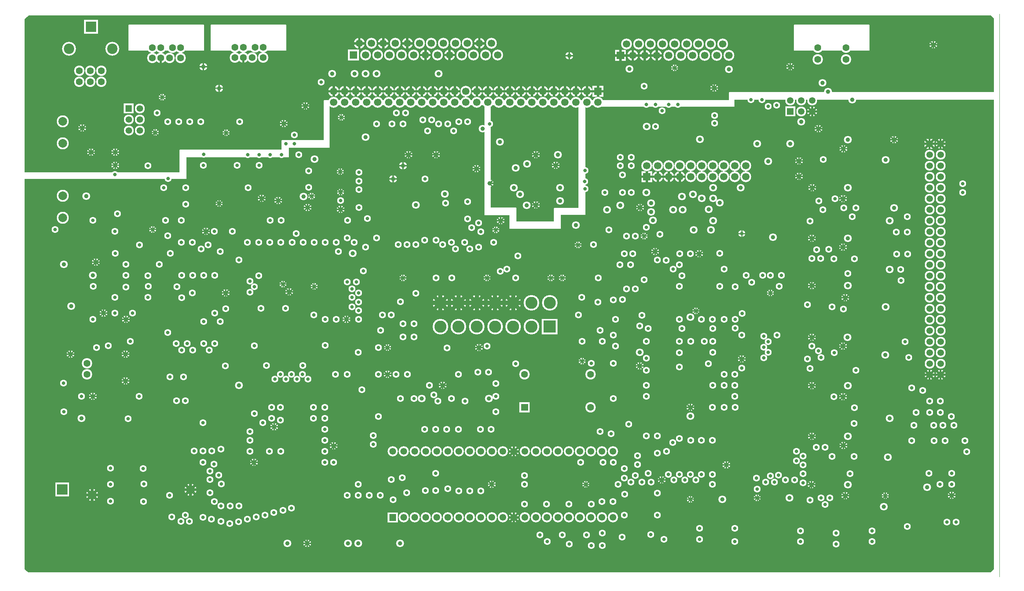
<source format=gbr>
%FSLAX34Y34*%
%MOMM*%
%LNCOPPER_INNER1*%
G71*
G01*
%ADD10C,2.400*%
%ADD11C,2.500*%
%ADD12C,1.600*%
%ADD13C,1.800*%
%ADD14C,2.350*%
%ADD15C,3.600*%
%ADD16C,2.300*%
%ADD17C,2.800*%
%ADD18C,2.400*%
%ADD19C,0.200*%
%ADD20C,3.200*%
%ADD21C,0.567*%
%ADD22C,0.267*%
%ADD23C,0.333*%
%ADD24C,0.517*%
%ADD25C,0.933*%
%ADD26C,0.500*%
%ADD27C,0.667*%
%ADD28C,0.533*%
%ADD29C,1.600*%
%ADD30C,1.700*%
%ADD31C,0.800*%
%ADD32C,1.000*%
%ADD33C,1.550*%
%ADD34C,2.800*%
%ADD35C,1.500*%
%ADD36C,2.000*%
%ADD37C,1.600*%
%ADD38C,2.400*%
%LPD*%
G36*
X0Y1000000D02*
X2250000Y1000000D01*
X2250000Y-300000D01*
X0Y-300000D01*
X0Y1000000D01*
G37*
%LPC*%
G36*
X1141716Y103678D02*
X1165716Y103678D01*
X1165716Y79678D01*
X1141716Y79678D01*
X1141716Y103678D01*
G37*
X1306116Y91678D02*
G54D10*
D03*
X1306116Y167878D02*
G54D10*
D03*
X1153716Y167878D02*
G54D10*
D03*
G36*
X1423394Y636784D02*
X1448394Y636784D01*
X1448394Y611784D01*
X1423394Y611784D01*
X1423394Y636784D01*
G37*
X1435894Y649684D02*
G54D11*
D03*
X1461294Y624284D02*
G54D11*
D03*
X1461294Y649684D02*
G54D11*
D03*
X1486694Y624284D02*
G54D11*
D03*
X1486694Y649684D02*
G54D11*
D03*
X1512094Y624284D02*
G54D11*
D03*
X1512094Y649684D02*
G54D11*
D03*
X1537494Y624284D02*
G54D11*
D03*
X1537494Y649684D02*
G54D11*
D03*
X1562894Y624284D02*
G54D11*
D03*
X1562894Y649684D02*
G54D11*
D03*
X1588294Y624284D02*
G54D11*
D03*
X1588294Y649684D02*
G54D11*
D03*
X1613694Y624284D02*
G54D11*
D03*
X1613694Y649684D02*
G54D11*
D03*
X1639094Y624284D02*
G54D11*
D03*
X1639094Y649684D02*
G54D11*
D03*
X1664494Y624284D02*
G54D11*
D03*
X1664494Y649684D02*
G54D11*
D03*
X1455738Y740569D02*
G54D12*
D03*
X1470819Y776288D02*
G54D12*
D03*
X1486694Y791369D02*
G54D12*
D03*
X1507331Y791369D02*
G54D12*
D03*
X1455738Y791369D02*
G54D12*
D03*
X1435100Y791369D02*
G54D12*
D03*
X1435894Y740569D02*
G54D13*
D03*
X1558131Y710406D02*
G54D13*
D03*
X1429544Y833438D02*
G54D12*
D03*
X1403275Y904291D02*
G54D11*
D03*
X1430975Y904291D02*
G54D11*
D03*
X1458675Y904291D02*
G54D11*
D03*
X1486375Y904291D02*
G54D11*
D03*
X1514075Y904291D02*
G54D11*
D03*
X1541775Y904291D02*
G54D11*
D03*
X1569475Y904291D02*
G54D11*
D03*
X1597175Y904291D02*
G54D11*
D03*
X1624875Y904291D02*
G54D11*
D03*
G36*
X1387525Y891791D02*
X1362525Y891791D01*
X1362525Y916791D01*
X1387525Y916791D01*
X1387525Y891791D01*
G37*
X1388988Y931116D02*
G54D11*
D03*
X1416688Y931116D02*
G54D11*
D03*
X1444388Y931116D02*
G54D11*
D03*
X1472088Y931116D02*
G54D11*
D03*
X1499788Y931116D02*
G54D11*
D03*
X1527488Y931116D02*
G54D11*
D03*
X1555188Y931116D02*
G54D11*
D03*
X1582888Y931116D02*
G54D11*
D03*
X1610588Y931116D02*
G54D11*
D03*
X1500188Y875506D02*
G54D12*
D03*
X1625600Y872331D02*
G54D13*
D03*
X1395412Y873125D02*
G54D13*
D03*
X1592262Y765969D02*
G54D12*
D03*
X1592262Y747712D02*
G54D12*
D03*
X1675606Y801688D02*
G54D12*
D03*
X1701006Y801688D02*
G54D12*
D03*
X1735138Y788988D02*
G54D12*
D03*
X1716087Y786606D02*
G54D12*
D03*
X1374775Y669131D02*
G54D12*
D03*
X1374775Y649288D02*
G54D12*
D03*
X1400175Y669131D02*
G54D12*
D03*
X1400175Y649288D02*
G54D12*
D03*
X1379538Y628650D02*
G54D12*
D03*
X1379538Y588169D02*
G54D12*
D03*
X1400175Y588169D02*
G54D12*
D03*
X1374775Y558006D02*
G54D13*
D03*
X1339056Y588169D02*
G54D12*
D03*
X1293019Y638969D02*
G54D12*
D03*
X1292225Y613569D02*
G54D12*
D03*
X1293019Y596106D02*
G54D12*
D03*
X1435100Y588169D02*
G54D13*
D03*
X1445419Y563562D02*
G54D13*
D03*
X1445419Y542925D02*
G54D13*
D03*
X1516856Y578644D02*
G54D13*
D03*
X1496219Y547688D02*
G54D13*
D03*
X1542256Y583406D02*
G54D13*
D03*
X1562894Y573881D02*
G54D13*
D03*
X1589088Y598488D02*
G54D13*
D03*
X1589088Y573881D02*
G54D13*
D03*
X1578769Y548481D02*
G54D13*
D03*
X1604169Y564356D02*
G54D13*
D03*
X1518444Y547688D02*
G54D13*
D03*
X1450181Y523081D02*
G54D13*
D03*
X1543844Y501650D02*
G54D13*
D03*
X1420019Y553244D02*
G54D13*
D03*
X1343819Y547687D02*
G54D13*
D03*
X1272381Y512762D02*
G54D13*
D03*
X1235869Y568325D02*
G54D13*
D03*
X1235869Y598488D02*
G54D13*
D03*
X1230312Y674688D02*
G54D13*
D03*
X1159669Y654050D02*
G54D13*
D03*
X1133475Y644525D02*
G54D13*
D03*
X1128712Y598488D02*
G54D13*
D03*
X1143794Y583406D02*
G54D13*
D03*
X1158875Y558006D02*
G54D13*
D03*
X1096963Y704850D02*
G54D13*
D03*
X1073150Y608806D02*
G54D13*
D03*
X1098550Y522287D02*
G54D13*
D03*
X1179512Y674688D02*
G54D13*
D03*
X1225550Y650081D02*
G54D13*
D03*
X1179512Y558800D02*
G54D13*
D03*
X1652587Y598488D02*
G54D13*
D03*
X1726406Y484188D02*
G54D13*
D03*
X1716087Y659606D02*
G54D13*
D03*
X1690688Y700088D02*
G54D13*
D03*
X1766888Y700088D02*
G54D13*
D03*
X1786731Y660400D02*
G54D13*
D03*
X1786731Y624681D02*
G54D13*
D03*
X1589088Y522287D02*
G54D13*
D03*
X1583531Y501650D02*
G54D13*
D03*
X1536700Y446088D02*
G54D12*
D03*
X1512094Y446088D02*
G54D12*
D03*
X1556544Y446087D02*
G54D13*
D03*
X1511300Y420688D02*
G54D12*
D03*
X1496219Y411162D02*
G54D12*
D03*
X1480344Y431006D02*
G54D12*
D03*
X1454944Y451644D02*
G54D13*
D03*
X1466056Y491331D02*
G54D12*
D03*
X1435100Y507206D02*
G54D12*
D03*
X1429544Y487363D02*
G54D12*
D03*
X1409700Y487362D02*
G54D12*
D03*
X1389062Y487362D02*
G54D12*
D03*
X1348581Y501650D02*
G54D12*
D03*
X1403350Y446088D02*
G54D12*
D03*
X1384300Y446088D02*
G54D12*
D03*
X1373981Y420688D02*
G54D12*
D03*
X1460500Y431800D02*
G54D12*
D03*
X1654969Y492919D02*
G54D12*
D03*
X1746250Y396081D02*
G54D12*
D03*
X1720850Y396081D02*
G54D12*
D03*
X1703388Y396081D02*
G54D12*
D03*
X1665288Y396081D02*
G54D12*
D03*
X1677988Y380206D02*
G54D12*
D03*
X1614487Y411162D02*
G54D12*
D03*
X1604169Y370681D02*
G54D12*
D03*
X1516856Y395288D02*
G54D12*
D03*
X1511300Y370681D02*
G54D12*
D03*
X1409700Y365125D02*
G54D12*
D03*
X1389062Y365125D02*
G54D12*
D03*
X1429544Y386556D02*
G54D12*
D03*
X1379538Y340519D02*
G54D12*
D03*
X1358900Y339725D02*
G54D12*
D03*
X1323181Y334962D02*
G54D12*
D03*
X1323975Y390525D02*
G54D12*
D03*
X1312862Y467519D02*
G54D12*
D03*
X1240631Y390525D02*
G54D12*
D03*
X1214437Y390525D02*
G54D12*
D03*
X1133475Y390525D02*
G54D12*
D03*
X1112838Y411162D02*
G54D12*
D03*
X1138238Y441325D02*
G54D12*
D03*
X1097756Y405606D02*
G54D12*
D03*
X1067594Y390525D02*
G54D12*
D03*
X985837Y390525D02*
G54D12*
D03*
X1087438Y501650D02*
G54D12*
D03*
X1277144Y466725D02*
G54D12*
D03*
X1082675Y472281D02*
G54D12*
D03*
X1604169Y446881D02*
G54D12*
D03*
X1591469Y829469D02*
G54D13*
D03*
X1792288Y750888D02*
G54D13*
D03*
X1073150Y746125D02*
G54D12*
D03*
X1022350Y750888D02*
G54D12*
D03*
X1001712Y750888D02*
G54D12*
D03*
X990600Y730250D02*
G54D12*
D03*
X976312Y746125D02*
G54D12*
D03*
X955675Y746125D02*
G54D12*
D03*
X930275Y730250D02*
G54D12*
D03*
X919162Y755650D02*
G54D12*
D03*
X939800Y755650D02*
G54D12*
D03*
X949325Y674688D02*
G54D13*
D03*
X1057275Y735012D02*
G54D13*
D03*
X1022350Y566738D02*
G54D12*
D03*
X971550Y563562D02*
G54D12*
D03*
X969962Y584200D02*
G54D13*
D03*
X923925Y619125D02*
G54D12*
D03*
X903288Y558800D02*
G54D13*
D03*
X850900Y619125D02*
G54D13*
D03*
X885825Y674688D02*
G54D13*
D03*
X873125Y649287D02*
G54D13*
D03*
X1042988Y642937D02*
G54D13*
D03*
X1047750Y517525D02*
G54D12*
D03*
X1022350Y527050D02*
G54D12*
D03*
X1031875Y506412D02*
G54D12*
D03*
X1052512Y496888D02*
G54D12*
D03*
X1047750Y461962D02*
G54D12*
D03*
X1027112Y457200D02*
G54D12*
D03*
X1536700Y300037D02*
G54D13*
D03*
X1654969Y203200D02*
G54D13*
D03*
X1536700Y71438D02*
G54D13*
D03*
X1536700Y91281D02*
G54D13*
D03*
X1587500Y91281D02*
G54D12*
D03*
X1614488Y91281D02*
G54D12*
D03*
X1639888Y91281D02*
G54D12*
D03*
X1639094Y116681D02*
G54D12*
D03*
X1639094Y142081D02*
G54D12*
D03*
X1614488Y142081D02*
G54D12*
D03*
X1588294Y142081D02*
G54D12*
D03*
X1614488Y167481D02*
G54D12*
D03*
X1639094Y167481D02*
G54D12*
D03*
X1654969Y258762D02*
G54D12*
D03*
X1639888Y274638D02*
G54D12*
D03*
X1639888Y295275D02*
G54D12*
D03*
X1614488Y295275D02*
G54D12*
D03*
X1587500Y295275D02*
G54D12*
D03*
X1562100Y295275D02*
G54D12*
D03*
X1511300Y294481D02*
G54D12*
D03*
X1549400Y314325D02*
G54D12*
D03*
X1655762Y308769D02*
G54D12*
D03*
X1424781Y304006D02*
G54D12*
D03*
X1439069Y273844D02*
G54D12*
D03*
X1419225Y279400D02*
G54D12*
D03*
X1435100Y243681D02*
G54D12*
D03*
X1537494Y243681D02*
G54D12*
D03*
X1511300Y243681D02*
G54D12*
D03*
X1568450Y243681D02*
G54D12*
D03*
X1588294Y243681D02*
G54D12*
D03*
X1588294Y273844D02*
G54D12*
D03*
X1516856Y273844D02*
G54D12*
D03*
X1588294Y218281D02*
G54D12*
D03*
X1577975Y192088D02*
G54D12*
D03*
X1511300Y217488D02*
G54D12*
D03*
X1511300Y184944D02*
G54D12*
D03*
X1435100Y142081D02*
G54D12*
D03*
X1434306Y116681D02*
G54D12*
D03*
X1358900Y111919D02*
G54D12*
D03*
X1419225Y218281D02*
G54D13*
D03*
X1419225Y187325D02*
G54D13*
D03*
X1363662Y233362D02*
G54D12*
D03*
X1363662Y294481D02*
G54D12*
D03*
X1358900Y258762D02*
G54D12*
D03*
X1332706Y243681D02*
G54D12*
D03*
X1327944Y269875D02*
G54D12*
D03*
X1286669Y243681D02*
G54D12*
D03*
X1286669Y198438D02*
G54D12*
D03*
X1307306Y192881D02*
G54D12*
D03*
X1654969Y182563D02*
G54D12*
D03*
X1358900Y192881D02*
G54D12*
D03*
X1435100Y177006D02*
G54D12*
D03*
X1435100Y204788D02*
G54D12*
D03*
X1435100Y25400D02*
G54D12*
D03*
X1460500Y25400D02*
G54D12*
D03*
X1511300Y19844D02*
G54D12*
D03*
X1495425Y10319D02*
G54D12*
D03*
X1537494Y15081D02*
G54D12*
D03*
X1562100Y15875D02*
G54D12*
D03*
X1587500Y15875D02*
G54D12*
D03*
X1459706Y-14288D02*
G54D12*
D03*
X1705769Y205581D02*
G54D12*
D03*
X1705769Y230584D02*
G54D12*
D03*
X1705769Y255588D02*
G54D12*
D03*
X1716088Y218281D02*
G54D12*
D03*
X1716088Y242888D02*
G54D12*
D03*
X1735931Y258762D02*
G54D12*
D03*
X1639888Y369888D02*
G54D12*
D03*
X1741488Y370681D02*
G54D12*
D03*
X1720850Y355600D02*
G54D12*
D03*
X1414462Y-19844D02*
G54D12*
D03*
X1414462Y-40481D02*
G54D12*
D03*
X1481138Y-10319D02*
G54D12*
D03*
X1409700Y-65881D02*
G54D12*
D03*
X1384300Y-50006D02*
G54D12*
D03*
X1439069Y-61119D02*
G54D12*
D03*
X1445419Y-80962D02*
G54D12*
D03*
X1424781Y-80962D02*
G54D12*
D03*
X1399381Y-80962D02*
G54D12*
D03*
X1384300Y-71438D02*
G54D12*
D03*
X1353344Y30956D02*
G54D12*
D03*
X1327944Y35719D02*
G54D12*
D03*
X1358900Y-35719D02*
G54D12*
D03*
X1334691Y-34925D02*
G54D12*
D03*
X1283097Y-34925D02*
G54D12*
D03*
X1385094Y-109141D02*
G54D12*
D03*
X1384300Y-157162D02*
G54D12*
D03*
X1378744Y-207962D02*
G54D12*
D03*
X1459706Y-157162D02*
G54D12*
D03*
X1459706Y-106362D02*
G54D12*
D03*
X1444625Y-202406D02*
G54D12*
D03*
X1070769Y173038D02*
G54D12*
D03*
X1046162Y173038D02*
G54D12*
D03*
X1087438Y117475D02*
G54D12*
D03*
X1087438Y81756D02*
G54D12*
D03*
X1016794Y106362D02*
G54D12*
D03*
X985044Y111919D02*
G54D12*
D03*
X1087438Y146844D02*
G54D12*
D03*
X1067594Y233362D02*
G54D12*
D03*
X1048544Y229394D02*
G54D13*
D03*
X1133475Y192087D02*
G54D12*
D03*
X1000919Y167481D02*
G54D12*
D03*
X954088Y106362D02*
G54D12*
D03*
X965200Y142081D02*
G54D13*
D03*
X934244Y142081D02*
G54D12*
D03*
X944562Y120650D02*
G54D12*
D03*
X916781Y111919D02*
G54D13*
D03*
X898525Y111919D02*
G54D12*
D03*
X867569Y111919D02*
G54D12*
D03*
X816769Y70644D02*
G54D12*
D03*
X837406Y167481D02*
G54D13*
D03*
X857250Y167481D02*
G54D12*
D03*
X883444Y167481D02*
G54D12*
D03*
X816769Y167481D02*
G54D12*
D03*
G36*
X837959Y-174469D02*
X837959Y-150969D01*
X861459Y-150969D01*
X861459Y-174469D01*
X837959Y-174469D01*
G37*
X875109Y-162719D02*
G54D14*
D03*
X900509Y-162719D02*
G54D14*
D03*
X925909Y-162719D02*
G54D14*
D03*
X849709Y-10319D02*
G54D14*
D03*
X875109Y-10319D02*
G54D14*
D03*
X900509Y-10319D02*
G54D14*
D03*
X925909Y-10319D02*
G54D14*
D03*
X951309Y-162719D02*
G54D14*
D03*
X951309Y-10319D02*
G54D14*
D03*
X976709Y-162719D02*
G54D14*
D03*
X1002109Y-162719D02*
G54D14*
D03*
X976709Y-10319D02*
G54D14*
D03*
X1002109Y-10319D02*
G54D14*
D03*
X1027509Y-162719D02*
G54D14*
D03*
X1027509Y-10319D02*
G54D14*
D03*
X1052909Y-162719D02*
G54D14*
D03*
X1052909Y-10319D02*
G54D14*
D03*
X1078309Y-162719D02*
G54D14*
D03*
X1078309Y-10319D02*
G54D14*
D03*
X1103709Y-10319D02*
G54D14*
D03*
X1129109Y-10319D02*
G54D14*
D03*
X1103709Y-162719D02*
G54D14*
D03*
X1129109Y-162719D02*
G54D14*
D03*
X1154509Y-162719D02*
G54D14*
D03*
X1179909Y-162719D02*
G54D14*
D03*
X1154509Y-10319D02*
G54D14*
D03*
X1179909Y-10319D02*
G54D14*
D03*
X1205309Y-10319D02*
G54D14*
D03*
X1230709Y-10319D02*
G54D14*
D03*
X1256109Y-10319D02*
G54D14*
D03*
X1281509Y-10319D02*
G54D14*
D03*
X1306909Y-10319D02*
G54D14*
D03*
X1332309Y-10319D02*
G54D14*
D03*
X1205309Y-162719D02*
G54D14*
D03*
X1230709Y-162719D02*
G54D14*
D03*
X1256109Y-162719D02*
G54D14*
D03*
X1281509Y-162719D02*
G54D14*
D03*
X1306909Y-162719D02*
G54D14*
D03*
X1332309Y-162719D02*
G54D14*
D03*
X1357709Y-10319D02*
G54D14*
D03*
X1357709Y-162719D02*
G54D14*
D03*
X1077913Y-85725D02*
G54D13*
D03*
X1296988Y-203200D02*
G54D12*
D03*
X1240631Y-203200D02*
G54D12*
D03*
X1189038Y-203200D02*
G54D12*
D03*
X1332706Y-198438D02*
G54D12*
D03*
X1333500Y-227806D02*
G54D12*
D03*
X1307306Y-227806D02*
G54D12*
D03*
X1256506Y-223838D02*
G54D12*
D03*
X1205706Y-218281D02*
G54D12*
D03*
X1255712Y-131762D02*
G54D12*
D03*
X1308100Y-131762D02*
G54D12*
D03*
X1369219Y-86519D02*
G54D12*
D03*
X1295400Y-86519D02*
G54D12*
D03*
X1204119Y-131762D02*
G54D12*
D03*
X1475581Y-213519D02*
G54D12*
D03*
X1557338Y-188119D02*
G54D12*
D03*
X1557338Y-213519D02*
G54D12*
D03*
X1639094Y-187325D02*
G54D12*
D03*
X1639094Y-218281D02*
G54D12*
D03*
X1485900Y-63500D02*
G54D12*
D03*
X1511300Y-63500D02*
G54D12*
D03*
X1536700Y-63500D02*
G54D12*
D03*
X1562100Y-63500D02*
G54D12*
D03*
X1549400Y-76200D02*
G54D12*
D03*
X1524000Y-76200D02*
G54D12*
D03*
X1498600Y-76200D02*
G54D12*
D03*
X1470025Y-76200D02*
G54D13*
D03*
X1536700Y-120650D02*
G54D12*
D03*
X1609725Y-120650D02*
G54D13*
D03*
X1587500Y-63500D02*
G54D12*
D03*
X1587500Y-85725D02*
G54D12*
D03*
X1619250Y-41275D02*
G54D13*
D03*
X1765300Y-117475D02*
G54D13*
D03*
X1739900Y-65088D02*
G54D12*
D03*
X1730375Y-80962D02*
G54D12*
D03*
X1720850Y-66675D02*
G54D12*
D03*
X1709738Y-80962D02*
G54D12*
D03*
X1689100Y-71438D02*
G54D12*
D03*
X1690688Y-96838D02*
G54D12*
D03*
X1690688Y-117475D02*
G54D12*
D03*
X1755775Y-76200D02*
G54D12*
D03*
G36*
X1335681Y809031D02*
X1310681Y809031D01*
X1310681Y834031D01*
X1335681Y834031D01*
X1335681Y809031D01*
G37*
X1323181Y796131D02*
G54D11*
D03*
X1297781Y821531D02*
G54D11*
D03*
X1297781Y796131D02*
G54D11*
D03*
X1272381Y821531D02*
G54D11*
D03*
X1272381Y796131D02*
G54D11*
D03*
X1246981Y821531D02*
G54D11*
D03*
X1246981Y796131D02*
G54D11*
D03*
X1221581Y821531D02*
G54D11*
D03*
X1221581Y796131D02*
G54D11*
D03*
X1196181Y821531D02*
G54D11*
D03*
X1196181Y796131D02*
G54D11*
D03*
X1170781Y821531D02*
G54D11*
D03*
X1170781Y796131D02*
G54D11*
D03*
X1145381Y821531D02*
G54D11*
D03*
X1145381Y796131D02*
G54D11*
D03*
X1119981Y821531D02*
G54D11*
D03*
X1119981Y796131D02*
G54D11*
D03*
X1094581Y821531D02*
G54D11*
D03*
X1094581Y796131D02*
G54D11*
D03*
X1069181Y821531D02*
G54D11*
D03*
X1069181Y796131D02*
G54D11*
D03*
X1043781Y821531D02*
G54D11*
D03*
X1043781Y796131D02*
G54D11*
D03*
X1018381Y821531D02*
G54D11*
D03*
X1018381Y796131D02*
G54D11*
D03*
X992981Y821531D02*
G54D11*
D03*
X992981Y796131D02*
G54D11*
D03*
X967581Y821531D02*
G54D11*
D03*
X967581Y796131D02*
G54D11*
D03*
X942181Y821531D02*
G54D11*
D03*
X942181Y796131D02*
G54D11*
D03*
X916781Y821531D02*
G54D11*
D03*
X916781Y796131D02*
G54D11*
D03*
X891381Y821531D02*
G54D11*
D03*
X891381Y796131D02*
G54D11*
D03*
X865981Y821531D02*
G54D11*
D03*
X865981Y796131D02*
G54D11*
D03*
X840581Y821531D02*
G54D11*
D03*
X840581Y796131D02*
G54D11*
D03*
X815181Y821531D02*
G54D11*
D03*
X815181Y796131D02*
G54D11*
D03*
X789781Y821531D02*
G54D11*
D03*
X789781Y796131D02*
G54D11*
D03*
X764381Y821531D02*
G54D11*
D03*
X764381Y796131D02*
G54D11*
D03*
X738981Y821531D02*
G54D11*
D03*
X738981Y796131D02*
G54D11*
D03*
X713581Y821531D02*
G54D11*
D03*
X713581Y796131D02*
G54D11*
D03*
X873125Y746125D02*
G54D12*
D03*
X847725Y746125D02*
G54D12*
D03*
X858044Y771525D02*
G54D12*
D03*
X879475Y771525D02*
G54D12*
D03*
X812006Y746125D02*
G54D12*
D03*
X786606Y715962D02*
G54D13*
D03*
X731044Y761206D02*
G54D12*
D03*
X684212Y842962D02*
G54D12*
D03*
X669131Y665163D02*
G54D13*
D03*
X728662Y635794D02*
G54D12*
D03*
X771525Y634206D02*
G54D12*
D03*
X771525Y614362D02*
G54D12*
D03*
X771525Y594519D02*
G54D12*
D03*
X771525Y553244D02*
G54D12*
D03*
X791369Y527844D02*
G54D12*
D03*
X745331Y523081D02*
G54D12*
D03*
X729456Y569119D02*
G54D12*
D03*
X729456Y548481D02*
G54D13*
D03*
X729456Y588963D02*
G54D12*
D03*
X655638Y637381D02*
G54D12*
D03*
X655638Y599281D02*
G54D12*
D03*
X653256Y553244D02*
G54D13*
D03*
X662781Y579437D02*
G54D12*
D03*
X862012Y467519D02*
G54D12*
D03*
X882650Y467519D02*
G54D12*
D03*
X903288Y467519D02*
G54D12*
D03*
X964406Y467519D02*
G54D12*
D03*
X923131Y477838D02*
G54D12*
D03*
X949325Y477838D02*
G54D12*
D03*
X985044Y472281D02*
G54D12*
D03*
X994569Y457200D02*
G54D12*
D03*
X1016000Y472281D02*
G54D12*
D03*
X949325Y390525D02*
G54D12*
D03*
X873125Y390525D02*
G54D12*
D03*
X643587Y578488D02*
G54D13*
D03*
X585788Y569119D02*
G54D13*
D03*
X547687Y573881D02*
G54D13*
D03*
X757237Y447675D02*
G54D13*
D03*
X812006Y482600D02*
G54D12*
D03*
X744538Y482600D02*
G54D12*
D03*
X760412Y472281D02*
G54D12*
D03*
X786606Y461962D02*
G54D12*
D03*
X724694Y451644D02*
G54D12*
D03*
X719138Y472281D02*
G54D12*
D03*
X693738Y472281D02*
G54D12*
D03*
X903288Y354806D02*
G54D12*
D03*
X867569Y335756D02*
G54D12*
D03*
X826294Y304800D02*
G54D12*
D03*
X821531Y269081D02*
G54D12*
D03*
X846138Y304800D02*
G54D12*
D03*
X816769Y229394D02*
G54D12*
D03*
X837406Y229394D02*
G54D12*
D03*
X873125Y284956D02*
G54D12*
D03*
X898525Y284956D02*
G54D12*
D03*
X898525Y254000D02*
G54D12*
D03*
X873125Y254000D02*
G54D12*
D03*
X974725Y228600D02*
G54D12*
D03*
X769938Y219075D02*
G54D12*
D03*
X693738Y234950D02*
G54D12*
D03*
X959644Y332978D02*
G54D15*
D03*
X1001644Y332978D02*
G54D15*
D03*
X1043644Y332978D02*
G54D15*
D03*
X1085644Y332978D02*
G54D15*
D03*
X1127644Y332978D02*
G54D15*
D03*
X1169644Y332978D02*
G54D15*
D03*
X1211644Y332978D02*
G54D15*
D03*
X959644Y277978D02*
G54D15*
D03*
X1001644Y277978D02*
G54D15*
D03*
X1043644Y277978D02*
G54D15*
D03*
X1085644Y277978D02*
G54D15*
D03*
X1127644Y277978D02*
G54D15*
D03*
X1169644Y277978D02*
G54D15*
D03*
G36*
X1193644Y295978D02*
X1229644Y295978D01*
X1229644Y259978D01*
X1193644Y259978D01*
X1193644Y295978D01*
G37*
X1153319Y-65881D02*
G54D12*
D03*
X1153319Y-85725D02*
G54D12*
D03*
X1153319Y-131762D02*
G54D12*
D03*
X1052512Y-101600D02*
G54D12*
D03*
X1027112Y-101600D02*
G54D12*
D03*
X1001712Y-101600D02*
G54D12*
D03*
X976312Y-96044D02*
G54D12*
D03*
X948531Y-100806D02*
G54D12*
D03*
X948531Y-61119D02*
G54D12*
D03*
X924719Y-100806D02*
G54D12*
D03*
X881856Y-105569D02*
G54D12*
D03*
X871538Y-70644D02*
G54D12*
D03*
X846138Y-75406D02*
G54D12*
D03*
X850106Y-121444D02*
G54D12*
D03*
X1790700Y-193675D02*
G54D12*
D03*
X1790700Y-218281D02*
G54D12*
D03*
X1872456Y-198438D02*
G54D12*
D03*
X1872456Y-223838D02*
G54D12*
D03*
X1955006Y-193675D02*
G54D12*
D03*
X1955006Y-218281D02*
G54D12*
D03*
X1812131Y-122238D02*
G54D12*
D03*
X1776412Y-76200D02*
G54D12*
D03*
X1796256Y-61912D02*
G54D12*
D03*
X1796256Y-82550D02*
G54D12*
D03*
X1796256Y-41275D02*
G54D12*
D03*
X1781175Y-31750D02*
G54D12*
D03*
X1781175Y-10319D02*
G54D12*
D03*
X1796256Y-20638D02*
G54D12*
D03*
X1816100Y-87312D02*
G54D13*
D03*
X1837531Y-117475D02*
G54D12*
D03*
X1858169Y-117475D02*
G54D12*
D03*
X1847056Y-132556D02*
G54D12*
D03*
X1899444Y-87312D02*
G54D13*
D03*
X1893887Y-112712D02*
G54D13*
D03*
X1985963Y-112712D02*
G54D12*
D03*
X1982787Y-138112D02*
G54D13*
D03*
X1889125Y3969D02*
G54D13*
D03*
X1991519Y-23812D02*
G54D13*
D03*
X1816894Y24606D02*
G54D13*
D03*
X1847056Y-794D02*
G54D12*
D03*
X1862931Y-21431D02*
G54D12*
D03*
X1826419Y-794D02*
G54D12*
D03*
X1899444Y24606D02*
G54D13*
D03*
X1913731Y-21431D02*
G54D12*
D03*
X1904206Y-61912D02*
G54D12*
D03*
X1913731Y54769D02*
G54D12*
D03*
X1867694Y115888D02*
G54D12*
D03*
X1914525Y90488D02*
G54D12*
D03*
X1816894Y141287D02*
G54D13*
D03*
X1888331Y115887D02*
G54D13*
D03*
X1899444Y141287D02*
G54D13*
D03*
X1996281Y65881D02*
G54D13*
D03*
X1985963Y212725D02*
G54D13*
D03*
X1888331Y233363D02*
G54D13*
D03*
X1816894Y253206D02*
G54D13*
D03*
X1831975Y222250D02*
G54D12*
D03*
X1837531Y207169D02*
G54D12*
D03*
X1868488Y217488D02*
G54D12*
D03*
X1816894Y233362D02*
G54D12*
D03*
X1812131Y181769D02*
G54D12*
D03*
X1806575Y203200D02*
G54D12*
D03*
X1918494Y177006D02*
G54D12*
D03*
X1898650Y253206D02*
G54D13*
D03*
X1889125Y318294D02*
G54D12*
D03*
X1862931Y323850D02*
G54D12*
D03*
X1899444Y373063D02*
G54D13*
D03*
X1816894Y373063D02*
G54D13*
D03*
X1893887Y344487D02*
G54D13*
D03*
X1986756Y323850D02*
G54D13*
D03*
X1806575Y328613D02*
G54D12*
D03*
X1899444Y400844D02*
G54D12*
D03*
X1867694Y434975D02*
G54D12*
D03*
X1855788Y456406D02*
G54D12*
D03*
X1836738Y435769D02*
G54D12*
D03*
X1899444Y481806D02*
G54D13*
D03*
X1914525Y434975D02*
G54D12*
D03*
X1827212Y455612D02*
G54D12*
D03*
X1816894Y435769D02*
G54D12*
D03*
X1888331Y461963D02*
G54D13*
D03*
X1816894Y481806D02*
G54D13*
D03*
X1996281Y410369D02*
G54D13*
D03*
X1888331Y573088D02*
G54D13*
D03*
X1817688Y598488D02*
G54D13*
D03*
X1996281Y522287D02*
G54D13*
D03*
X1832769Y568325D02*
G54D12*
D03*
X1842294Y547688D02*
G54D12*
D03*
X1870075Y573088D02*
G54D12*
D03*
X1812131Y521494D02*
G54D12*
D03*
X1889919Y552450D02*
G54D12*
D03*
X1918494Y552450D02*
G54D12*
D03*
X1909762Y531812D02*
G54D12*
D03*
X1899444Y598488D02*
G54D13*
D03*
X1843088Y664369D02*
G54D12*
D03*
X1899444Y709613D02*
G54D13*
D03*
X1889125Y688975D02*
G54D13*
D03*
X1831975Y735013D02*
G54D13*
D03*
X1986756Y663575D02*
G54D13*
D03*
X2006600Y709613D02*
G54D13*
D03*
X2011362Y496094D02*
G54D12*
D03*
X2036762Y496094D02*
G54D12*
D03*
X2012156Y445294D02*
G54D12*
D03*
X2037556Y445294D02*
G54D12*
D03*
X2036762Y531812D02*
G54D12*
D03*
X2021681Y410369D02*
G54D12*
D03*
X2022475Y384969D02*
G54D12*
D03*
X2032000Y242888D02*
G54D12*
D03*
X2039938Y207169D02*
G54D12*
D03*
X2036762Y-183356D02*
G54D12*
D03*
X2149078Y-173038D02*
G54D12*
D03*
X2128044Y-173038D02*
G54D12*
D03*
X2086769Y-61119D02*
G54D12*
D03*
X2139156Y-61119D02*
G54D12*
D03*
X2139156Y-86519D02*
G54D12*
D03*
X2112169Y-86519D02*
G54D12*
D03*
X2139156Y-111919D02*
G54D13*
D03*
X2082800Y-92869D02*
G54D13*
D03*
X2174081Y-11112D02*
G54D12*
D03*
X2123678Y14288D02*
G54D12*
D03*
X2169319Y14288D02*
G54D12*
D03*
X2098278Y14288D02*
G54D12*
D03*
X2047081Y14288D02*
G54D12*
D03*
X2097881Y50006D02*
G54D12*
D03*
X2118519Y50006D02*
G54D12*
D03*
X2143919Y50006D02*
G54D12*
D03*
X2051844Y50006D02*
G54D12*
D03*
X2057400Y80169D02*
G54D12*
D03*
X2088356Y80169D02*
G54D12*
D03*
X2112962Y80169D02*
G54D12*
D03*
X2138362Y70644D02*
G54D12*
D03*
X2088356Y106362D02*
G54D12*
D03*
X2112962Y106362D02*
G54D12*
D03*
X2072481Y130969D02*
G54D12*
D03*
X2047081Y136525D02*
G54D12*
D03*
G36*
X2099460Y711588D02*
X2099460Y688588D01*
X2076460Y688588D01*
X2076460Y711588D01*
X2099460Y711588D01*
G37*
X2113359Y700088D02*
G54D16*
D03*
X2087960Y674688D02*
G54D16*
D03*
X2113359Y674688D02*
G54D16*
D03*
X2087959Y649288D02*
G54D16*
D03*
X2113360Y649288D02*
G54D16*
D03*
X2087959Y623888D02*
G54D16*
D03*
X2113360Y623888D02*
G54D16*
D03*
X2087959Y598488D02*
G54D16*
D03*
X2113360Y598488D02*
G54D16*
D03*
X2087959Y573088D02*
G54D16*
D03*
X2113360Y573088D02*
G54D16*
D03*
X2087959Y547688D02*
G54D16*
D03*
X2113360Y547688D02*
G54D16*
D03*
X2087959Y522288D02*
G54D16*
D03*
X2113360Y522288D02*
G54D16*
D03*
X2087959Y496888D02*
G54D16*
D03*
X2113360Y496888D02*
G54D16*
D03*
X2087959Y471488D02*
G54D16*
D03*
X2113360Y471488D02*
G54D16*
D03*
X2087959Y446088D02*
G54D16*
D03*
X2113360Y446088D02*
G54D16*
D03*
X2087959Y420688D02*
G54D16*
D03*
X2113360Y420688D02*
G54D16*
D03*
X2087959Y395288D02*
G54D16*
D03*
X2113360Y395288D02*
G54D16*
D03*
X2087959Y369888D02*
G54D16*
D03*
X2113360Y369888D02*
G54D16*
D03*
X2087959Y344488D02*
G54D16*
D03*
X2113360Y344488D02*
G54D16*
D03*
X2087959Y319088D02*
G54D16*
D03*
X2113360Y319088D02*
G54D16*
D03*
X2087959Y293688D02*
G54D16*
D03*
X2113360Y293688D02*
G54D16*
D03*
X2087959Y268288D02*
G54D16*
D03*
X2113360Y268288D02*
G54D16*
D03*
X2087959Y242888D02*
G54D16*
D03*
X2113360Y242888D02*
G54D16*
D03*
X2087959Y217488D02*
G54D16*
D03*
X2113360Y217488D02*
G54D16*
D03*
X2087960Y192087D02*
G54D16*
D03*
X2113359Y192087D02*
G54D16*
D03*
X2087960Y166688D02*
G54D16*
D03*
X2113359Y166688D02*
G54D16*
D03*
X2006600Y552450D02*
G54D13*
D03*
X2164953Y608012D02*
G54D12*
D03*
X2164953Y587772D02*
G54D12*
D03*
X923131Y41275D02*
G54D12*
D03*
X948531Y41275D02*
G54D12*
D03*
X973931Y41275D02*
G54D12*
D03*
X1000919Y41275D02*
G54D12*
D03*
X1051719Y41275D02*
G54D12*
D03*
X1076325Y41275D02*
G54D12*
D03*
X1071562Y111919D02*
G54D13*
D03*
X804862Y26194D02*
G54D12*
D03*
X804862Y6350D02*
G54D12*
D03*
X820738Y-111125D02*
G54D12*
D03*
X795338Y-111125D02*
G54D12*
D03*
X769938Y-111125D02*
G54D12*
D03*
X769938Y-86519D02*
G54D12*
D03*
X744538Y-111125D02*
G54D12*
D03*
X744538Y167481D02*
G54D12*
D03*
X717550Y167481D02*
G54D12*
D03*
X641350Y167481D02*
G54D12*
D03*
X615950Y167481D02*
G54D12*
D03*
X590550Y167481D02*
G54D12*
D03*
X778669Y132556D02*
G54D12*
D03*
X642144Y188119D02*
G54D12*
D03*
X628650Y157162D02*
G54D12*
D03*
X603250Y157162D02*
G54D12*
D03*
X654050Y157162D02*
G54D12*
D03*
X577850Y157162D02*
G54D12*
D03*
X558800Y188119D02*
G54D12*
D03*
X692944Y91281D02*
G54D12*
D03*
X692944Y65881D02*
G54D12*
D03*
X692944Y40481D02*
G54D12*
D03*
X692944Y15081D02*
G54D12*
D03*
X713581Y2381D02*
G54D13*
D03*
X692944Y-10319D02*
G54D12*
D03*
X713581Y-35719D02*
G54D12*
D03*
X692944Y-35719D02*
G54D12*
D03*
X666750Y91281D02*
G54D12*
D03*
X666750Y65881D02*
G54D12*
D03*
X590550Y91281D02*
G54D12*
D03*
X569912Y91281D02*
G54D12*
D03*
X590550Y61912D02*
G54D12*
D03*
X569912Y66675D02*
G54D12*
D03*
X576263Y46831D02*
G54D13*
D03*
X550069Y56356D02*
G54D12*
D03*
X530225Y76994D02*
G54D12*
D03*
X519906Y35719D02*
G54D12*
D03*
X519906Y15081D02*
G54D12*
D03*
X519906Y-10319D02*
G54D12*
D03*
X565150Y-10319D02*
G54D12*
D03*
X591344Y-10319D02*
G54D12*
D03*
X529431Y-35719D02*
G54D13*
D03*
X615950Y-141288D02*
G54D12*
D03*
X596106Y-146050D02*
G54D12*
D03*
X575469Y-151606D02*
G54D12*
D03*
X554831Y-157162D02*
G54D12*
D03*
X534988Y-161131D02*
G54D12*
D03*
X514350Y-166688D02*
G54D12*
D03*
X493712Y-172244D02*
G54D12*
D03*
X473869Y-177006D02*
G54D12*
D03*
X453231Y-171450D02*
G54D12*
D03*
X431800Y-166688D02*
G54D12*
D03*
X411956Y-161925D02*
G54D12*
D03*
X495300Y-135731D02*
G54D12*
D03*
X474662Y-135731D02*
G54D12*
D03*
X453231Y-135731D02*
G54D12*
D03*
X438150Y-126206D02*
G54D12*
D03*
X427831Y-105569D02*
G54D12*
D03*
X454025Y-84931D02*
G54D12*
D03*
X427831Y-75406D02*
G54D12*
D03*
X448469Y-65088D02*
G54D12*
D03*
X427831Y-55562D02*
G54D12*
D03*
X437356Y-39688D02*
G54D12*
D03*
X453231Y-4762D02*
G54D12*
D03*
X432594Y-8731D02*
G54D12*
D03*
X411956Y-8731D02*
G54D12*
D03*
X391319Y-8731D02*
G54D12*
D03*
X411956Y-34925D02*
G54D12*
D03*
X411956Y56356D02*
G54D12*
D03*
X463550Y187325D02*
G54D12*
D03*
X530225Y234156D02*
G54D12*
D03*
X781844Y406400D02*
G54D12*
D03*
X765969Y381000D02*
G54D12*
D03*
X744538Y381000D02*
G54D12*
D03*
X755650Y365125D02*
G54D12*
D03*
X755650Y345281D02*
G54D12*
D03*
X755650Y323850D02*
G54D12*
D03*
X770731Y355600D02*
G54D12*
D03*
X770731Y334962D02*
G54D12*
D03*
X770731Y315119D02*
G54D12*
D03*
X770731Y294481D02*
G54D12*
D03*
X742950Y295275D02*
G54D13*
D03*
X719138Y294481D02*
G54D12*
D03*
X693738Y294481D02*
G54D12*
D03*
X668337Y370681D02*
G54D12*
D03*
X667544Y304800D02*
G54D12*
D03*
X611188Y357981D02*
G54D13*
D03*
X596900Y376237D02*
G54D12*
D03*
X602456Y319881D02*
G54D12*
D03*
X668338Y472281D02*
G54D12*
D03*
X642938Y472281D02*
G54D12*
D03*
X617538Y472281D02*
G54D12*
D03*
X627062Y492919D02*
G54D12*
D03*
X591344Y472281D02*
G54D12*
D03*
X565944Y472281D02*
G54D12*
D03*
X540544Y472281D02*
G54D12*
D03*
X514350Y472281D02*
G54D12*
D03*
X479425Y497681D02*
G54D12*
D03*
X592138Y523081D02*
G54D12*
D03*
X566738Y523081D02*
G54D12*
D03*
X515938Y598488D02*
G54D12*
D03*
X632619Y674688D02*
G54D12*
D03*
X623094Y700088D02*
G54D12*
D03*
X623094Y720725D02*
G54D12*
D03*
X603250Y700088D02*
G54D12*
D03*
X592931Y674688D02*
G54D12*
D03*
X566738Y674688D02*
G54D12*
D03*
X541338Y674688D02*
G54D12*
D03*
X515144Y674688D02*
G54D12*
D03*
X598488Y746919D02*
G54D13*
D03*
X648494Y787400D02*
G54D13*
D03*
X496888Y750888D02*
G54D12*
D03*
X465137Y725488D02*
G54D12*
D03*
X541338Y650081D02*
G54D12*
D03*
X490538Y650081D02*
G54D12*
D03*
X438150Y497681D02*
G54D12*
D03*
X419100Y497681D02*
G54D13*
D03*
X423862Y466725D02*
G54D12*
D03*
X451644Y451644D02*
G54D12*
D03*
X407988Y457200D02*
G54D12*
D03*
X387350Y473075D02*
G54D12*
D03*
X361950Y473075D02*
G54D12*
D03*
X336550Y446881D02*
G54D12*
D03*
X438944Y396081D02*
G54D12*
D03*
X413544Y396081D02*
G54D12*
D03*
X388144Y396081D02*
G54D12*
D03*
X362744Y396081D02*
G54D12*
D03*
X351631Y369888D02*
G54D12*
D03*
X362744Y344488D02*
G54D12*
D03*
X387350Y355600D02*
G54D12*
D03*
X464344Y355600D02*
G54D13*
D03*
X464344Y319088D02*
G54D12*
D03*
X451644Y289719D02*
G54D12*
D03*
X413544Y289719D02*
G54D12*
D03*
X520700Y357584D02*
G54D12*
D03*
X530225Y369888D02*
G54D12*
D03*
X520700Y382588D02*
G54D12*
D03*
X540544Y395288D02*
G54D12*
D03*
X546100Y319881D02*
G54D12*
D03*
X494506Y142875D02*
G54D13*
D03*
X438944Y309562D02*
G54D12*
D03*
X494506Y431800D02*
G54D12*
D03*
X372269Y598488D02*
G54D12*
D03*
X372269Y560388D02*
G54D12*
D03*
X361950Y523081D02*
G54D12*
D03*
X325438Y523081D02*
G54D12*
D03*
X330994Y488156D02*
G54D12*
D03*
X449263Y562769D02*
G54D12*
D03*
X412750Y650081D02*
G54D12*
D03*
X413544Y675481D02*
G54D12*
D03*
X407194Y750888D02*
G54D12*
D03*
X381794Y750888D02*
G54D12*
D03*
X356394Y750888D02*
G54D12*
D03*
X330994Y750888D02*
G54D12*
D03*
X301625Y726281D02*
G54D12*
D03*
X331788Y619919D02*
G54D12*
D03*
X321469Y598488D02*
G54D12*
D03*
X296069Y502444D02*
G54D12*
D03*
X214312Y538956D02*
G54D12*
D03*
X208756Y497681D02*
G54D12*
D03*
X265112Y466725D02*
G54D12*
D03*
X311150Y421481D02*
G54D12*
D03*
X413544Y238919D02*
G54D12*
D03*
X438944Y238919D02*
G54D12*
D03*
X375444Y238919D02*
G54D12*
D03*
X350044Y238919D02*
G54D12*
D03*
X362744Y223838D02*
G54D12*
D03*
X388144Y223838D02*
G54D12*
D03*
X426244Y223838D02*
G54D12*
D03*
X330994Y264319D02*
G54D12*
D03*
X284956Y395288D02*
G54D12*
D03*
X285750Y371078D02*
G54D12*
D03*
X284956Y346075D02*
G54D12*
D03*
X366712Y161925D02*
G54D12*
D03*
X335756Y161925D02*
G54D12*
D03*
X371475Y107156D02*
G54D12*
D03*
X350838Y107156D02*
G54D12*
D03*
X381000Y-171450D02*
G54D12*
D03*
X361156Y-171450D02*
G54D12*
D03*
X371475Y-157162D02*
G54D12*
D03*
X339725Y-161131D02*
G54D12*
D03*
X334962Y-111125D02*
G54D12*
D03*
X274638Y-126206D02*
G54D12*
D03*
X275431Y-84931D02*
G54D12*
D03*
X273844Y-50006D02*
G54D12*
D03*
X238919Y65088D02*
G54D12*
D03*
X264319Y117475D02*
G54D12*
D03*
X131762Y117475D02*
G54D12*
D03*
X91281Y81756D02*
G54D12*
D03*
X157956Y116681D02*
G54D13*
D03*
X90488Y147638D02*
G54D12*
D03*
X131762Y66675D02*
G54D13*
D03*
X233363Y214312D02*
G54D13*
D03*
X233363Y152400D02*
G54D13*
D03*
X106362Y214312D02*
G54D13*
D03*
X144462Y193675D02*
G54D10*
D03*
X144462Y168275D02*
G54D10*
D03*
X157956Y294481D02*
G54D12*
D03*
X166688Y229394D02*
G54D12*
D03*
X193675Y234156D02*
G54D12*
D03*
X244475Y243681D02*
G54D12*
D03*
X208756Y309562D02*
G54D12*
D03*
X208756Y345281D02*
G54D12*
D03*
X234156Y369491D02*
G54D12*
D03*
X249238Y309562D02*
G54D12*
D03*
X158750Y370681D02*
G54D12*
D03*
X234156Y396081D02*
G54D12*
D03*
X234156Y421481D02*
G54D12*
D03*
X209550Y447675D02*
G54D12*
D03*
X157956Y396875D02*
G54D13*
D03*
X165100Y427038D02*
G54D13*
D03*
X91281Y421481D02*
G54D13*
D03*
X107950Y325438D02*
G54D13*
D03*
X182563Y309562D02*
G54D13*
D03*
X234156Y294481D02*
G54D13*
D03*
X142875Y579438D02*
G54D13*
D03*
X306388Y771525D02*
G54D12*
D03*
X317897Y807641D02*
G54D12*
D03*
X285353Y649684D02*
G54D12*
D03*
X209153Y629444D02*
G54D12*
D03*
G36*
X71312Y-82028D02*
X103312Y-82028D01*
X103312Y-114028D01*
X71312Y-114028D01*
X71312Y-82028D01*
G37*
X71040Y502444D02*
G54D12*
D03*
X157559Y523478D02*
G54D12*
D03*
X866775Y-222250D02*
G54D13*
D03*
X769938Y-222250D02*
G54D13*
D03*
X746125Y-222250D02*
G54D13*
D03*
X652462Y-222250D02*
G54D13*
D03*
X606425Y-222250D02*
G54D13*
D03*
G36*
X252006Y793344D02*
X252006Y770344D01*
X229006Y770344D01*
X229006Y793344D01*
X252006Y793344D01*
G37*
X265906Y781844D02*
G54D16*
D03*
X240506Y756444D02*
G54D16*
D03*
X265906Y756444D02*
G54D16*
D03*
X240506Y731044D02*
G54D16*
D03*
X265906Y731044D02*
G54D16*
D03*
X198438Y-49212D02*
G54D12*
D03*
X198438Y-85725D02*
G54D12*
D03*
X198438Y-125413D02*
G54D12*
D03*
X383381Y-98425D02*
G54D17*
D03*
X1841500Y840581D02*
G54D13*
D03*
X1854200Y820738D02*
G54D13*
D03*
X1895475Y895350D02*
G54D10*
D03*
X1895475Y922338D02*
G54D10*
D03*
X1830388Y895350D02*
G54D10*
D03*
X1830388Y922338D02*
G54D10*
D03*
X1909763Y801687D02*
G54D13*
D03*
X2097088Y928688D02*
G54D13*
D03*
G36*
X1755303Y786716D02*
X1778303Y786716D01*
X1778303Y763716D01*
X1755303Y763716D01*
X1755303Y786716D01*
G37*
X1766803Y800616D02*
G54D16*
D03*
X1792203Y775216D02*
G54D16*
D03*
X1792203Y800616D02*
G54D16*
D03*
X1817603Y775216D02*
G54D16*
D03*
X1817603Y800616D02*
G54D16*
D03*
X360362Y898525D02*
G54D18*
D03*
X334962Y898525D02*
G54D18*
D03*
X314325Y898526D02*
G54D18*
D03*
X295275Y898525D02*
G54D18*
D03*
X314325Y922338D02*
G54D18*
D03*
X295275Y922338D02*
G54D18*
D03*
X360362Y922338D02*
G54D18*
D03*
X341312Y922338D02*
G54D18*
D03*
X551100Y899319D02*
G54D18*
D03*
X525700Y899319D02*
G54D18*
D03*
X505062Y899319D02*
G54D18*
D03*
X486012Y899319D02*
G54D18*
D03*
X505062Y923131D02*
G54D18*
D03*
X486012Y923131D02*
G54D18*
D03*
X551100Y923131D02*
G54D18*
D03*
X532050Y923131D02*
G54D18*
D03*
X786862Y905259D02*
G54D11*
D03*
X814562Y905259D02*
G54D11*
D03*
X842262Y905259D02*
G54D11*
D03*
X869962Y905259D02*
G54D11*
D03*
X897662Y905259D02*
G54D11*
D03*
X925362Y905259D02*
G54D11*
D03*
X953062Y905259D02*
G54D11*
D03*
X980762Y905259D02*
G54D11*
D03*
X1008462Y905259D02*
G54D11*
D03*
X1036162Y905259D02*
G54D11*
D03*
X1063862Y905259D02*
G54D11*
D03*
X1091562Y905259D02*
G54D11*
D03*
G36*
X771662Y892759D02*
X746662Y892759D01*
X746662Y917759D01*
X771662Y917759D01*
X771662Y892759D01*
G37*
X772575Y932084D02*
G54D11*
D03*
X800275Y932084D02*
G54D11*
D03*
X827975Y932084D02*
G54D11*
D03*
X855675Y932084D02*
G54D11*
D03*
X883375Y932084D02*
G54D11*
D03*
X911075Y932084D02*
G54D11*
D03*
X938775Y932084D02*
G54D11*
D03*
X966475Y932084D02*
G54D11*
D03*
X994175Y932084D02*
G54D11*
D03*
X1021875Y932084D02*
G54D11*
D03*
X1049575Y932084D02*
G54D11*
D03*
X1077275Y932084D02*
G54D11*
D03*
X133350Y736600D02*
G54D13*
D03*
X209550Y681038D02*
G54D13*
D03*
X153988Y681038D02*
G54D13*
D03*
X209550Y650875D02*
G54D13*
D03*
X1766888Y877887D02*
G54D13*
D03*
X1257300Y903288D02*
G54D13*
D03*
X449263Y828675D02*
G54D13*
D03*
X412750Y877887D02*
G54D13*
D03*
X709612Y862012D02*
G54D13*
D03*
X762000Y862012D02*
G54D13*
D03*
X787400Y862012D02*
G54D13*
D03*
X812800Y862012D02*
G54D13*
D03*
X955278Y862012D02*
G54D13*
D03*
X88106Y529389D02*
G54D17*
D03*
X88106Y580231D02*
G54D17*
D03*
X88106Y700881D02*
G54D17*
D03*
X88106Y751724D02*
G54D17*
D03*
X1393825Y52388D02*
G54D12*
D03*
X156369Y-110331D02*
G54D17*
D03*
G36*
X2248694Y819150D02*
X2248694Y803275D01*
X1636712Y803275D01*
X1636712Y786606D01*
X1319212Y786606D01*
X1316038Y789781D01*
X703262Y789781D01*
X703262Y692150D01*
X609600Y692150D01*
X609600Y669925D01*
X373062Y669925D01*
X373062Y619919D01*
X-1588Y619919D01*
X-1588Y633412D01*
X358775Y633412D01*
X358775Y685800D01*
X593725Y685800D01*
X593725Y708025D01*
X691356Y708025D01*
X691356Y800100D01*
X1626394Y800100D01*
X1626394Y819150D01*
X2248694Y819150D01*
G37*
G54D19*
X2248694Y819150D02*
X2248694Y803275D01*
X1636712Y803275D01*
X1636712Y786606D01*
X1319212Y786606D01*
X1316038Y789781D01*
X703262Y789781D01*
X703262Y692150D01*
X609600Y692150D01*
X609600Y669925D01*
X373062Y669925D01*
X373062Y619919D01*
X-1588Y619919D01*
X-1588Y633412D01*
X358775Y633412D01*
X358775Y685800D01*
X593725Y685800D01*
X593725Y708025D01*
X691356Y708025D01*
X691356Y800100D01*
X1626394Y800100D01*
X1626394Y819150D01*
X2248694Y819150D01*
G36*
X1278731Y789781D02*
X1293019Y789781D01*
X1293019Y537369D01*
X1236662Y537369D01*
X1236662Y504825D01*
X1119981Y504825D01*
X1119981Y535781D01*
X1062831Y535781D01*
X1062038Y536575D01*
X1062038Y789781D01*
X1074738Y789781D01*
X1074738Y552450D01*
X1134269Y552450D01*
X1134269Y519906D01*
X1222375Y519906D01*
X1222375Y551656D01*
X1278731Y551656D01*
X1278731Y789781D01*
G37*
G54D19*
X1278731Y789781D02*
X1293019Y789781D01*
X1293019Y537369D01*
X1236662Y537369D01*
X1236662Y504825D01*
X1119981Y504825D01*
X1119981Y535781D01*
X1062831Y535781D01*
X1062038Y536575D01*
X1062038Y789781D01*
X1074738Y789781D01*
X1074738Y552450D01*
X1134269Y552450D01*
X1134269Y519906D01*
X1222375Y519906D01*
X1222375Y551656D01*
X1278731Y551656D01*
X1278731Y789781D01*
G36*
X0Y982662D02*
X-1588Y982662D01*
X-1588Y-299244D01*
X2248694Y-299244D01*
X2248694Y1000919D01*
X-1588Y1000919D01*
X-1588Y984250D01*
X0Y984250D01*
X0Y988219D01*
X9525Y997744D01*
X2229644Y997744D01*
X2237581Y989806D01*
X2237581Y-282575D01*
X2229644Y-290512D01*
X7938Y-290512D01*
X0Y-282575D01*
X0Y988219D01*
X0Y985838D01*
X-1588Y984250D01*
X0Y982662D01*
G37*
G54D19*
X0Y982662D02*
X-1588Y982662D01*
X-1588Y-299244D01*
X2248694Y-299244D01*
X2248694Y1000919D01*
X-1588Y1000919D01*
X-1588Y984250D01*
X0Y984250D01*
X0Y988219D01*
X9525Y997744D01*
X2229644Y997744D01*
X2237581Y989806D01*
X2237581Y-282575D01*
X2229644Y-290512D01*
X7938Y-290512D01*
X0Y-282575D01*
X0Y988219D01*
X0Y985838D01*
X-1588Y984250D01*
X0Y982662D01*
G36*
X1062038Y789781D02*
X1074738Y789781D01*
X1074738Y552450D01*
X1134269Y552450D01*
X1134269Y519906D01*
X1222375Y519906D01*
X1222375Y551656D01*
X1278731Y551656D01*
X1278731Y789781D01*
X1293019Y789781D01*
X1293019Y537369D01*
X1236662Y537369D01*
X1236662Y504825D01*
X1119981Y504825D01*
X1119981Y535781D01*
X1062831Y535781D01*
X1062038Y536575D01*
X1062038Y789781D01*
G37*
G54D19*
X1062038Y789781D02*
X1074738Y789781D01*
X1074738Y552450D01*
X1134269Y552450D01*
X1134269Y519906D01*
X1222375Y519906D01*
X1222375Y551656D01*
X1278731Y551656D01*
X1278731Y789781D01*
X1293019Y789781D01*
X1293019Y537369D01*
X1236662Y537369D01*
X1236662Y504825D01*
X1119981Y504825D01*
X1119981Y535781D01*
X1062831Y535781D01*
X1062038Y536575D01*
X1062038Y789781D01*
G36*
X240506Y974725D02*
X413544Y974725D01*
X413544Y915988D01*
X240506Y915988D01*
X240506Y974725D01*
G37*
G54D19*
X240506Y974725D02*
X413544Y974725D01*
X413544Y915988D01*
X240506Y915988D01*
X240506Y974725D01*
G36*
X430212Y974725D02*
X603250Y974725D01*
X603250Y915988D01*
X430212Y915988D01*
X430212Y974725D01*
G37*
G54D19*
X430212Y974725D02*
X603250Y974725D01*
X603250Y915988D01*
X430212Y915988D01*
X430212Y974725D01*
G36*
X1775619Y974725D02*
X1948656Y974725D01*
X1948656Y915988D01*
X1775619Y915988D01*
X1775619Y974725D01*
G37*
G54D19*
X1775619Y974725D02*
X1948656Y974725D01*
X1948656Y915988D01*
X1775619Y915988D01*
X1775619Y974725D01*
X1398588Y420688D02*
G54D12*
D03*
X177800Y869156D02*
G54D10*
D03*
X177800Y843756D02*
G54D10*
D03*
X152400Y869156D02*
G54D10*
D03*
X152400Y843756D02*
G54D10*
D03*
X127000Y869156D02*
G54D10*
D03*
X127000Y843756D02*
G54D10*
D03*
G36*
X137988Y986756D02*
X169988Y986756D01*
X169988Y954756D01*
X137988Y954756D01*
X137988Y986756D01*
G37*
X103188Y919956D02*
G54D20*
D03*
X203200Y919956D02*
G54D20*
D03*
X1285478Y346075D02*
G54D12*
D03*
X1277938Y304800D02*
G54D12*
D03*
X1332309Y-125809D02*
G54D12*
D03*
X1357709Y-125809D02*
G54D12*
D03*
%LPD*%
G54D21*
G36*
X1433061Y624284D02*
X1433061Y637284D01*
X1438727Y637284D01*
X1438727Y624284D01*
X1433061Y624284D01*
G37*
G36*
X1435894Y627117D02*
X1448894Y627117D01*
X1448894Y621450D01*
X1435894Y621450D01*
X1435894Y627117D01*
G37*
G36*
X1438727Y624284D02*
X1438727Y611284D01*
X1433061Y611284D01*
X1433061Y624284D01*
X1438727Y624284D01*
G37*
G36*
X1435894Y621450D02*
X1422894Y621450D01*
X1422894Y627117D01*
X1435894Y627117D01*
X1435894Y621450D01*
G37*
G54D21*
G36*
X1458461Y624284D02*
X1458461Y637284D01*
X1464127Y637284D01*
X1464127Y624284D01*
X1458461Y624284D01*
G37*
G36*
X1461294Y627117D02*
X1474294Y627117D01*
X1474294Y621450D01*
X1461294Y621450D01*
X1461294Y627117D01*
G37*
G36*
X1464127Y624284D02*
X1464127Y611284D01*
X1458461Y611284D01*
X1458461Y624284D01*
X1464127Y624284D01*
G37*
G36*
X1461294Y621450D02*
X1448294Y621450D01*
X1448294Y627117D01*
X1461294Y627117D01*
X1461294Y621450D01*
G37*
G54D21*
G36*
X1483861Y624284D02*
X1483861Y637284D01*
X1489527Y637284D01*
X1489527Y624284D01*
X1483861Y624284D01*
G37*
G36*
X1486694Y627117D02*
X1499694Y627117D01*
X1499694Y621450D01*
X1486694Y621450D01*
X1486694Y627117D01*
G37*
G36*
X1489527Y624284D02*
X1489527Y611284D01*
X1483861Y611284D01*
X1483861Y624284D01*
X1489527Y624284D01*
G37*
G36*
X1486694Y621450D02*
X1473694Y621450D01*
X1473694Y627117D01*
X1486694Y627117D01*
X1486694Y621450D01*
G37*
G54D21*
G36*
X1509261Y624284D02*
X1509261Y637284D01*
X1514927Y637284D01*
X1514927Y624284D01*
X1509261Y624284D01*
G37*
G36*
X1512094Y627117D02*
X1525094Y627117D01*
X1525094Y621450D01*
X1512094Y621450D01*
X1512094Y627117D01*
G37*
G36*
X1514927Y624284D02*
X1514927Y611284D01*
X1509261Y611284D01*
X1509261Y624284D01*
X1514927Y624284D01*
G37*
G36*
X1512094Y621450D02*
X1499094Y621450D01*
X1499094Y627117D01*
X1512094Y627117D01*
X1512094Y621450D01*
G37*
G54D21*
G54D21*
G54D21*
G36*
X1406108Y904291D02*
X1406108Y891291D01*
X1400442Y891291D01*
X1400442Y904291D01*
X1406108Y904291D01*
G37*
G36*
X1403275Y901458D02*
X1390275Y901458D01*
X1390275Y907124D01*
X1403275Y907124D01*
X1403275Y901458D01*
G37*
G36*
X1400442Y904291D02*
X1400442Y917291D01*
X1406108Y917291D01*
X1406108Y904291D01*
X1400442Y904291D01*
G37*
G36*
X1403275Y907124D02*
X1416275Y907124D01*
X1416275Y901458D01*
X1403275Y901458D01*
X1403275Y907124D01*
G37*
G54D21*
G36*
X1433808Y904291D02*
X1433808Y891291D01*
X1428142Y891291D01*
X1428142Y904291D01*
X1433808Y904291D01*
G37*
G36*
X1430975Y901458D02*
X1417975Y901458D01*
X1417975Y907124D01*
X1430975Y907124D01*
X1430975Y901458D01*
G37*
G36*
X1428142Y904291D02*
X1428142Y917291D01*
X1433808Y917291D01*
X1433808Y904291D01*
X1428142Y904291D01*
G37*
G36*
X1430975Y907124D02*
X1443975Y907124D01*
X1443975Y901458D01*
X1430975Y901458D01*
X1430975Y907124D01*
G37*
G54D21*
G36*
X1461508Y904291D02*
X1461508Y891291D01*
X1455842Y891291D01*
X1455842Y904291D01*
X1461508Y904291D01*
G37*
G36*
X1458675Y901458D02*
X1445675Y901458D01*
X1445675Y907124D01*
X1458675Y907124D01*
X1458675Y901458D01*
G37*
G36*
X1455842Y904291D02*
X1455842Y917291D01*
X1461508Y917291D01*
X1461508Y904291D01*
X1455842Y904291D01*
G37*
G36*
X1458675Y907124D02*
X1471675Y907124D01*
X1471675Y901458D01*
X1458675Y901458D01*
X1458675Y907124D01*
G37*
G54D21*
G36*
X1377858Y904291D02*
X1377858Y891291D01*
X1372192Y891291D01*
X1372192Y904291D01*
X1377858Y904291D01*
G37*
G36*
X1375025Y901458D02*
X1362025Y901458D01*
X1362025Y907124D01*
X1375025Y907124D01*
X1375025Y901458D01*
G37*
G36*
X1372192Y904291D02*
X1372192Y917291D01*
X1377858Y917291D01*
X1377858Y904291D01*
X1372192Y904291D01*
G37*
G36*
X1375025Y907124D02*
X1388025Y907124D01*
X1388025Y901458D01*
X1375025Y901458D01*
X1375025Y907124D01*
G37*
G54D22*
G36*
X1498855Y875506D02*
X1498855Y884006D01*
X1501521Y884006D01*
X1501521Y875506D01*
X1498855Y875506D01*
G37*
G36*
X1499245Y876449D02*
X1505256Y882459D01*
X1507141Y880574D01*
X1501131Y874563D01*
X1499245Y876449D01*
G37*
G36*
X1500188Y876839D02*
X1508688Y876839D01*
X1508688Y874173D01*
X1500188Y874173D01*
X1500188Y876839D01*
G37*
G36*
X1501131Y876449D02*
X1507141Y870438D01*
X1505256Y868553D01*
X1499245Y874563D01*
X1501131Y876449D01*
G37*
G36*
X1501521Y875506D02*
X1501521Y867006D01*
X1498855Y867006D01*
X1498855Y875506D01*
X1501521Y875506D01*
G37*
G36*
X1501131Y874563D02*
X1495120Y868553D01*
X1493235Y870438D01*
X1499245Y876449D01*
X1501131Y874563D01*
G37*
G36*
X1500188Y874173D02*
X1491688Y874173D01*
X1491688Y876839D01*
X1500188Y876839D01*
X1500188Y874173D01*
G37*
G36*
X1499245Y874563D02*
X1493235Y880574D01*
X1495120Y882459D01*
X1501131Y876449D01*
X1499245Y874563D01*
G37*
G54D22*
G54D22*
G54D23*
G54D23*
G36*
X1418352Y553244D02*
X1418352Y562744D01*
X1421686Y562744D01*
X1421686Y553244D01*
X1418352Y553244D01*
G37*
G36*
X1418840Y554422D02*
X1425558Y561140D01*
X1427915Y558783D01*
X1421198Y552066D01*
X1418840Y554422D01*
G37*
G36*
X1420019Y554911D02*
X1429519Y554911D01*
X1429519Y551577D01*
X1420019Y551577D01*
X1420019Y554911D01*
G37*
G36*
X1421198Y554422D02*
X1427915Y547705D01*
X1425558Y545348D01*
X1418840Y552066D01*
X1421198Y554422D01*
G37*
G36*
X1421686Y553244D02*
X1421686Y543744D01*
X1418352Y543744D01*
X1418352Y553244D01*
X1421686Y553244D01*
G37*
G36*
X1421198Y552066D02*
X1414480Y545348D01*
X1412123Y547705D01*
X1418840Y554422D01*
X1421198Y552066D01*
G37*
G36*
X1420019Y551577D02*
X1410519Y551577D01*
X1410519Y554911D01*
X1420019Y554911D01*
X1420019Y551577D01*
G37*
G36*
X1418840Y552066D02*
X1412123Y558783D01*
X1414480Y561140D01*
X1421198Y554422D01*
X1418840Y552066D01*
G37*
G54D23*
G54D23*
G54D23*
G54D23*
G54D23*
G54D23*
G36*
X1071972Y609984D02*
X1078689Y616702D01*
X1081046Y614345D01*
X1074328Y607628D01*
X1071972Y609984D01*
G37*
G36*
X1073150Y610473D02*
X1082650Y610473D01*
X1082650Y607139D01*
X1073150Y607139D01*
X1073150Y610473D01*
G37*
G36*
X1074328Y609984D02*
X1081046Y603267D01*
X1078689Y600910D01*
X1071972Y607628D01*
X1074328Y609984D01*
G37*
G54D23*
G36*
X1096883Y522287D02*
X1096883Y531787D01*
X1100217Y531787D01*
X1100217Y522287D01*
X1096883Y522287D01*
G37*
G36*
X1097372Y523466D02*
X1104089Y530183D01*
X1106446Y527826D01*
X1099728Y521108D01*
X1097372Y523466D01*
G37*
G36*
X1098550Y523954D02*
X1108050Y523954D01*
X1108050Y520620D01*
X1098550Y520620D01*
X1098550Y523954D01*
G37*
G36*
X1099728Y523466D02*
X1106446Y516748D01*
X1104089Y514391D01*
X1097372Y521108D01*
X1099728Y523466D01*
G37*
G36*
X1100217Y522287D02*
X1100217Y512787D01*
X1096883Y512787D01*
X1096883Y522287D01*
X1100217Y522287D01*
G37*
G36*
X1099728Y521108D02*
X1093011Y514391D01*
X1090654Y516748D01*
X1097372Y523466D01*
X1099728Y521108D01*
G37*
G36*
X1098550Y520620D02*
X1089050Y520620D01*
X1089050Y523954D01*
X1098550Y523954D01*
X1098550Y520620D01*
G37*
G36*
X1097372Y521108D02*
X1090654Y527826D01*
X1093011Y530183D01*
X1099728Y523466D01*
X1097372Y521108D01*
G37*
G54D23*
G36*
X1177845Y674688D02*
X1177845Y684188D01*
X1181179Y684188D01*
X1181179Y674688D01*
X1177845Y674688D01*
G37*
G36*
X1178334Y675866D02*
X1185051Y682584D01*
X1187408Y680227D01*
X1180690Y673510D01*
X1178334Y675866D01*
G37*
G36*
X1179512Y676355D02*
X1189012Y676355D01*
X1189012Y673021D01*
X1179512Y673021D01*
X1179512Y676355D01*
G37*
G36*
X1180690Y675866D02*
X1187408Y669149D01*
X1185051Y666792D01*
X1178334Y673510D01*
X1180690Y675866D01*
G37*
G36*
X1181179Y674688D02*
X1181179Y665188D01*
X1177845Y665188D01*
X1177845Y674688D01*
X1181179Y674688D01*
G37*
G36*
X1180690Y673510D02*
X1173973Y666792D01*
X1171616Y669149D01*
X1178334Y675866D01*
X1180690Y673510D01*
G37*
G36*
X1179512Y673021D02*
X1170012Y673021D01*
X1170012Y676355D01*
X1179512Y676355D01*
X1179512Y673021D01*
G37*
G36*
X1178334Y673510D02*
X1171616Y680227D01*
X1173973Y682584D01*
X1180690Y675866D01*
X1178334Y673510D01*
G37*
G54D23*
G36*
X1223883Y650081D02*
X1223883Y659581D01*
X1227217Y659581D01*
X1227217Y650081D01*
X1223883Y650081D01*
G37*
G36*
X1224372Y651260D02*
X1231089Y657977D01*
X1233446Y655620D01*
X1226728Y648902D01*
X1224372Y651260D01*
G37*
G36*
X1225550Y651748D02*
X1235050Y651748D01*
X1235050Y648414D01*
X1225550Y648414D01*
X1225550Y651748D01*
G37*
G36*
X1226728Y651260D02*
X1233446Y644542D01*
X1231089Y642185D01*
X1224372Y648902D01*
X1226728Y651260D01*
G37*
G36*
X1227217Y650081D02*
X1227217Y640581D01*
X1223883Y640581D01*
X1223883Y650081D01*
X1227217Y650081D01*
G37*
G36*
X1226728Y648902D02*
X1220011Y642185D01*
X1217654Y644542D01*
X1224372Y651260D01*
X1226728Y648902D01*
G37*
G36*
X1225550Y648414D02*
X1216050Y648414D01*
X1216050Y651748D01*
X1225550Y651748D01*
X1225550Y648414D01*
G37*
G36*
X1224372Y648902D02*
X1217654Y655620D01*
X1220011Y657977D01*
X1226728Y651260D01*
X1224372Y648902D01*
G37*
G54D23*
G36*
X1177845Y558800D02*
X1177845Y568300D01*
X1181179Y568300D01*
X1181179Y558800D01*
X1177845Y558800D01*
G37*
G36*
X1178334Y559978D02*
X1185051Y566696D01*
X1187408Y564339D01*
X1180690Y557622D01*
X1178334Y559978D01*
G37*
G36*
X1179512Y560467D02*
X1189012Y560467D01*
X1189012Y557133D01*
X1179512Y557133D01*
X1179512Y560467D01*
G37*
G36*
X1180690Y559978D02*
X1187408Y553261D01*
X1185051Y550904D01*
X1178334Y557622D01*
X1180690Y559978D01*
G37*
G36*
X1181179Y558800D02*
X1181179Y549300D01*
X1177845Y549300D01*
X1177845Y558800D01*
X1181179Y558800D01*
G37*
G36*
X1180690Y557622D02*
X1173973Y550904D01*
X1171616Y553261D01*
X1178334Y559978D01*
X1180690Y557622D01*
G37*
G36*
X1179512Y557133D02*
X1170012Y557133D01*
X1170012Y560467D01*
X1179512Y560467D01*
X1179512Y557133D01*
G37*
G36*
X1178334Y557622D02*
X1171616Y564339D01*
X1173973Y566696D01*
X1180690Y559978D01*
X1178334Y557622D01*
G37*
G54D23*
G54D23*
G54D23*
G36*
X1785064Y660400D02*
X1785064Y669900D01*
X1788398Y669900D01*
X1788398Y660400D01*
X1785064Y660400D01*
G37*
G36*
X1785552Y661578D02*
X1792270Y668296D01*
X1794627Y665939D01*
X1787910Y659222D01*
X1785552Y661578D01*
G37*
G36*
X1786731Y662067D02*
X1796231Y662067D01*
X1796231Y658733D01*
X1786731Y658733D01*
X1786731Y662067D01*
G37*
G36*
X1787910Y661578D02*
X1794627Y654861D01*
X1792270Y652504D01*
X1785552Y659222D01*
X1787910Y661578D01*
G37*
G36*
X1788398Y660400D02*
X1788398Y650900D01*
X1785064Y650900D01*
X1785064Y660400D01*
X1788398Y660400D01*
G37*
G36*
X1787910Y659222D02*
X1781192Y652504D01*
X1778835Y654861D01*
X1785552Y661578D01*
X1787910Y659222D01*
G37*
G36*
X1786731Y658733D02*
X1777231Y658733D01*
X1777231Y662067D01*
X1786731Y662067D01*
X1786731Y658733D01*
G37*
G36*
X1785552Y659222D02*
X1778835Y665939D01*
X1781192Y668296D01*
X1787910Y661578D01*
X1785552Y659222D01*
G37*
G54D23*
G36*
X1785064Y624681D02*
X1785064Y634181D01*
X1788398Y634181D01*
X1788398Y624681D01*
X1785064Y624681D01*
G37*
G36*
X1785552Y625860D02*
X1792270Y632577D01*
X1794627Y630220D01*
X1787910Y623502D01*
X1785552Y625860D01*
G37*
G36*
X1786731Y626348D02*
X1796231Y626348D01*
X1796231Y623014D01*
X1786731Y623014D01*
X1786731Y626348D01*
G37*
G36*
X1787910Y625860D02*
X1794627Y619142D01*
X1792270Y616785D01*
X1785552Y623502D01*
X1787910Y625860D01*
G37*
G36*
X1788398Y624681D02*
X1788398Y615181D01*
X1785064Y615181D01*
X1785064Y624681D01*
X1788398Y624681D01*
G37*
G36*
X1787910Y623502D02*
X1781192Y616785D01*
X1778835Y619142D01*
X1785552Y625860D01*
X1787910Y623502D01*
G37*
G36*
X1786731Y623014D02*
X1777231Y623014D01*
X1777231Y626348D01*
X1786731Y626348D01*
X1786731Y623014D01*
G37*
G36*
X1785552Y623502D02*
X1778835Y630220D01*
X1781192Y632577D01*
X1787910Y625860D01*
X1785552Y623502D01*
G37*
G54D23*
G54D23*
G36*
X1554877Y446087D02*
X1554877Y455587D01*
X1558211Y455587D01*
X1558211Y446087D01*
X1554877Y446087D01*
G37*
G36*
X1555366Y447266D02*
X1562083Y453983D01*
X1564440Y451626D01*
X1557722Y444908D01*
X1555366Y447266D01*
G37*
G36*
X1556544Y447754D02*
X1566044Y447754D01*
X1566044Y444420D01*
X1556544Y444420D01*
X1556544Y447754D01*
G37*
G36*
X1557722Y447266D02*
X1564440Y440548D01*
X1562083Y438191D01*
X1555366Y444908D01*
X1557722Y447266D01*
G37*
G36*
X1558211Y446087D02*
X1558211Y436587D01*
X1554877Y436587D01*
X1554877Y446087D01*
X1558211Y446087D01*
G37*
G36*
X1557722Y444908D02*
X1551005Y438191D01*
X1548648Y440548D01*
X1555366Y447266D01*
X1557722Y444908D01*
G37*
G36*
X1556544Y444420D02*
X1547044Y444420D01*
X1547044Y447754D01*
X1556544Y447754D01*
X1556544Y444420D01*
G37*
G36*
X1555366Y444908D02*
X1548648Y451626D01*
X1551005Y453983D01*
X1557722Y447266D01*
X1555366Y444908D01*
G37*
G54D23*
G36*
X1453277Y451644D02*
X1453277Y461144D01*
X1456611Y461144D01*
X1456611Y451644D01*
X1453277Y451644D01*
G37*
G36*
X1453766Y452822D02*
X1460483Y459540D01*
X1462840Y457183D01*
X1456122Y450466D01*
X1453766Y452822D01*
G37*
G36*
X1454944Y453311D02*
X1464444Y453311D01*
X1464444Y449977D01*
X1454944Y449977D01*
X1454944Y453311D01*
G37*
G36*
X1456122Y452822D02*
X1462840Y446105D01*
X1460483Y443748D01*
X1453766Y450466D01*
X1456122Y452822D01*
G37*
G36*
X1456611Y451644D02*
X1456611Y442144D01*
X1453277Y442144D01*
X1453277Y451644D01*
X1456611Y451644D01*
G37*
G36*
X1456122Y450466D02*
X1449405Y443748D01*
X1447048Y446105D01*
X1453766Y452822D01*
X1456122Y450466D01*
G37*
G36*
X1454944Y449977D02*
X1445444Y449977D01*
X1445444Y453311D01*
X1454944Y453311D01*
X1454944Y449977D01*
G37*
G36*
X1453766Y450466D02*
X1447048Y457183D01*
X1449405Y459540D01*
X1456122Y452822D01*
X1453766Y450466D01*
G37*
G54D22*
G36*
X1428211Y487363D02*
X1428211Y495863D01*
X1430877Y495863D01*
X1430877Y487363D01*
X1428211Y487363D01*
G37*
G36*
X1428601Y488306D02*
X1434612Y494316D01*
X1436497Y492431D01*
X1430487Y486420D01*
X1428601Y488306D01*
G37*
G36*
X1429544Y488696D02*
X1438044Y488696D01*
X1438044Y486030D01*
X1429544Y486030D01*
X1429544Y488696D01*
G37*
G36*
X1430487Y488306D02*
X1436497Y482295D01*
X1434612Y480410D01*
X1428601Y486420D01*
X1430487Y488306D01*
G37*
G36*
X1430877Y487363D02*
X1430877Y478863D01*
X1428211Y478863D01*
X1428211Y487363D01*
X1430877Y487363D01*
G37*
G36*
X1430487Y486420D02*
X1424476Y480410D01*
X1422591Y482295D01*
X1428601Y488306D01*
X1430487Y486420D01*
G37*
G36*
X1429544Y486030D02*
X1421044Y486030D01*
X1421044Y488696D01*
X1429544Y488696D01*
X1429544Y486030D01*
G37*
G36*
X1428601Y486420D02*
X1422591Y492431D01*
X1424476Y494316D01*
X1430487Y488306D01*
X1428601Y486420D01*
G37*
G54D22*
G36*
X1653636Y492919D02*
X1653636Y501419D01*
X1656302Y501419D01*
X1656302Y492919D01*
X1653636Y492919D01*
G37*
G36*
X1654969Y494252D02*
X1663469Y494252D01*
X1663469Y491586D01*
X1654969Y491586D01*
X1654969Y494252D01*
G37*
G36*
X1656302Y492919D02*
X1656302Y484419D01*
X1653636Y484419D01*
X1653636Y492919D01*
X1656302Y492919D01*
G37*
G36*
X1654969Y491586D02*
X1646469Y491586D01*
X1646469Y494252D01*
X1654969Y494252D01*
X1654969Y491586D01*
G37*
G54D22*
G54D22*
G36*
X1239298Y390525D02*
X1239298Y399025D01*
X1241964Y399025D01*
X1241964Y390525D01*
X1239298Y390525D01*
G37*
G36*
X1239688Y391468D02*
X1245699Y397478D01*
X1247584Y395593D01*
X1241574Y389582D01*
X1239688Y391468D01*
G37*
G36*
X1240631Y391858D02*
X1249131Y391858D01*
X1249131Y389192D01*
X1240631Y389192D01*
X1240631Y391858D01*
G37*
G36*
X1241574Y391468D02*
X1247584Y385457D01*
X1245699Y383572D01*
X1239688Y389582D01*
X1241574Y391468D01*
G37*
G36*
X1241964Y390525D02*
X1241964Y382025D01*
X1239298Y382025D01*
X1239298Y390525D01*
X1241964Y390525D01*
G37*
G36*
X1241574Y389582D02*
X1235563Y383572D01*
X1233678Y385457D01*
X1239688Y391468D01*
X1241574Y389582D01*
G37*
G36*
X1240631Y389192D02*
X1232131Y389192D01*
X1232131Y391858D01*
X1240631Y391858D01*
X1240631Y389192D01*
G37*
G36*
X1239688Y389582D02*
X1233678Y395593D01*
X1235563Y397478D01*
X1241574Y391468D01*
X1239688Y389582D01*
G37*
G54D22*
G36*
X1213104Y390525D02*
X1213104Y399025D01*
X1215770Y399025D01*
X1215770Y390525D01*
X1213104Y390525D01*
G37*
G36*
X1213494Y391468D02*
X1219505Y397478D01*
X1221390Y395593D01*
X1215380Y389582D01*
X1213494Y391468D01*
G37*
G36*
X1214437Y391858D02*
X1222937Y391858D01*
X1222937Y389192D01*
X1214437Y389192D01*
X1214437Y391858D01*
G37*
G36*
X1215380Y391468D02*
X1221390Y385457D01*
X1219505Y383572D01*
X1213494Y389582D01*
X1215380Y391468D01*
G37*
G36*
X1215770Y390525D02*
X1215770Y382025D01*
X1213104Y382025D01*
X1213104Y390525D01*
X1215770Y390525D01*
G37*
G36*
X1215380Y389582D02*
X1209369Y383572D01*
X1207484Y385457D01*
X1213494Y391468D01*
X1215380Y389582D01*
G37*
G36*
X1214437Y389192D02*
X1205937Y389192D01*
X1205937Y391858D01*
X1214437Y391858D01*
X1214437Y389192D01*
G37*
G36*
X1213494Y389582D02*
X1207484Y395593D01*
X1209369Y397478D01*
X1215380Y391468D01*
X1213494Y389582D01*
G37*
G54D22*
G36*
X1066261Y390525D02*
X1066261Y399025D01*
X1068927Y399025D01*
X1068927Y390525D01*
X1066261Y390525D01*
G37*
G36*
X1066651Y391468D02*
X1072662Y397478D01*
X1074547Y395593D01*
X1068537Y389582D01*
X1066651Y391468D01*
G37*
G36*
X1067594Y391858D02*
X1076094Y391858D01*
X1076094Y389192D01*
X1067594Y389192D01*
X1067594Y391858D01*
G37*
G36*
X1068537Y391468D02*
X1074547Y385457D01*
X1072662Y383572D01*
X1066651Y389582D01*
X1068537Y391468D01*
G37*
G36*
X1068927Y390525D02*
X1068927Y382025D01*
X1066261Y382025D01*
X1066261Y390525D01*
X1068927Y390525D01*
G37*
G36*
X1068537Y389582D02*
X1062526Y383572D01*
X1060641Y385457D01*
X1066651Y391468D01*
X1068537Y389582D01*
G37*
G36*
X1067594Y389192D02*
X1059094Y389192D01*
X1059094Y391858D01*
X1067594Y391858D01*
X1067594Y389192D01*
G37*
G36*
X1066651Y389582D02*
X1060641Y395593D01*
X1062526Y397478D01*
X1068537Y391468D01*
X1066651Y389582D01*
G37*
G54D22*
G54D22*
G36*
X1086105Y501650D02*
X1086105Y510150D01*
X1088771Y510150D01*
X1088771Y501650D01*
X1086105Y501650D01*
G37*
G36*
X1086495Y502593D02*
X1092506Y508603D01*
X1094391Y506718D01*
X1088381Y500707D01*
X1086495Y502593D01*
G37*
G36*
X1087438Y502983D02*
X1095938Y502983D01*
X1095938Y500317D01*
X1087438Y500317D01*
X1087438Y502983D01*
G37*
G36*
X1088381Y502593D02*
X1094391Y496582D01*
X1092506Y494697D01*
X1086495Y500707D01*
X1088381Y502593D01*
G37*
G36*
X1088771Y501650D02*
X1088771Y493150D01*
X1086105Y493150D01*
X1086105Y501650D01*
X1088771Y501650D01*
G37*
G36*
X1088381Y500707D02*
X1082370Y494697D01*
X1080485Y496582D01*
X1086495Y502593D01*
X1088381Y500707D01*
G37*
G36*
X1087438Y500317D02*
X1078938Y500317D01*
X1078938Y502983D01*
X1087438Y502983D01*
X1087438Y500317D01*
G37*
G36*
X1086495Y500707D02*
X1080485Y506718D01*
X1082370Y508603D01*
X1088381Y502593D01*
X1086495Y500707D01*
G37*
G54D22*
G36*
X1275811Y466725D02*
X1275811Y475225D01*
X1278477Y475225D01*
X1278477Y466725D01*
X1275811Y466725D01*
G37*
G36*
X1276201Y467668D02*
X1282212Y473678D01*
X1284097Y471793D01*
X1278087Y465782D01*
X1276201Y467668D01*
G37*
G36*
X1277144Y468058D02*
X1285644Y468058D01*
X1285644Y465392D01*
X1277144Y465392D01*
X1277144Y468058D01*
G37*
G36*
X1278087Y467668D02*
X1284097Y461657D01*
X1282212Y459772D01*
X1276201Y465782D01*
X1278087Y467668D01*
G37*
G36*
X1278477Y466725D02*
X1278477Y458225D01*
X1275811Y458225D01*
X1275811Y466725D01*
X1278477Y466725D01*
G37*
G36*
X1278087Y465782D02*
X1272076Y459772D01*
X1270191Y461657D01*
X1276201Y467668D01*
X1278087Y465782D01*
G37*
G36*
X1277144Y465392D02*
X1268644Y465392D01*
X1268644Y468058D01*
X1277144Y468058D01*
X1277144Y465392D01*
G37*
G36*
X1276201Y465782D02*
X1270191Y471793D01*
X1272076Y473678D01*
X1278087Y467668D01*
X1276201Y465782D01*
G37*
G54D23*
G36*
X1589802Y829469D02*
X1589802Y838969D01*
X1593136Y838969D01*
X1593136Y829469D01*
X1589802Y829469D01*
G37*
G36*
X1590290Y830647D02*
X1597008Y837365D01*
X1599365Y835008D01*
X1592648Y828291D01*
X1590290Y830647D01*
G37*
G36*
X1591469Y831136D02*
X1600969Y831136D01*
X1600969Y827802D01*
X1591469Y827802D01*
X1591469Y831136D01*
G37*
G36*
X1592648Y830647D02*
X1599365Y823930D01*
X1597008Y821573D01*
X1590290Y828291D01*
X1592648Y830647D01*
G37*
G36*
X1593136Y829469D02*
X1593136Y819969D01*
X1589802Y819969D01*
X1589802Y829469D01*
X1593136Y829469D01*
G37*
G36*
X1592648Y828291D02*
X1585930Y821573D01*
X1583573Y823930D01*
X1590290Y830647D01*
X1592648Y828291D01*
G37*
G36*
X1591469Y827802D02*
X1581969Y827802D01*
X1581969Y831136D01*
X1591469Y831136D01*
X1591469Y827802D01*
G37*
G36*
X1590290Y828291D02*
X1583573Y835008D01*
X1585930Y837365D01*
X1592648Y830647D01*
X1590290Y828291D01*
G37*
G54D23*
G36*
X947658Y674688D02*
X947658Y684188D01*
X950992Y684188D01*
X950992Y674688D01*
X947658Y674688D01*
G37*
G36*
X948146Y675866D02*
X954864Y682584D01*
X957221Y680227D01*
X950504Y673510D01*
X948146Y675866D01*
G37*
G36*
X949325Y676355D02*
X958825Y676355D01*
X958825Y673021D01*
X949325Y673021D01*
X949325Y676355D01*
G37*
G36*
X950504Y675866D02*
X957221Y669149D01*
X954864Y666792D01*
X948146Y673510D01*
X950504Y675866D01*
G37*
G36*
X950992Y674688D02*
X950992Y665188D01*
X947658Y665188D01*
X947658Y674688D01*
X950992Y674688D01*
G37*
G36*
X950504Y673510D02*
X943786Y666792D01*
X941429Y669149D01*
X948146Y675866D01*
X950504Y673510D01*
G37*
G36*
X949325Y673021D02*
X939825Y673021D01*
X939825Y676355D01*
X949325Y676355D01*
X949325Y673021D01*
G37*
G36*
X948146Y673510D02*
X941429Y680227D01*
X943786Y682584D01*
X950504Y675866D01*
X948146Y673510D01*
G37*
G54D22*
G54D23*
G54D23*
G36*
X849233Y619125D02*
X849233Y628625D01*
X852567Y628625D01*
X852567Y619125D01*
X849233Y619125D01*
G37*
G36*
X850900Y620792D02*
X860400Y620792D01*
X860400Y617458D01*
X850900Y617458D01*
X850900Y620792D01*
G37*
G36*
X852567Y619125D02*
X852567Y609625D01*
X849233Y609625D01*
X849233Y619125D01*
X852567Y619125D01*
G37*
G36*
X850900Y617458D02*
X841400Y617458D01*
X841400Y620792D01*
X850900Y620792D01*
X850900Y617458D01*
G37*
G54D23*
G36*
X884158Y674688D02*
X884158Y684188D01*
X887492Y684188D01*
X887492Y674688D01*
X884158Y674688D01*
G37*
G36*
X884646Y675866D02*
X891364Y682584D01*
X893721Y680227D01*
X887004Y673510D01*
X884646Y675866D01*
G37*
G36*
X885825Y676355D02*
X895325Y676355D01*
X895325Y673021D01*
X885825Y673021D01*
X885825Y676355D01*
G37*
G36*
X887004Y675866D02*
X893721Y669149D01*
X891364Y666792D01*
X884646Y673510D01*
X887004Y675866D01*
G37*
G36*
X887492Y674688D02*
X887492Y665188D01*
X884158Y665188D01*
X884158Y674688D01*
X887492Y674688D01*
G37*
G36*
X887004Y673510D02*
X880286Y666792D01*
X877929Y669149D01*
X884646Y675866D01*
X887004Y673510D01*
G37*
G36*
X885825Y673021D02*
X876325Y673021D01*
X876325Y676355D01*
X885825Y676355D01*
X885825Y673021D01*
G37*
G36*
X884646Y673510D02*
X877929Y680227D01*
X880286Y682584D01*
X887004Y675866D01*
X884646Y673510D01*
G37*
G54D23*
G36*
X871458Y649287D02*
X871458Y658787D01*
X874792Y658787D01*
X874792Y649287D01*
X871458Y649287D01*
G37*
G36*
X873125Y650954D02*
X882625Y650954D01*
X882625Y647620D01*
X873125Y647620D01*
X873125Y650954D01*
G37*
G36*
X874792Y649287D02*
X874792Y639787D01*
X871458Y639787D01*
X871458Y649287D01*
X874792Y649287D01*
G37*
G36*
X873125Y647620D02*
X863625Y647620D01*
X863625Y650954D01*
X873125Y650954D01*
X873125Y647620D01*
G37*
G54D23*
G36*
X1041321Y642937D02*
X1041321Y652437D01*
X1044655Y652437D01*
X1044655Y642937D01*
X1041321Y642937D01*
G37*
G36*
X1041810Y644116D02*
X1048527Y650833D01*
X1050884Y648476D01*
X1044166Y641758D01*
X1041810Y644116D01*
G37*
G36*
X1042988Y644604D02*
X1052488Y644604D01*
X1052488Y641270D01*
X1042988Y641270D01*
X1042988Y644604D01*
G37*
G36*
X1044166Y644116D02*
X1050884Y637398D01*
X1048527Y635041D01*
X1041810Y641758D01*
X1044166Y644116D01*
G37*
G36*
X1044655Y642937D02*
X1044655Y633437D01*
X1041321Y633437D01*
X1041321Y642937D01*
X1044655Y642937D01*
G37*
G36*
X1044166Y641758D02*
X1037449Y635041D01*
X1035092Y637398D01*
X1041810Y644116D01*
X1044166Y641758D01*
G37*
G36*
X1042988Y641270D02*
X1033488Y641270D01*
X1033488Y644604D01*
X1042988Y644604D01*
X1042988Y641270D01*
G37*
G36*
X1041810Y641758D02*
X1035092Y648476D01*
X1037449Y650833D01*
X1044166Y644116D01*
X1041810Y641758D01*
G37*
G54D23*
G54D23*
G36*
X1653302Y203200D02*
X1653302Y212700D01*
X1656636Y212700D01*
X1656636Y203200D01*
X1653302Y203200D01*
G37*
G36*
X1653790Y204378D02*
X1660508Y211096D01*
X1662865Y208739D01*
X1656148Y202022D01*
X1653790Y204378D01*
G37*
G36*
X1654969Y204867D02*
X1664469Y204867D01*
X1664469Y201533D01*
X1654969Y201533D01*
X1654969Y204867D01*
G37*
G36*
X1656148Y204378D02*
X1662865Y197661D01*
X1660508Y195304D01*
X1653790Y202022D01*
X1656148Y204378D01*
G37*
G36*
X1656636Y203200D02*
X1656636Y193700D01*
X1653302Y193700D01*
X1653302Y203200D01*
X1656636Y203200D01*
G37*
G36*
X1656148Y202022D02*
X1649430Y195304D01*
X1647073Y197661D01*
X1653790Y204378D01*
X1656148Y202022D01*
G37*
G36*
X1654969Y201533D02*
X1645469Y201533D01*
X1645469Y204867D01*
X1654969Y204867D01*
X1654969Y201533D01*
G37*
G36*
X1653790Y202022D02*
X1647073Y208739D01*
X1649430Y211096D01*
X1656148Y204378D01*
X1653790Y202022D01*
G37*
G54D23*
G54D23*
G36*
X1535033Y91281D02*
X1535033Y100781D01*
X1538367Y100781D01*
X1538367Y91281D01*
X1535033Y91281D01*
G37*
G36*
X1535522Y92460D02*
X1542239Y99177D01*
X1544596Y96820D01*
X1537878Y90102D01*
X1535522Y92460D01*
G37*
G36*
X1536700Y92948D02*
X1546200Y92948D01*
X1546200Y89614D01*
X1536700Y89614D01*
X1536700Y92948D01*
G37*
G36*
X1537878Y92460D02*
X1544596Y85742D01*
X1542239Y83385D01*
X1535522Y90102D01*
X1537878Y92460D01*
G37*
G36*
X1538367Y91281D02*
X1538367Y81781D01*
X1535033Y81781D01*
X1535033Y91281D01*
X1538367Y91281D01*
G37*
G36*
X1537878Y90102D02*
X1531161Y83385D01*
X1528804Y85742D01*
X1535522Y92460D01*
X1537878Y90102D01*
G37*
G36*
X1536700Y89614D02*
X1527200Y89614D01*
X1527200Y92948D01*
X1536700Y92948D01*
X1536700Y89614D01*
G37*
G36*
X1535522Y90102D02*
X1528804Y96820D01*
X1531161Y99177D01*
X1537878Y92460D01*
X1535522Y90102D01*
G37*
G54D22*
G36*
X1548067Y314325D02*
X1548067Y322825D01*
X1550733Y322825D01*
X1550733Y314325D01*
X1548067Y314325D01*
G37*
G36*
X1548457Y315268D02*
X1554468Y321278D01*
X1556353Y319393D01*
X1550343Y313382D01*
X1548457Y315268D01*
G37*
G36*
X1549400Y315658D02*
X1557900Y315658D01*
X1557900Y312992D01*
X1549400Y312992D01*
X1549400Y315658D01*
G37*
G36*
X1550343Y315268D02*
X1556353Y309257D01*
X1554468Y307372D01*
X1548457Y313382D01*
X1550343Y315268D01*
G37*
G36*
X1550733Y314325D02*
X1550733Y305825D01*
X1548067Y305825D01*
X1548067Y314325D01*
X1550733Y314325D01*
G37*
G36*
X1550343Y313382D02*
X1544332Y307372D01*
X1542447Y309257D01*
X1548457Y315268D01*
X1550343Y313382D01*
G37*
G36*
X1549400Y312992D02*
X1540900Y312992D01*
X1540900Y315658D01*
X1549400Y315658D01*
X1549400Y312992D01*
G37*
G36*
X1548457Y313382D02*
X1542447Y319393D01*
X1544332Y321278D01*
X1550343Y315268D01*
X1548457Y313382D01*
G37*
G54D22*
G54D23*
G54D23*
G36*
X1417558Y187325D02*
X1417558Y196825D01*
X1420892Y196825D01*
X1420892Y187325D01*
X1417558Y187325D01*
G37*
G36*
X1418046Y188504D02*
X1424764Y195221D01*
X1427121Y192864D01*
X1420404Y186146D01*
X1418046Y188504D01*
G37*
G36*
X1419225Y188992D02*
X1428725Y188992D01*
X1428725Y185658D01*
X1419225Y185658D01*
X1419225Y188992D01*
G37*
G36*
X1420404Y188504D02*
X1427121Y181786D01*
X1424764Y179429D01*
X1418046Y186146D01*
X1420404Y188504D01*
G37*
G36*
X1420892Y187325D02*
X1420892Y177825D01*
X1417558Y177825D01*
X1417558Y187325D01*
X1420892Y187325D01*
G37*
G36*
X1420404Y186146D02*
X1413686Y179429D01*
X1411329Y181786D01*
X1418046Y188504D01*
X1420404Y186146D01*
G37*
G36*
X1419225Y185658D02*
X1409725Y185658D01*
X1409725Y188992D01*
X1419225Y188992D01*
X1419225Y185658D01*
G37*
G36*
X1418046Y186146D02*
X1411329Y192864D01*
X1413686Y195221D01*
X1420404Y188504D01*
X1418046Y186146D01*
G37*
G54D22*
G36*
X1285336Y198438D02*
X1285336Y206938D01*
X1288002Y206938D01*
X1288002Y198438D01*
X1285336Y198438D01*
G37*
G36*
X1285726Y199381D02*
X1291737Y205391D01*
X1293622Y203506D01*
X1287612Y197495D01*
X1285726Y199381D01*
G37*
G36*
X1286669Y199771D02*
X1295169Y199771D01*
X1295169Y197105D01*
X1286669Y197105D01*
X1286669Y199771D01*
G37*
G36*
X1287612Y199381D02*
X1293622Y193370D01*
X1291737Y191485D01*
X1285726Y197495D01*
X1287612Y199381D01*
G37*
G36*
X1288002Y198438D02*
X1288002Y189938D01*
X1285336Y189938D01*
X1285336Y198438D01*
X1288002Y198438D01*
G37*
G36*
X1287612Y197495D02*
X1281601Y191485D01*
X1279716Y193370D01*
X1285726Y199381D01*
X1287612Y197495D01*
G37*
G36*
X1286669Y197105D02*
X1278169Y197105D01*
X1278169Y199771D01*
X1286669Y199771D01*
X1286669Y197105D01*
G37*
G36*
X1285726Y197495D02*
X1279716Y203506D01*
X1281601Y205391D01*
X1287612Y199381D01*
X1285726Y197495D01*
G37*
G54D22*
G54D22*
G36*
X1719517Y355600D02*
X1719517Y364100D01*
X1722183Y364100D01*
X1722183Y355600D01*
X1719517Y355600D01*
G37*
G36*
X1719907Y356543D02*
X1725918Y362553D01*
X1727803Y360668D01*
X1721793Y354657D01*
X1719907Y356543D01*
G37*
G36*
X1720850Y356933D02*
X1729350Y356933D01*
X1729350Y354267D01*
X1720850Y354267D01*
X1720850Y356933D01*
G37*
G36*
X1721793Y356543D02*
X1727803Y350532D01*
X1725918Y348647D01*
X1719907Y354657D01*
X1721793Y356543D01*
G37*
G36*
X1722183Y355600D02*
X1722183Y347100D01*
X1719517Y347100D01*
X1719517Y355600D01*
X1722183Y355600D01*
G37*
G36*
X1721793Y354657D02*
X1715782Y348647D01*
X1713897Y350532D01*
X1719907Y356543D01*
X1721793Y354657D01*
G37*
G36*
X1720850Y354267D02*
X1712350Y354267D01*
X1712350Y356933D01*
X1720850Y356933D01*
X1720850Y354267D01*
G37*
G36*
X1719907Y354657D02*
X1713897Y360668D01*
X1715782Y362553D01*
X1721793Y356543D01*
X1719907Y354657D01*
G37*
G54D22*
G54D23*
G36*
X1046877Y229394D02*
X1046877Y238894D01*
X1050211Y238894D01*
X1050211Y229394D01*
X1046877Y229394D01*
G37*
G36*
X1047366Y230572D02*
X1054083Y237290D01*
X1056440Y234933D01*
X1049722Y228216D01*
X1047366Y230572D01*
G37*
G36*
X1048544Y231061D02*
X1058044Y231061D01*
X1058044Y227727D01*
X1048544Y227727D01*
X1048544Y231061D01*
G37*
G36*
X1049722Y230572D02*
X1056440Y223855D01*
X1054083Y221498D01*
X1047366Y228216D01*
X1049722Y230572D01*
G37*
G36*
X1050211Y229394D02*
X1050211Y219894D01*
X1046877Y219894D01*
X1046877Y229394D01*
X1050211Y229394D01*
G37*
G36*
X1049722Y228216D02*
X1043005Y221498D01*
X1040648Y223855D01*
X1047366Y230572D01*
X1049722Y228216D01*
G37*
G36*
X1048544Y227727D02*
X1039044Y227727D01*
X1039044Y231061D01*
X1048544Y231061D01*
X1048544Y227727D01*
G37*
G36*
X1047366Y228216D02*
X1040648Y234933D01*
X1043005Y237290D01*
X1049722Y230572D01*
X1047366Y228216D01*
G37*
G54D22*
G54D22*
G54D23*
G36*
X963533Y142081D02*
X963533Y151581D01*
X966867Y151581D01*
X966867Y142081D01*
X963533Y142081D01*
G37*
G36*
X964022Y143260D02*
X970739Y149977D01*
X973096Y147620D01*
X966378Y140902D01*
X964022Y143260D01*
G37*
G36*
X965200Y143748D02*
X974700Y143748D01*
X974700Y140414D01*
X965200Y140414D01*
X965200Y143748D01*
G37*
G36*
X966378Y143260D02*
X973096Y136542D01*
X970739Y134185D01*
X964022Y140902D01*
X966378Y143260D01*
G37*
G36*
X966867Y142081D02*
X966867Y132581D01*
X963533Y132581D01*
X963533Y142081D01*
X966867Y142081D01*
G37*
G36*
X966378Y140902D02*
X959661Y134185D01*
X957304Y136542D01*
X964022Y143260D01*
X966378Y140902D01*
G37*
G36*
X965200Y140414D02*
X955700Y140414D01*
X955700Y143748D01*
X965200Y143748D01*
X965200Y140414D01*
G37*
G36*
X964022Y140902D02*
X957304Y147620D01*
X959661Y149977D01*
X966378Y143260D01*
X964022Y140902D01*
G37*
G54D22*
G54D23*
G54D23*
G36*
X835739Y167481D02*
X835739Y176981D01*
X839073Y176981D01*
X839073Y167481D01*
X835739Y167481D01*
G37*
G36*
X836228Y168660D02*
X842945Y175377D01*
X845302Y173020D01*
X838584Y166302D01*
X836228Y168660D01*
G37*
G36*
X837406Y169148D02*
X846906Y169148D01*
X846906Y165814D01*
X837406Y165814D01*
X837406Y169148D01*
G37*
G36*
X838584Y168660D02*
X845302Y161942D01*
X842945Y159585D01*
X836228Y166302D01*
X838584Y168660D01*
G37*
G36*
X839073Y167481D02*
X839073Y157981D01*
X835739Y157981D01*
X835739Y167481D01*
X839073Y167481D01*
G37*
G36*
X838584Y166302D02*
X831867Y159585D01*
X829510Y161942D01*
X836228Y168660D01*
X838584Y166302D01*
G37*
G36*
X837406Y165814D02*
X827906Y165814D01*
X827906Y169148D01*
X837406Y169148D01*
X837406Y165814D01*
G37*
G36*
X836228Y166302D02*
X829510Y173020D01*
X831867Y175377D01*
X838584Y168660D01*
X836228Y166302D01*
G37*
G54D22*
G54D24*
G54D24*
G36*
X1129109Y-12902D02*
X1116859Y-12902D01*
X1116859Y-7736D01*
X1129109Y-7736D01*
X1129109Y-12902D01*
G37*
G36*
X1127282Y-12146D02*
X1118620Y-3484D01*
X1122274Y170D01*
X1130936Y-8492D01*
X1127282Y-12146D01*
G37*
G36*
X1126526Y-10319D02*
X1126526Y1931D01*
X1131692Y1931D01*
X1131692Y-10319D01*
X1126526Y-10319D01*
G37*
G36*
X1127282Y-8492D02*
X1135944Y170D01*
X1139598Y-3484D01*
X1130936Y-12146D01*
X1127282Y-8492D01*
G37*
G36*
X1129109Y-7736D02*
X1141359Y-7736D01*
X1141359Y-12902D01*
X1129109Y-12902D01*
X1129109Y-7736D01*
G37*
G36*
X1130936Y-8492D02*
X1139598Y-17154D01*
X1135944Y-20808D01*
X1127282Y-12146D01*
X1130936Y-8492D01*
G37*
G36*
X1131692Y-10319D02*
X1131692Y-22569D01*
X1126526Y-22569D01*
X1126526Y-10319D01*
X1131692Y-10319D01*
G37*
G36*
X1130936Y-12146D02*
X1122274Y-20808D01*
X1118620Y-17154D01*
X1127282Y-8492D01*
X1130936Y-12146D01*
G37*
G54D24*
G36*
X1129109Y-165302D02*
X1116859Y-165302D01*
X1116859Y-160136D01*
X1129109Y-160136D01*
X1129109Y-165302D01*
G37*
G36*
X1127282Y-164546D02*
X1118620Y-155884D01*
X1122274Y-152230D01*
X1130936Y-160892D01*
X1127282Y-164546D01*
G37*
G36*
X1126526Y-162719D02*
X1126526Y-150469D01*
X1131692Y-150469D01*
X1131692Y-162719D01*
X1126526Y-162719D01*
G37*
G36*
X1127282Y-160892D02*
X1135944Y-152230D01*
X1139598Y-155884D01*
X1130936Y-164546D01*
X1127282Y-160892D01*
G37*
G36*
X1129109Y-160136D02*
X1141359Y-160136D01*
X1141359Y-165302D01*
X1129109Y-165302D01*
X1129109Y-160136D01*
G37*
G36*
X1130936Y-160892D02*
X1139598Y-169554D01*
X1135944Y-173208D01*
X1127282Y-164546D01*
X1130936Y-160892D01*
G37*
G36*
X1131692Y-162719D02*
X1131692Y-174969D01*
X1126526Y-174969D01*
X1126526Y-162719D01*
X1131692Y-162719D01*
G37*
G36*
X1130936Y-164546D02*
X1122274Y-173208D01*
X1118620Y-169554D01*
X1127282Y-160892D01*
X1130936Y-164546D01*
G37*
G54D24*
G54D23*
G36*
X1076246Y-85725D02*
X1076246Y-76225D01*
X1079580Y-76225D01*
X1079580Y-85725D01*
X1076246Y-85725D01*
G37*
G36*
X1076734Y-84546D02*
X1083452Y-77829D01*
X1085809Y-80186D01*
X1079092Y-86904D01*
X1076734Y-84546D01*
G37*
G36*
X1077913Y-84058D02*
X1087413Y-84058D01*
X1087413Y-87392D01*
X1077913Y-87392D01*
X1077913Y-84058D01*
G37*
G36*
X1079092Y-84546D02*
X1085809Y-91264D01*
X1083452Y-93621D01*
X1076734Y-86904D01*
X1079092Y-84546D01*
G37*
G36*
X1079580Y-85725D02*
X1079580Y-95225D01*
X1076246Y-95225D01*
X1076246Y-85725D01*
X1079580Y-85725D01*
G37*
G36*
X1079092Y-86904D02*
X1072374Y-93621D01*
X1070017Y-91264D01*
X1076734Y-84546D01*
X1079092Y-86904D01*
G37*
G36*
X1077913Y-87392D02*
X1068413Y-87392D01*
X1068413Y-84058D01*
X1077913Y-84058D01*
X1077913Y-87392D01*
G37*
G36*
X1076734Y-86904D02*
X1070017Y-80186D01*
X1072374Y-77829D01*
X1079092Y-84546D01*
X1076734Y-86904D01*
G37*
G54D22*
G54D22*
G36*
X1294067Y-86519D02*
X1294067Y-78019D01*
X1296733Y-78019D01*
X1296733Y-86519D01*
X1294067Y-86519D01*
G37*
G36*
X1294457Y-85576D02*
X1300468Y-79566D01*
X1302353Y-81451D01*
X1296343Y-87462D01*
X1294457Y-85576D01*
G37*
G36*
X1295400Y-85186D02*
X1303900Y-85186D01*
X1303900Y-87852D01*
X1295400Y-87852D01*
X1295400Y-85186D01*
G37*
G36*
X1296343Y-85576D02*
X1302353Y-91587D01*
X1300468Y-93472D01*
X1294457Y-87462D01*
X1296343Y-85576D01*
G37*
G36*
X1296733Y-86519D02*
X1296733Y-95019D01*
X1294067Y-95019D01*
X1294067Y-86519D01*
X1296733Y-86519D01*
G37*
G36*
X1296343Y-87462D02*
X1290332Y-93472D01*
X1288447Y-91587D01*
X1294457Y-85576D01*
X1296343Y-87462D01*
G37*
G36*
X1295400Y-87852D02*
X1286900Y-87852D01*
X1286900Y-85186D01*
X1295400Y-85186D01*
X1295400Y-87852D01*
G37*
G36*
X1294457Y-87462D02*
X1288447Y-81451D01*
X1290332Y-79566D01*
X1296343Y-85576D01*
X1294457Y-87462D01*
G37*
G54D23*
G36*
X1468358Y-76200D02*
X1468358Y-66700D01*
X1471692Y-66700D01*
X1471692Y-76200D01*
X1468358Y-76200D01*
G37*
G36*
X1468846Y-75022D02*
X1475564Y-68304D01*
X1477921Y-70661D01*
X1471204Y-77378D01*
X1468846Y-75022D01*
G37*
G36*
X1470025Y-74533D02*
X1479525Y-74533D01*
X1479525Y-77867D01*
X1470025Y-77867D01*
X1470025Y-74533D01*
G37*
G36*
X1471204Y-75022D02*
X1477921Y-81739D01*
X1475564Y-84096D01*
X1468846Y-77378D01*
X1471204Y-75022D01*
G37*
G36*
X1471692Y-76200D02*
X1471692Y-85700D01*
X1468358Y-85700D01*
X1468358Y-76200D01*
X1471692Y-76200D01*
G37*
G36*
X1471204Y-77378D02*
X1464486Y-84096D01*
X1462129Y-81739D01*
X1468846Y-75022D01*
X1471204Y-77378D01*
G37*
G36*
X1470025Y-77867D02*
X1460525Y-77867D01*
X1460525Y-74533D01*
X1470025Y-74533D01*
X1470025Y-77867D01*
G37*
G36*
X1468846Y-77378D02*
X1462129Y-70661D01*
X1464486Y-68304D01*
X1471204Y-75022D01*
X1468846Y-77378D01*
G37*
G54D22*
G36*
X1535367Y-120650D02*
X1535367Y-112150D01*
X1538033Y-112150D01*
X1538033Y-120650D01*
X1535367Y-120650D01*
G37*
G36*
X1535757Y-119707D02*
X1541768Y-113697D01*
X1543653Y-115582D01*
X1537643Y-121593D01*
X1535757Y-119707D01*
G37*
G36*
X1536700Y-119317D02*
X1545200Y-119317D01*
X1545200Y-121983D01*
X1536700Y-121983D01*
X1536700Y-119317D01*
G37*
G36*
X1537643Y-119707D02*
X1543653Y-125718D01*
X1541768Y-127603D01*
X1535757Y-121593D01*
X1537643Y-119707D01*
G37*
G36*
X1538033Y-120650D02*
X1538033Y-129150D01*
X1535367Y-129150D01*
X1535367Y-120650D01*
X1538033Y-120650D01*
G37*
G36*
X1537643Y-121593D02*
X1531632Y-127603D01*
X1529747Y-125718D01*
X1535757Y-119707D01*
X1537643Y-121593D01*
G37*
G36*
X1536700Y-121983D02*
X1528200Y-121983D01*
X1528200Y-119317D01*
X1536700Y-119317D01*
X1536700Y-121983D01*
G37*
G36*
X1535757Y-121593D02*
X1529747Y-115582D01*
X1531632Y-113697D01*
X1537643Y-119707D01*
X1535757Y-121593D01*
G37*
G54D23*
G54D23*
G36*
X1617583Y-41275D02*
X1617583Y-31775D01*
X1620917Y-31775D01*
X1620917Y-41275D01*
X1617583Y-41275D01*
G37*
G36*
X1618072Y-40096D02*
X1624789Y-33379D01*
X1627146Y-35736D01*
X1620428Y-42454D01*
X1618072Y-40096D01*
G37*
G36*
X1619250Y-39608D02*
X1628750Y-39608D01*
X1628750Y-42942D01*
X1619250Y-42942D01*
X1619250Y-39608D01*
G37*
G36*
X1620428Y-40096D02*
X1627146Y-46814D01*
X1624789Y-49171D01*
X1618072Y-42454D01*
X1620428Y-40096D01*
G37*
G36*
X1620917Y-41275D02*
X1620917Y-50775D01*
X1617583Y-50775D01*
X1617583Y-41275D01*
X1620917Y-41275D01*
G37*
G36*
X1620428Y-42454D02*
X1613711Y-49171D01*
X1611354Y-46814D01*
X1618072Y-40096D01*
X1620428Y-42454D01*
G37*
G36*
X1619250Y-42942D02*
X1609750Y-42942D01*
X1609750Y-39608D01*
X1619250Y-39608D01*
X1619250Y-42942D01*
G37*
G36*
X1618072Y-42454D02*
X1611354Y-35736D01*
X1613711Y-33379D01*
X1620428Y-40096D01*
X1618072Y-42454D01*
G37*
G54D23*
G54D22*
G36*
X1689355Y-117475D02*
X1689355Y-108975D01*
X1692021Y-108975D01*
X1692021Y-117475D01*
X1689355Y-117475D01*
G37*
G36*
X1689745Y-116532D02*
X1695756Y-110522D01*
X1697641Y-112407D01*
X1691631Y-118418D01*
X1689745Y-116532D01*
G37*
G36*
X1690688Y-116142D02*
X1699188Y-116142D01*
X1699188Y-118808D01*
X1690688Y-118808D01*
X1690688Y-116142D01*
G37*
G36*
X1691631Y-116532D02*
X1697641Y-122543D01*
X1695756Y-124428D01*
X1689745Y-118418D01*
X1691631Y-116532D01*
G37*
G36*
X1692021Y-117475D02*
X1692021Y-125975D01*
X1689355Y-125975D01*
X1689355Y-117475D01*
X1692021Y-117475D01*
G37*
G36*
X1691631Y-118418D02*
X1685620Y-124428D01*
X1683735Y-122543D01*
X1689745Y-116532D01*
X1691631Y-118418D01*
G37*
G36*
X1690688Y-118808D02*
X1682188Y-118808D01*
X1682188Y-116142D01*
X1690688Y-116142D01*
X1690688Y-118808D01*
G37*
G36*
X1689745Y-118418D02*
X1683735Y-112407D01*
X1685620Y-110522D01*
X1691631Y-116532D01*
X1689745Y-118418D01*
G37*
G54D21*
G36*
X1326014Y821531D02*
X1326014Y808531D01*
X1320348Y808531D01*
X1320348Y821531D01*
X1326014Y821531D01*
G37*
G36*
X1323181Y818698D02*
X1310181Y818698D01*
X1310181Y824364D01*
X1323181Y824364D01*
X1323181Y818698D01*
G37*
G36*
X1320348Y821531D02*
X1320348Y834531D01*
X1326014Y834531D01*
X1326014Y821531D01*
X1320348Y821531D01*
G37*
G36*
X1323181Y824364D02*
X1336181Y824364D01*
X1336181Y818698D01*
X1323181Y818698D01*
X1323181Y824364D01*
G37*
G54D21*
G36*
X1300614Y821531D02*
X1300614Y808531D01*
X1294948Y808531D01*
X1294948Y821531D01*
X1300614Y821531D01*
G37*
G36*
X1297781Y818698D02*
X1284781Y818698D01*
X1284781Y824364D01*
X1297781Y824364D01*
X1297781Y818698D01*
G37*
G36*
X1294948Y821531D02*
X1294948Y834531D01*
X1300614Y834531D01*
X1300614Y821531D01*
X1294948Y821531D01*
G37*
G36*
X1297781Y824364D02*
X1310781Y824364D01*
X1310781Y818698D01*
X1297781Y818698D01*
X1297781Y824364D01*
G37*
G54D21*
G36*
X1275214Y821531D02*
X1275214Y808531D01*
X1269548Y808531D01*
X1269548Y821531D01*
X1275214Y821531D01*
G37*
G36*
X1272381Y818698D02*
X1259381Y818698D01*
X1259381Y824364D01*
X1272381Y824364D01*
X1272381Y818698D01*
G37*
G36*
X1269548Y821531D02*
X1269548Y834531D01*
X1275214Y834531D01*
X1275214Y821531D01*
X1269548Y821531D01*
G37*
G36*
X1272381Y824364D02*
X1285381Y824364D01*
X1285381Y818698D01*
X1272381Y818698D01*
X1272381Y824364D01*
G37*
G54D21*
G36*
X1249814Y821531D02*
X1249814Y808531D01*
X1244148Y808531D01*
X1244148Y821531D01*
X1249814Y821531D01*
G37*
G36*
X1246981Y818698D02*
X1233981Y818698D01*
X1233981Y824364D01*
X1246981Y824364D01*
X1246981Y818698D01*
G37*
G36*
X1244148Y821531D02*
X1244148Y834531D01*
X1249814Y834531D01*
X1249814Y821531D01*
X1244148Y821531D01*
G37*
G36*
X1246981Y824364D02*
X1259981Y824364D01*
X1259981Y818698D01*
X1246981Y818698D01*
X1246981Y824364D01*
G37*
G54D21*
G36*
X1224414Y821531D02*
X1224414Y808531D01*
X1218748Y808531D01*
X1218748Y821531D01*
X1224414Y821531D01*
G37*
G36*
X1221581Y818698D02*
X1208581Y818698D01*
X1208581Y824364D01*
X1221581Y824364D01*
X1221581Y818698D01*
G37*
G36*
X1218748Y821531D02*
X1218748Y834531D01*
X1224414Y834531D01*
X1224414Y821531D01*
X1218748Y821531D01*
G37*
G36*
X1221581Y824364D02*
X1234581Y824364D01*
X1234581Y818698D01*
X1221581Y818698D01*
X1221581Y824364D01*
G37*
G54D21*
G36*
X1199014Y821531D02*
X1199014Y808531D01*
X1193348Y808531D01*
X1193348Y821531D01*
X1199014Y821531D01*
G37*
G36*
X1196181Y818698D02*
X1183181Y818698D01*
X1183181Y824364D01*
X1196181Y824364D01*
X1196181Y818698D01*
G37*
G36*
X1193348Y821531D02*
X1193348Y834531D01*
X1199014Y834531D01*
X1199014Y821531D01*
X1193348Y821531D01*
G37*
G36*
X1196181Y824364D02*
X1209181Y824364D01*
X1209181Y818698D01*
X1196181Y818698D01*
X1196181Y824364D01*
G37*
G54D21*
G36*
X1173614Y821531D02*
X1173614Y808531D01*
X1167948Y808531D01*
X1167948Y821531D01*
X1173614Y821531D01*
G37*
G36*
X1170781Y818698D02*
X1157781Y818698D01*
X1157781Y824364D01*
X1170781Y824364D01*
X1170781Y818698D01*
G37*
G36*
X1167948Y821531D02*
X1167948Y834531D01*
X1173614Y834531D01*
X1173614Y821531D01*
X1167948Y821531D01*
G37*
G36*
X1170781Y824364D02*
X1183781Y824364D01*
X1183781Y818698D01*
X1170781Y818698D01*
X1170781Y824364D01*
G37*
G54D21*
G36*
X1148214Y821531D02*
X1148214Y808531D01*
X1142548Y808531D01*
X1142548Y821531D01*
X1148214Y821531D01*
G37*
G36*
X1145381Y818698D02*
X1132381Y818698D01*
X1132381Y824364D01*
X1145381Y824364D01*
X1145381Y818698D01*
G37*
G36*
X1142548Y821531D02*
X1142548Y834531D01*
X1148214Y834531D01*
X1148214Y821531D01*
X1142548Y821531D01*
G37*
G36*
X1145381Y824364D02*
X1158381Y824364D01*
X1158381Y818698D01*
X1145381Y818698D01*
X1145381Y824364D01*
G37*
G54D21*
G36*
X1122814Y821531D02*
X1122814Y808531D01*
X1117148Y808531D01*
X1117148Y821531D01*
X1122814Y821531D01*
G37*
G36*
X1119981Y818698D02*
X1106981Y818698D01*
X1106981Y824364D01*
X1119981Y824364D01*
X1119981Y818698D01*
G37*
G36*
X1117148Y821531D02*
X1117148Y834531D01*
X1122814Y834531D01*
X1122814Y821531D01*
X1117148Y821531D01*
G37*
G36*
X1119981Y824364D02*
X1132981Y824364D01*
X1132981Y818698D01*
X1119981Y818698D01*
X1119981Y824364D01*
G37*
G54D21*
G36*
X1097414Y821531D02*
X1097414Y808531D01*
X1091748Y808531D01*
X1091748Y821531D01*
X1097414Y821531D01*
G37*
G36*
X1094581Y818698D02*
X1081581Y818698D01*
X1081581Y824364D01*
X1094581Y824364D01*
X1094581Y818698D01*
G37*
G36*
X1091748Y821531D02*
X1091748Y834531D01*
X1097414Y834531D01*
X1097414Y821531D01*
X1091748Y821531D01*
G37*
G36*
X1094581Y824364D02*
X1107581Y824364D01*
X1107581Y818698D01*
X1094581Y818698D01*
X1094581Y824364D01*
G37*
G54D21*
G36*
X1072014Y821531D02*
X1072014Y808531D01*
X1066348Y808531D01*
X1066348Y821531D01*
X1072014Y821531D01*
G37*
G36*
X1069181Y818698D02*
X1056181Y818698D01*
X1056181Y824364D01*
X1069181Y824364D01*
X1069181Y818698D01*
G37*
G36*
X1066348Y821531D02*
X1066348Y834531D01*
X1072014Y834531D01*
X1072014Y821531D01*
X1066348Y821531D01*
G37*
G36*
X1069181Y824364D02*
X1082181Y824364D01*
X1082181Y818698D01*
X1069181Y818698D01*
X1069181Y824364D01*
G37*
G54D21*
G36*
X1046614Y821531D02*
X1046614Y808531D01*
X1040948Y808531D01*
X1040948Y821531D01*
X1046614Y821531D01*
G37*
G36*
X1043781Y818698D02*
X1030781Y818698D01*
X1030781Y824364D01*
X1043781Y824364D01*
X1043781Y818698D01*
G37*
G36*
X1040948Y821531D02*
X1040948Y834531D01*
X1046614Y834531D01*
X1046614Y821531D01*
X1040948Y821531D01*
G37*
G36*
X1043781Y824364D02*
X1056781Y824364D01*
X1056781Y818698D01*
X1043781Y818698D01*
X1043781Y824364D01*
G37*
G54D21*
G36*
X995814Y821531D02*
X995814Y808531D01*
X990148Y808531D01*
X990148Y821531D01*
X995814Y821531D01*
G37*
G36*
X992981Y818698D02*
X979981Y818698D01*
X979981Y824364D01*
X992981Y824364D01*
X992981Y818698D01*
G37*
G36*
X990148Y821531D02*
X990148Y834531D01*
X995814Y834531D01*
X995814Y821531D01*
X990148Y821531D01*
G37*
G36*
X992981Y824364D02*
X1005981Y824364D01*
X1005981Y818698D01*
X992981Y818698D01*
X992981Y824364D01*
G37*
G54D21*
G36*
X970414Y821531D02*
X970414Y808531D01*
X964748Y808531D01*
X964748Y821531D01*
X970414Y821531D01*
G37*
G36*
X967581Y818698D02*
X954581Y818698D01*
X954581Y824364D01*
X967581Y824364D01*
X967581Y818698D01*
G37*
G36*
X964748Y821531D02*
X964748Y834531D01*
X970414Y834531D01*
X970414Y821531D01*
X964748Y821531D01*
G37*
G36*
X967581Y824364D02*
X980581Y824364D01*
X980581Y818698D01*
X967581Y818698D01*
X967581Y824364D01*
G37*
G54D21*
G36*
X945014Y821531D02*
X945014Y808531D01*
X939348Y808531D01*
X939348Y821531D01*
X945014Y821531D01*
G37*
G36*
X942181Y818698D02*
X929181Y818698D01*
X929181Y824364D01*
X942181Y824364D01*
X942181Y818698D01*
G37*
G36*
X939348Y821531D02*
X939348Y834531D01*
X945014Y834531D01*
X945014Y821531D01*
X939348Y821531D01*
G37*
G36*
X942181Y824364D02*
X955181Y824364D01*
X955181Y818698D01*
X942181Y818698D01*
X942181Y824364D01*
G37*
G54D21*
G36*
X919614Y821531D02*
X919614Y808531D01*
X913948Y808531D01*
X913948Y821531D01*
X919614Y821531D01*
G37*
G36*
X916781Y818698D02*
X903781Y818698D01*
X903781Y824364D01*
X916781Y824364D01*
X916781Y818698D01*
G37*
G36*
X913948Y821531D02*
X913948Y834531D01*
X919614Y834531D01*
X919614Y821531D01*
X913948Y821531D01*
G37*
G36*
X916781Y824364D02*
X929781Y824364D01*
X929781Y818698D01*
X916781Y818698D01*
X916781Y824364D01*
G37*
G54D21*
G36*
X894214Y821531D02*
X894214Y808531D01*
X888548Y808531D01*
X888548Y821531D01*
X894214Y821531D01*
G37*
G36*
X891381Y818698D02*
X878381Y818698D01*
X878381Y824364D01*
X891381Y824364D01*
X891381Y818698D01*
G37*
G36*
X888548Y821531D02*
X888548Y834531D01*
X894214Y834531D01*
X894214Y821531D01*
X888548Y821531D01*
G37*
G36*
X891381Y824364D02*
X904381Y824364D01*
X904381Y818698D01*
X891381Y818698D01*
X891381Y824364D01*
G37*
G54D21*
G36*
X868814Y821531D02*
X868814Y808531D01*
X863148Y808531D01*
X863148Y821531D01*
X868814Y821531D01*
G37*
G36*
X865981Y818698D02*
X852981Y818698D01*
X852981Y824364D01*
X865981Y824364D01*
X865981Y818698D01*
G37*
G36*
X863148Y821531D02*
X863148Y834531D01*
X868814Y834531D01*
X868814Y821531D01*
X863148Y821531D01*
G37*
G36*
X865981Y824364D02*
X878981Y824364D01*
X878981Y818698D01*
X865981Y818698D01*
X865981Y824364D01*
G37*
G54D21*
G36*
X843414Y821531D02*
X843414Y808531D01*
X837748Y808531D01*
X837748Y821531D01*
X843414Y821531D01*
G37*
G36*
X840581Y818698D02*
X827581Y818698D01*
X827581Y824364D01*
X840581Y824364D01*
X840581Y818698D01*
G37*
G36*
X837748Y821531D02*
X837748Y834531D01*
X843414Y834531D01*
X843414Y821531D01*
X837748Y821531D01*
G37*
G36*
X840581Y824364D02*
X853581Y824364D01*
X853581Y818698D01*
X840581Y818698D01*
X840581Y824364D01*
G37*
G54D21*
G36*
X818014Y821531D02*
X818014Y808531D01*
X812348Y808531D01*
X812348Y821531D01*
X818014Y821531D01*
G37*
G36*
X815181Y818698D02*
X802181Y818698D01*
X802181Y824364D01*
X815181Y824364D01*
X815181Y818698D01*
G37*
G36*
X812348Y821531D02*
X812348Y834531D01*
X818014Y834531D01*
X818014Y821531D01*
X812348Y821531D01*
G37*
G36*
X815181Y824364D02*
X828181Y824364D01*
X828181Y818698D01*
X815181Y818698D01*
X815181Y824364D01*
G37*
G54D21*
G36*
X792614Y821531D02*
X792614Y808531D01*
X786948Y808531D01*
X786948Y821531D01*
X792614Y821531D01*
G37*
G36*
X789781Y818698D02*
X776781Y818698D01*
X776781Y824364D01*
X789781Y824364D01*
X789781Y818698D01*
G37*
G36*
X786948Y821531D02*
X786948Y834531D01*
X792614Y834531D01*
X792614Y821531D01*
X786948Y821531D01*
G37*
G36*
X789781Y824364D02*
X802781Y824364D01*
X802781Y818698D01*
X789781Y818698D01*
X789781Y824364D01*
G37*
G54D21*
G36*
X767214Y821531D02*
X767214Y808531D01*
X761548Y808531D01*
X761548Y821531D01*
X767214Y821531D01*
G37*
G36*
X764381Y818698D02*
X751381Y818698D01*
X751381Y824364D01*
X764381Y824364D01*
X764381Y818698D01*
G37*
G36*
X761548Y821531D02*
X761548Y834531D01*
X767214Y834531D01*
X767214Y821531D01*
X761548Y821531D01*
G37*
G36*
X764381Y824364D02*
X777381Y824364D01*
X777381Y818698D01*
X764381Y818698D01*
X764381Y824364D01*
G37*
G54D21*
G36*
X741814Y821531D02*
X741814Y808531D01*
X736148Y808531D01*
X736148Y821531D01*
X741814Y821531D01*
G37*
G36*
X738981Y818698D02*
X725981Y818698D01*
X725981Y824364D01*
X738981Y824364D01*
X738981Y818698D01*
G37*
G36*
X736148Y821531D02*
X736148Y834531D01*
X741814Y834531D01*
X741814Y821531D01*
X736148Y821531D01*
G37*
G36*
X738981Y824364D02*
X751981Y824364D01*
X751981Y818698D01*
X738981Y818698D01*
X738981Y824364D01*
G37*
G54D21*
G36*
X716414Y821531D02*
X716414Y808531D01*
X710748Y808531D01*
X710748Y821531D01*
X716414Y821531D01*
G37*
G36*
X713581Y818698D02*
X700581Y818698D01*
X700581Y824364D01*
X713581Y824364D01*
X713581Y818698D01*
G37*
G36*
X710748Y821531D02*
X710748Y834531D01*
X716414Y834531D01*
X716414Y821531D01*
X710748Y821531D01*
G37*
G36*
X713581Y824364D02*
X726581Y824364D01*
X726581Y818698D01*
X713581Y818698D01*
X713581Y824364D01*
G37*
G54D22*
G36*
X729711Y761206D02*
X729711Y769706D01*
X732377Y769706D01*
X732377Y761206D01*
X729711Y761206D01*
G37*
G36*
X730101Y762149D02*
X736112Y768159D01*
X737997Y766274D01*
X731987Y760263D01*
X730101Y762149D01*
G37*
G36*
X731044Y762539D02*
X739544Y762539D01*
X739544Y759873D01*
X731044Y759873D01*
X731044Y762539D01*
G37*
G36*
X731987Y762149D02*
X737997Y756138D01*
X736112Y754253D01*
X730101Y760263D01*
X731987Y762149D01*
G37*
G36*
X732377Y761206D02*
X732377Y752706D01*
X729711Y752706D01*
X729711Y761206D01*
X732377Y761206D01*
G37*
G36*
X731987Y760263D02*
X725976Y754253D01*
X724091Y756138D01*
X730101Y762149D01*
X731987Y760263D01*
G37*
G36*
X731044Y759873D02*
X722544Y759873D01*
X722544Y762539D01*
X731044Y762539D01*
X731044Y759873D01*
G37*
G36*
X730101Y760263D02*
X724091Y766274D01*
X725976Y768159D01*
X731987Y762149D01*
X730101Y760263D01*
G37*
G54D23*
G54D22*
G36*
X727329Y635794D02*
X727329Y644294D01*
X729995Y644294D01*
X729995Y635794D01*
X727329Y635794D01*
G37*
G36*
X727719Y636737D02*
X733730Y642747D01*
X735615Y640862D01*
X729605Y634851D01*
X727719Y636737D01*
G37*
G36*
X728662Y637127D02*
X737162Y637127D01*
X737162Y634461D01*
X728662Y634461D01*
X728662Y637127D01*
G37*
G36*
X729605Y636737D02*
X735615Y630726D01*
X733730Y628841D01*
X727719Y634851D01*
X729605Y636737D01*
G37*
G36*
X729995Y635794D02*
X729995Y627294D01*
X727329Y627294D01*
X727329Y635794D01*
X729995Y635794D01*
G37*
G36*
X729605Y634851D02*
X723594Y628841D01*
X721709Y630726D01*
X727719Y636737D01*
X729605Y634851D01*
G37*
G36*
X728662Y634461D02*
X720162Y634461D01*
X720162Y637127D01*
X728662Y637127D01*
X728662Y634461D01*
G37*
G36*
X727719Y634851D02*
X721709Y640862D01*
X723594Y642747D01*
X729605Y636737D01*
X727719Y634851D01*
G37*
G54D23*
G36*
X727789Y548481D02*
X727789Y557981D01*
X731123Y557981D01*
X731123Y548481D01*
X727789Y548481D01*
G37*
G36*
X728278Y549660D02*
X734995Y556377D01*
X737352Y554020D01*
X730634Y547302D01*
X728278Y549660D01*
G37*
G36*
X729456Y550148D02*
X738956Y550148D01*
X738956Y546814D01*
X729456Y546814D01*
X729456Y550148D01*
G37*
G36*
X730634Y549660D02*
X737352Y542942D01*
X734995Y540585D01*
X728278Y547302D01*
X730634Y549660D01*
G37*
G36*
X731123Y548481D02*
X731123Y538981D01*
X727789Y538981D01*
X727789Y548481D01*
X731123Y548481D01*
G37*
G36*
X730634Y547302D02*
X723917Y540585D01*
X721560Y542942D01*
X728278Y549660D01*
X730634Y547302D01*
G37*
G36*
X729456Y546814D02*
X719956Y546814D01*
X719956Y550148D01*
X729456Y550148D01*
X729456Y546814D01*
G37*
G36*
X728278Y547302D02*
X721560Y554020D01*
X723917Y556377D01*
X730634Y549660D01*
X728278Y547302D01*
G37*
G54D22*
G36*
X728123Y588963D02*
X728123Y597463D01*
X730789Y597463D01*
X730789Y588963D01*
X728123Y588963D01*
G37*
G36*
X728513Y589906D02*
X734524Y595916D01*
X736409Y594031D01*
X730399Y588020D01*
X728513Y589906D01*
G37*
G36*
X729456Y590296D02*
X737956Y590296D01*
X737956Y587630D01*
X729456Y587630D01*
X729456Y590296D01*
G37*
G36*
X730399Y589906D02*
X736409Y583895D01*
X734524Y582010D01*
X728513Y588020D01*
X730399Y589906D01*
G37*
G36*
X730789Y588963D02*
X730789Y580463D01*
X728123Y580463D01*
X728123Y588963D01*
X730789Y588963D01*
G37*
G36*
X730399Y588020D02*
X724388Y582010D01*
X722503Y583895D01*
X728513Y589906D01*
X730399Y588020D01*
G37*
G36*
X729456Y587630D02*
X720956Y587630D01*
X720956Y590296D01*
X729456Y590296D01*
X729456Y587630D01*
G37*
G36*
X728513Y588020D02*
X722503Y594031D01*
X724388Y595916D01*
X730399Y589906D01*
X728513Y588020D01*
G37*
G54D23*
G36*
X651589Y553244D02*
X651589Y562744D01*
X654923Y562744D01*
X654923Y553244D01*
X651589Y553244D01*
G37*
G36*
X652078Y554422D02*
X658795Y561140D01*
X661152Y558783D01*
X654434Y552066D01*
X652078Y554422D01*
G37*
G36*
X653256Y554911D02*
X662756Y554911D01*
X662756Y551577D01*
X653256Y551577D01*
X653256Y554911D01*
G37*
G36*
X654434Y554422D02*
X661152Y547705D01*
X658795Y545348D01*
X652078Y552066D01*
X654434Y554422D01*
G37*
G36*
X654923Y553244D02*
X654923Y543744D01*
X651589Y543744D01*
X651589Y553244D01*
X654923Y553244D01*
G37*
G36*
X654434Y552066D02*
X647717Y545348D01*
X645360Y547705D01*
X652078Y554422D01*
X654434Y552066D01*
G37*
G36*
X653256Y551577D02*
X643756Y551577D01*
X643756Y554911D01*
X653256Y554911D01*
X653256Y551577D01*
G37*
G36*
X652078Y552066D02*
X645360Y558783D01*
X647717Y561140D01*
X654434Y554422D01*
X652078Y552066D01*
G37*
G54D22*
G36*
X661448Y579437D02*
X661448Y587937D01*
X664114Y587937D01*
X664114Y579437D01*
X661448Y579437D01*
G37*
G36*
X661838Y580380D02*
X667849Y586390D01*
X669734Y584505D01*
X663724Y578494D01*
X661838Y580380D01*
G37*
G36*
X662781Y580770D02*
X671281Y580770D01*
X671281Y578104D01*
X662781Y578104D01*
X662781Y580770D01*
G37*
G36*
X663724Y580380D02*
X669734Y574369D01*
X667849Y572484D01*
X661838Y578494D01*
X663724Y580380D01*
G37*
G36*
X664114Y579437D02*
X664114Y570937D01*
X661448Y570937D01*
X661448Y579437D01*
X664114Y579437D01*
G37*
G36*
X663724Y578494D02*
X657713Y572484D01*
X655828Y574369D01*
X661838Y580380D01*
X663724Y578494D01*
G37*
G36*
X662781Y578104D02*
X654281Y578104D01*
X654281Y580770D01*
X662781Y580770D01*
X662781Y578104D01*
G37*
G36*
X661838Y578494D02*
X655828Y584505D01*
X657713Y586390D01*
X663724Y580380D01*
X661838Y578494D01*
G37*
G54D22*
G54D22*
G36*
X871792Y390525D02*
X871792Y399025D01*
X874458Y399025D01*
X874458Y390525D01*
X871792Y390525D01*
G37*
G36*
X872182Y391468D02*
X878193Y397478D01*
X880078Y395593D01*
X874068Y389582D01*
X872182Y391468D01*
G37*
G36*
X873125Y391858D02*
X881625Y391858D01*
X881625Y389192D01*
X873125Y389192D01*
X873125Y391858D01*
G37*
G36*
X874068Y391468D02*
X880078Y385457D01*
X878193Y383572D01*
X872182Y389582D01*
X874068Y391468D01*
G37*
G36*
X874458Y390525D02*
X874458Y382025D01*
X871792Y382025D01*
X871792Y390525D01*
X874458Y390525D01*
G37*
G36*
X874068Y389582D02*
X868057Y383572D01*
X866172Y385457D01*
X872182Y391468D01*
X874068Y389582D01*
G37*
G36*
X873125Y389192D02*
X864625Y389192D01*
X864625Y391858D01*
X873125Y391858D01*
X873125Y389192D01*
G37*
G36*
X872182Y389582D02*
X866172Y395593D01*
X868057Y397478D01*
X874068Y391468D01*
X872182Y389582D01*
G37*
G54D23*
G54D23*
G36*
X584121Y569119D02*
X584121Y578619D01*
X587455Y578619D01*
X587455Y569119D01*
X584121Y569119D01*
G37*
G36*
X584610Y570298D02*
X591327Y577015D01*
X593684Y574658D01*
X586966Y567940D01*
X584610Y570298D01*
G37*
G36*
X585788Y570786D02*
X595288Y570786D01*
X595288Y567452D01*
X585788Y567452D01*
X585788Y570786D01*
G37*
G36*
X586966Y570298D02*
X593684Y563580D01*
X591327Y561223D01*
X584610Y567940D01*
X586966Y570298D01*
G37*
G36*
X587455Y569119D02*
X587455Y559619D01*
X584121Y559619D01*
X584121Y569119D01*
X587455Y569119D01*
G37*
G36*
X586966Y567940D02*
X580249Y561223D01*
X577892Y563580D01*
X584610Y570298D01*
X586966Y567940D01*
G37*
G36*
X585788Y567452D02*
X576288Y567452D01*
X576288Y570786D01*
X585788Y570786D01*
X585788Y567452D01*
G37*
G36*
X584610Y567940D02*
X577892Y574658D01*
X580249Y577015D01*
X586966Y570298D01*
X584610Y567940D01*
G37*
G54D23*
G36*
X546020Y573881D02*
X546020Y583381D01*
X549354Y583381D01*
X549354Y573881D01*
X546020Y573881D01*
G37*
G36*
X546508Y575060D02*
X553226Y581777D01*
X555583Y579420D01*
X548866Y572702D01*
X546508Y575060D01*
G37*
G36*
X547687Y575548D02*
X557187Y575548D01*
X557187Y572214D01*
X547687Y572214D01*
X547687Y575548D01*
G37*
G36*
X548866Y575060D02*
X555583Y568342D01*
X553226Y565985D01*
X546508Y572702D01*
X548866Y575060D01*
G37*
G36*
X549354Y573881D02*
X549354Y564381D01*
X546020Y564381D01*
X546020Y573881D01*
X549354Y573881D01*
G37*
G36*
X548866Y572702D02*
X542148Y565985D01*
X539791Y568342D01*
X546508Y575060D01*
X548866Y572702D01*
G37*
G36*
X547687Y572214D02*
X538187Y572214D01*
X538187Y575548D01*
X547687Y575548D01*
X547687Y572214D01*
G37*
G36*
X546508Y572702D02*
X539791Y579420D01*
X542148Y581777D01*
X548866Y575060D01*
X546508Y572702D01*
G37*
G54D23*
G54D22*
G36*
X836073Y229394D02*
X836073Y237894D01*
X838739Y237894D01*
X838739Y229394D01*
X836073Y229394D01*
G37*
G36*
X836463Y230337D02*
X842474Y236347D01*
X844359Y234462D01*
X838349Y228451D01*
X836463Y230337D01*
G37*
G36*
X837406Y230727D02*
X845906Y230727D01*
X845906Y228061D01*
X837406Y228061D01*
X837406Y230727D01*
G37*
G36*
X838349Y230337D02*
X844359Y224326D01*
X842474Y222441D01*
X836463Y228451D01*
X838349Y230337D01*
G37*
G36*
X838739Y229394D02*
X838739Y220894D01*
X836073Y220894D01*
X836073Y229394D01*
X838739Y229394D01*
G37*
G36*
X838349Y228451D02*
X832338Y222441D01*
X830453Y224326D01*
X836463Y230337D01*
X838349Y228451D01*
G37*
G36*
X837406Y228061D02*
X828906Y228061D01*
X828906Y230727D01*
X837406Y230727D01*
X837406Y228061D01*
G37*
G36*
X836463Y228451D02*
X830453Y234462D01*
X832338Y236347D01*
X838349Y230337D01*
X836463Y228451D01*
G37*
G54D25*
G36*
X954977Y332978D02*
X954977Y351478D01*
X964311Y351478D01*
X964311Y332978D01*
X954977Y332978D01*
G37*
G36*
X956344Y336278D02*
X969426Y349360D01*
X976025Y342760D01*
X962944Y329678D01*
X956344Y336278D01*
G37*
G36*
X959644Y337645D02*
X978144Y337645D01*
X978144Y328312D01*
X959644Y328312D01*
X959644Y337645D01*
G37*
G36*
X962944Y336278D02*
X976025Y323197D01*
X969426Y316597D01*
X956344Y329678D01*
X962944Y336278D01*
G37*
G36*
X964311Y332978D02*
X964311Y314478D01*
X954977Y314478D01*
X954977Y332978D01*
X964311Y332978D01*
G37*
G36*
X962944Y329678D02*
X949862Y316597D01*
X943263Y323197D01*
X956344Y336278D01*
X962944Y329678D01*
G37*
G36*
X959644Y328312D02*
X941144Y328312D01*
X941144Y337645D01*
X959644Y337645D01*
X959644Y328312D01*
G37*
G36*
X956344Y329678D02*
X943263Y342760D01*
X949862Y349360D01*
X962944Y336278D01*
X956344Y329678D01*
G37*
G54D25*
G36*
X996977Y332978D02*
X996977Y351478D01*
X1006311Y351478D01*
X1006311Y332978D01*
X996977Y332978D01*
G37*
G36*
X998344Y336278D02*
X1011426Y349360D01*
X1018025Y342760D01*
X1004944Y329678D01*
X998344Y336278D01*
G37*
G36*
X1001644Y337645D02*
X1020144Y337645D01*
X1020144Y328312D01*
X1001644Y328312D01*
X1001644Y337645D01*
G37*
G36*
X1004944Y336278D02*
X1018025Y323197D01*
X1011426Y316597D01*
X998344Y329678D01*
X1004944Y336278D01*
G37*
G36*
X1006311Y332978D02*
X1006311Y314478D01*
X996977Y314478D01*
X996977Y332978D01*
X1006311Y332978D01*
G37*
G36*
X1004944Y329678D02*
X991862Y316597D01*
X985263Y323197D01*
X998344Y336278D01*
X1004944Y329678D01*
G37*
G36*
X1001644Y328312D02*
X983144Y328312D01*
X983144Y337645D01*
X1001644Y337645D01*
X1001644Y328312D01*
G37*
G36*
X998344Y329678D02*
X985263Y342760D01*
X991862Y349360D01*
X1004944Y336278D01*
X998344Y329678D01*
G37*
G54D25*
G36*
X1038977Y332978D02*
X1038977Y351478D01*
X1048311Y351478D01*
X1048311Y332978D01*
X1038977Y332978D01*
G37*
G36*
X1040344Y336278D02*
X1053426Y349360D01*
X1060025Y342760D01*
X1046944Y329678D01*
X1040344Y336278D01*
G37*
G36*
X1043644Y337645D02*
X1062144Y337645D01*
X1062144Y328312D01*
X1043644Y328312D01*
X1043644Y337645D01*
G37*
G36*
X1046944Y336278D02*
X1060025Y323197D01*
X1053426Y316597D01*
X1040344Y329678D01*
X1046944Y336278D01*
G37*
G36*
X1048311Y332978D02*
X1048311Y314478D01*
X1038977Y314478D01*
X1038977Y332978D01*
X1048311Y332978D01*
G37*
G36*
X1046944Y329678D02*
X1033862Y316597D01*
X1027263Y323197D01*
X1040344Y336278D01*
X1046944Y329678D01*
G37*
G36*
X1043644Y328312D02*
X1025144Y328312D01*
X1025144Y337645D01*
X1043644Y337645D01*
X1043644Y328312D01*
G37*
G36*
X1040344Y329678D02*
X1027263Y342760D01*
X1033862Y349360D01*
X1046944Y336278D01*
X1040344Y329678D01*
G37*
G54D25*
G36*
X1080977Y332978D02*
X1080977Y351478D01*
X1090311Y351478D01*
X1090311Y332978D01*
X1080977Y332978D01*
G37*
G36*
X1082344Y336278D02*
X1095426Y349360D01*
X1102025Y342760D01*
X1088944Y329679D01*
X1082344Y336278D01*
G37*
G36*
X1085644Y337645D02*
X1104144Y337645D01*
X1104144Y328312D01*
X1085644Y328312D01*
X1085644Y337645D01*
G37*
G36*
X1088944Y336278D02*
X1102025Y323197D01*
X1095426Y316597D01*
X1082344Y329679D01*
X1088944Y336278D01*
G37*
G36*
X1090311Y332978D02*
X1090311Y314478D01*
X1080977Y314478D01*
X1080977Y332978D01*
X1090311Y332978D01*
G37*
G36*
X1088944Y329679D02*
X1075862Y316597D01*
X1069263Y323197D01*
X1082344Y336278D01*
X1088944Y329679D01*
G37*
G36*
X1085644Y328312D02*
X1067144Y328312D01*
X1067144Y337645D01*
X1085644Y337645D01*
X1085644Y328312D01*
G37*
G36*
X1082344Y329679D02*
X1069263Y342760D01*
X1075862Y349360D01*
X1088944Y336278D01*
X1082344Y329679D01*
G37*
G54D25*
G36*
X1122977Y332978D02*
X1122977Y351478D01*
X1132311Y351478D01*
X1132311Y332978D01*
X1122977Y332978D01*
G37*
G36*
X1124344Y336278D02*
X1137426Y349360D01*
X1144025Y342760D01*
X1130944Y329679D01*
X1124344Y336278D01*
G37*
G36*
X1127644Y337645D02*
X1146144Y337645D01*
X1146144Y328312D01*
X1127644Y328312D01*
X1127644Y337645D01*
G37*
G36*
X1130944Y336278D02*
X1144025Y323197D01*
X1137426Y316597D01*
X1124344Y329679D01*
X1130944Y336278D01*
G37*
G36*
X1132311Y332978D02*
X1132311Y314478D01*
X1122977Y314478D01*
X1122977Y332978D01*
X1132311Y332978D01*
G37*
G36*
X1130944Y329679D02*
X1117862Y316597D01*
X1111263Y323197D01*
X1124344Y336278D01*
X1130944Y329679D01*
G37*
G36*
X1127644Y328312D02*
X1109144Y328312D01*
X1109144Y337645D01*
X1127644Y337645D01*
X1127644Y328312D01*
G37*
G36*
X1124344Y329679D02*
X1111263Y342760D01*
X1117862Y349360D01*
X1130944Y336278D01*
X1124344Y329679D01*
G37*
G54D25*
G54D25*
G54D25*
G54D25*
G54D25*
G54D25*
G54D25*
G54D25*
G54D22*
G54D23*
G36*
X1814433Y-87312D02*
X1814433Y-77812D01*
X1817767Y-77812D01*
X1817767Y-87312D01*
X1814433Y-87312D01*
G37*
G36*
X1814922Y-86134D02*
X1821639Y-79416D01*
X1823996Y-81773D01*
X1817278Y-88490D01*
X1814922Y-86134D01*
G37*
G36*
X1816100Y-85645D02*
X1825600Y-85645D01*
X1825600Y-88979D01*
X1816100Y-88979D01*
X1816100Y-85645D01*
G37*
G36*
X1817278Y-86134D02*
X1823996Y-92851D01*
X1821639Y-95208D01*
X1814922Y-88490D01*
X1817278Y-86134D01*
G37*
G36*
X1817767Y-87312D02*
X1817767Y-96812D01*
X1814433Y-96812D01*
X1814433Y-87312D01*
X1817767Y-87312D01*
G37*
G36*
X1817278Y-88490D02*
X1810561Y-95208D01*
X1808204Y-92851D01*
X1814922Y-86134D01*
X1817278Y-88490D01*
G37*
G36*
X1816100Y-88979D02*
X1806600Y-88979D01*
X1806600Y-85645D01*
X1816100Y-85645D01*
X1816100Y-88979D01*
G37*
G36*
X1814922Y-88490D02*
X1808204Y-81773D01*
X1810561Y-79416D01*
X1817278Y-86134D01*
X1814922Y-88490D01*
G37*
G54D23*
G54D23*
G36*
X1892220Y-112712D02*
X1892220Y-103212D01*
X1895554Y-103212D01*
X1895554Y-112712D01*
X1892220Y-112712D01*
G37*
G36*
X1892708Y-111534D02*
X1899426Y-104816D01*
X1901783Y-107173D01*
X1895066Y-113890D01*
X1892708Y-111534D01*
G37*
G36*
X1893887Y-111045D02*
X1903387Y-111045D01*
X1903387Y-114379D01*
X1893887Y-114379D01*
X1893887Y-111045D01*
G37*
G36*
X1895066Y-111534D02*
X1901783Y-118251D01*
X1899426Y-120608D01*
X1892708Y-113890D01*
X1895066Y-111534D01*
G37*
G36*
X1895554Y-112712D02*
X1895554Y-122212D01*
X1892220Y-122212D01*
X1892220Y-112712D01*
X1895554Y-112712D01*
G37*
G36*
X1895066Y-113890D02*
X1888348Y-120608D01*
X1885991Y-118251D01*
X1892708Y-111534D01*
X1895066Y-113890D01*
G37*
G36*
X1893887Y-114379D02*
X1884387Y-114379D01*
X1884387Y-111045D01*
X1893887Y-111045D01*
X1893887Y-114379D01*
G37*
G36*
X1892708Y-113890D02*
X1885991Y-107173D01*
X1888348Y-104816D01*
X1895066Y-111534D01*
X1892708Y-113890D01*
G37*
G54D22*
G36*
X1984630Y-112712D02*
X1984630Y-104212D01*
X1987296Y-104212D01*
X1987296Y-112712D01*
X1984630Y-112712D01*
G37*
G36*
X1985020Y-111769D02*
X1991031Y-105759D01*
X1992916Y-107644D01*
X1986906Y-113655D01*
X1985020Y-111769D01*
G37*
G36*
X1985963Y-111379D02*
X1994463Y-111379D01*
X1994463Y-114045D01*
X1985963Y-114045D01*
X1985963Y-111379D01*
G37*
G36*
X1986906Y-111769D02*
X1992916Y-117780D01*
X1991031Y-119665D01*
X1985020Y-113655D01*
X1986906Y-111769D01*
G37*
G36*
X1987296Y-112712D02*
X1987296Y-121212D01*
X1984630Y-121212D01*
X1984630Y-112712D01*
X1987296Y-112712D01*
G37*
G36*
X1986906Y-113655D02*
X1980895Y-119665D01*
X1979010Y-117780D01*
X1985020Y-111769D01*
X1986906Y-113655D01*
G37*
G36*
X1985963Y-114045D02*
X1977463Y-114045D01*
X1977463Y-111379D01*
X1985963Y-111379D01*
X1985963Y-114045D01*
G37*
G36*
X1985020Y-113655D02*
X1979010Y-107644D01*
X1980895Y-105759D01*
X1986906Y-111769D01*
X1985020Y-113655D01*
G37*
G54D23*
G54D23*
G36*
X1887458Y3969D02*
X1887458Y13469D01*
X1890792Y13469D01*
X1890792Y3969D01*
X1887458Y3969D01*
G37*
G36*
X1887946Y5148D02*
X1894664Y11865D01*
X1897021Y9508D01*
X1890304Y2790D01*
X1887946Y5148D01*
G37*
G36*
X1889125Y5636D02*
X1898625Y5636D01*
X1898625Y2302D01*
X1889125Y2302D01*
X1889125Y5636D01*
G37*
G36*
X1890304Y5148D02*
X1897021Y-1570D01*
X1894664Y-3927D01*
X1887946Y2790D01*
X1890304Y5148D01*
G37*
G36*
X1890792Y3969D02*
X1890792Y-5531D01*
X1887458Y-5531D01*
X1887458Y3969D01*
X1890792Y3969D01*
G37*
G36*
X1890304Y2790D02*
X1883586Y-3927D01*
X1881229Y-1570D01*
X1887946Y5148D01*
X1890304Y2790D01*
G37*
G36*
X1889125Y2302D02*
X1879625Y2302D01*
X1879625Y5636D01*
X1889125Y5636D01*
X1889125Y2302D01*
G37*
G36*
X1887946Y2790D02*
X1881229Y9508D01*
X1883586Y11865D01*
X1890304Y5148D01*
X1887946Y2790D01*
G37*
G54D23*
G54D23*
G36*
X1815227Y24606D02*
X1815227Y34106D01*
X1818561Y34106D01*
X1818561Y24606D01*
X1815227Y24606D01*
G37*
G36*
X1815716Y25784D02*
X1822433Y32502D01*
X1824790Y30145D01*
X1818072Y23428D01*
X1815716Y25784D01*
G37*
G36*
X1816894Y26273D02*
X1826394Y26273D01*
X1826394Y22939D01*
X1816894Y22939D01*
X1816894Y26273D01*
G37*
G36*
X1818072Y25784D02*
X1824790Y19067D01*
X1822433Y16710D01*
X1815716Y23428D01*
X1818072Y25784D01*
G37*
G36*
X1818561Y24606D02*
X1818561Y15106D01*
X1815227Y15106D01*
X1815227Y24606D01*
X1818561Y24606D01*
G37*
G36*
X1818072Y23428D02*
X1811355Y16710D01*
X1808998Y19067D01*
X1815716Y25784D01*
X1818072Y23428D01*
G37*
G36*
X1816894Y22939D02*
X1807394Y22939D01*
X1807394Y26273D01*
X1816894Y26273D01*
X1816894Y22939D01*
G37*
G36*
X1815716Y23428D02*
X1808998Y30145D01*
X1811355Y32502D01*
X1818072Y25784D01*
X1815716Y23428D01*
G37*
G54D23*
G54D23*
G36*
X1815227Y141287D02*
X1815227Y150787D01*
X1818561Y150787D01*
X1818561Y141287D01*
X1815227Y141287D01*
G37*
G36*
X1815716Y142466D02*
X1822433Y149183D01*
X1824790Y146826D01*
X1818072Y140108D01*
X1815716Y142466D01*
G37*
G36*
X1816894Y142954D02*
X1826394Y142954D01*
X1826394Y139620D01*
X1816894Y139620D01*
X1816894Y142954D01*
G37*
G36*
X1818072Y142466D02*
X1824790Y135748D01*
X1822433Y133391D01*
X1815716Y140108D01*
X1818072Y142466D01*
G37*
G36*
X1818561Y141287D02*
X1818561Y131787D01*
X1815227Y131787D01*
X1815227Y141287D01*
X1818561Y141287D01*
G37*
G36*
X1818072Y140108D02*
X1811355Y133391D01*
X1808998Y135748D01*
X1815716Y142466D01*
X1818072Y140108D01*
G37*
G36*
X1816894Y139620D02*
X1807394Y139620D01*
X1807394Y142954D01*
X1816894Y142954D01*
X1816894Y139620D01*
G37*
G36*
X1815716Y140108D02*
X1808998Y146826D01*
X1811355Y149183D01*
X1818072Y142466D01*
X1815716Y140108D01*
G37*
G54D23*
G36*
X1886664Y115887D02*
X1886664Y125387D01*
X1889998Y125387D01*
X1889998Y115887D01*
X1886664Y115887D01*
G37*
G36*
X1887152Y117066D02*
X1893870Y123783D01*
X1896227Y121426D01*
X1889510Y114708D01*
X1887152Y117066D01*
G37*
G36*
X1888331Y117554D02*
X1897831Y117554D01*
X1897831Y114220D01*
X1888331Y114220D01*
X1888331Y117554D01*
G37*
G36*
X1889510Y117066D02*
X1896227Y110348D01*
X1893870Y107991D01*
X1887152Y114708D01*
X1889510Y117066D01*
G37*
G36*
X1889998Y115887D02*
X1889998Y106387D01*
X1886664Y106387D01*
X1886664Y115887D01*
X1889998Y115887D01*
G37*
G36*
X1889510Y114708D02*
X1882792Y107991D01*
X1880435Y110348D01*
X1887152Y117066D01*
X1889510Y114708D01*
G37*
G36*
X1888331Y114220D02*
X1878831Y114220D01*
X1878831Y117554D01*
X1888331Y117554D01*
X1888331Y114220D01*
G37*
G36*
X1887152Y114708D02*
X1880435Y121426D01*
X1882792Y123783D01*
X1889510Y117066D01*
X1887152Y114708D01*
G37*
G54D23*
G54D23*
G54D23*
G54D23*
G36*
X1886664Y233363D02*
X1886664Y242863D01*
X1889998Y242863D01*
X1889998Y233363D01*
X1886664Y233363D01*
G37*
G36*
X1887152Y234542D02*
X1893870Y241259D01*
X1896227Y238902D01*
X1889510Y232184D01*
X1887152Y234542D01*
G37*
G36*
X1888331Y235030D02*
X1897831Y235030D01*
X1897831Y231696D01*
X1888331Y231696D01*
X1888331Y235030D01*
G37*
G36*
X1889510Y234542D02*
X1896227Y227824D01*
X1893870Y225467D01*
X1887152Y232184D01*
X1889510Y234542D01*
G37*
G36*
X1889998Y233363D02*
X1889998Y223863D01*
X1886664Y223863D01*
X1886664Y233363D01*
X1889998Y233363D01*
G37*
G36*
X1889510Y232184D02*
X1882792Y225467D01*
X1880435Y227824D01*
X1887152Y234542D01*
X1889510Y232184D01*
G37*
G36*
X1888331Y231696D02*
X1878831Y231696D01*
X1878831Y235030D01*
X1888331Y235030D01*
X1888331Y231696D01*
G37*
G36*
X1887152Y232184D02*
X1880435Y238902D01*
X1882792Y241259D01*
X1889510Y234542D01*
X1887152Y232184D01*
G37*
G54D23*
G36*
X1815227Y253206D02*
X1815227Y262706D01*
X1818561Y262706D01*
X1818561Y253206D01*
X1815227Y253206D01*
G37*
G36*
X1815716Y254384D02*
X1822433Y261102D01*
X1824790Y258745D01*
X1818072Y252028D01*
X1815716Y254384D01*
G37*
G36*
X1816894Y254873D02*
X1826394Y254873D01*
X1826394Y251539D01*
X1816894Y251539D01*
X1816894Y254873D01*
G37*
G36*
X1818072Y254384D02*
X1824790Y247667D01*
X1822433Y245310D01*
X1815716Y252028D01*
X1818072Y254384D01*
G37*
G36*
X1818561Y253206D02*
X1818561Y243706D01*
X1815227Y243706D01*
X1815227Y253206D01*
X1818561Y253206D01*
G37*
G36*
X1818072Y252028D02*
X1811355Y245310D01*
X1808998Y247667D01*
X1815716Y254384D01*
X1818072Y252028D01*
G37*
G36*
X1816894Y251539D02*
X1807394Y251539D01*
X1807394Y254873D01*
X1816894Y254873D01*
X1816894Y251539D01*
G37*
G36*
X1815716Y252028D02*
X1808998Y258745D01*
X1811355Y261102D01*
X1818072Y254384D01*
X1815716Y252028D01*
G37*
G54D23*
G54D23*
G54D23*
G36*
X1815227Y373063D02*
X1815227Y382563D01*
X1818561Y382563D01*
X1818561Y373063D01*
X1815227Y373063D01*
G37*
G36*
X1815716Y374242D02*
X1822433Y380959D01*
X1824790Y378602D01*
X1818072Y371884D01*
X1815716Y374242D01*
G37*
G36*
X1816894Y374730D02*
X1826394Y374730D01*
X1826394Y371396D01*
X1816894Y371396D01*
X1816894Y374730D01*
G37*
G36*
X1818072Y374242D02*
X1824790Y367524D01*
X1822433Y365167D01*
X1815716Y371884D01*
X1818072Y374242D01*
G37*
G36*
X1818561Y373063D02*
X1818561Y363563D01*
X1815227Y363563D01*
X1815227Y373063D01*
X1818561Y373063D01*
G37*
G36*
X1818072Y371884D02*
X1811355Y365167D01*
X1808998Y367524D01*
X1815716Y374242D01*
X1818072Y371884D01*
G37*
G36*
X1816894Y371396D02*
X1807394Y371396D01*
X1807394Y374730D01*
X1816894Y374730D01*
X1816894Y371396D01*
G37*
G36*
X1815716Y371884D02*
X1808998Y378602D01*
X1811355Y380959D01*
X1818072Y374242D01*
X1815716Y371884D01*
G37*
G54D23*
G36*
X1892220Y344487D02*
X1892220Y353987D01*
X1895554Y353987D01*
X1895554Y344487D01*
X1892220Y344487D01*
G37*
G36*
X1892708Y345666D02*
X1899426Y352383D01*
X1901783Y350026D01*
X1895066Y343308D01*
X1892708Y345666D01*
G37*
G36*
X1893887Y346154D02*
X1903387Y346154D01*
X1903387Y342820D01*
X1893887Y342820D01*
X1893887Y346154D01*
G37*
G36*
X1895066Y345666D02*
X1901783Y338948D01*
X1899426Y336591D01*
X1892708Y343308D01*
X1895066Y345666D01*
G37*
G36*
X1895554Y344487D02*
X1895554Y334987D01*
X1892220Y334987D01*
X1892220Y344487D01*
X1895554Y344487D01*
G37*
G36*
X1895066Y343308D02*
X1888348Y336591D01*
X1885991Y338948D01*
X1892708Y345666D01*
X1895066Y343308D01*
G37*
G36*
X1893887Y342820D02*
X1884387Y342820D01*
X1884387Y346154D01*
X1893887Y346154D01*
X1893887Y342820D01*
G37*
G36*
X1892708Y343308D02*
X1885991Y350026D01*
X1888348Y352383D01*
X1895066Y345666D01*
X1892708Y343308D01*
G37*
G54D23*
G54D22*
G54D23*
G54D23*
G36*
X1886664Y461963D02*
X1886664Y471463D01*
X1889998Y471463D01*
X1889998Y461963D01*
X1886664Y461963D01*
G37*
G36*
X1887152Y463142D02*
X1893870Y469859D01*
X1896227Y467502D01*
X1889510Y460784D01*
X1887152Y463142D01*
G37*
G36*
X1888331Y463630D02*
X1897831Y463630D01*
X1897831Y460296D01*
X1888331Y460296D01*
X1888331Y463630D01*
G37*
G36*
X1889510Y463142D02*
X1896227Y456424D01*
X1893870Y454067D01*
X1887152Y460784D01*
X1889510Y463142D01*
G37*
G36*
X1889998Y461963D02*
X1889998Y452463D01*
X1886664Y452463D01*
X1886664Y461963D01*
X1889998Y461963D01*
G37*
G36*
X1889510Y460784D02*
X1882792Y454067D01*
X1880435Y456424D01*
X1887152Y463142D01*
X1889510Y460784D01*
G37*
G36*
X1888331Y460296D02*
X1878831Y460296D01*
X1878831Y463630D01*
X1888331Y463630D01*
X1888331Y460296D01*
G37*
G36*
X1887152Y460784D02*
X1880435Y467502D01*
X1882792Y469859D01*
X1889510Y463142D01*
X1887152Y460784D01*
G37*
G54D23*
G36*
X1815227Y481806D02*
X1815227Y491306D01*
X1818561Y491306D01*
X1818561Y481806D01*
X1815227Y481806D01*
G37*
G36*
X1815716Y482984D02*
X1822433Y489702D01*
X1824790Y487345D01*
X1818072Y480628D01*
X1815716Y482984D01*
G37*
G36*
X1816894Y483473D02*
X1826394Y483473D01*
X1826394Y480139D01*
X1816894Y480139D01*
X1816894Y483473D01*
G37*
G36*
X1818072Y482984D02*
X1824790Y476267D01*
X1822433Y473910D01*
X1815716Y480628D01*
X1818072Y482984D01*
G37*
G36*
X1818561Y481806D02*
X1818561Y472306D01*
X1815227Y472306D01*
X1815227Y481806D01*
X1818561Y481806D01*
G37*
G36*
X1818072Y480628D02*
X1811355Y473910D01*
X1808998Y476267D01*
X1815716Y482984D01*
X1818072Y480628D01*
G37*
G36*
X1816894Y480139D02*
X1807394Y480139D01*
X1807394Y483473D01*
X1816894Y483473D01*
X1816894Y480139D01*
G37*
G36*
X1815716Y480628D02*
X1808998Y487345D01*
X1811355Y489702D01*
X1818072Y482984D01*
X1815716Y480628D01*
G37*
G54D23*
G54D23*
G36*
X1886664Y573088D02*
X1886664Y582588D01*
X1889998Y582588D01*
X1889998Y573088D01*
X1886664Y573088D01*
G37*
G36*
X1887152Y574266D02*
X1893870Y580984D01*
X1896227Y578627D01*
X1889510Y571910D01*
X1887152Y574266D01*
G37*
G36*
X1888331Y574755D02*
X1897831Y574755D01*
X1897831Y571421D01*
X1888331Y571421D01*
X1888331Y574755D01*
G37*
G36*
X1889510Y574266D02*
X1896227Y567549D01*
X1893870Y565192D01*
X1887152Y571910D01*
X1889510Y574266D01*
G37*
G36*
X1889998Y573088D02*
X1889998Y563588D01*
X1886664Y563588D01*
X1886664Y573088D01*
X1889998Y573088D01*
G37*
G36*
X1889510Y571910D02*
X1882792Y565192D01*
X1880435Y567549D01*
X1887152Y574266D01*
X1889510Y571910D01*
G37*
G36*
X1888331Y571421D02*
X1878831Y571421D01*
X1878831Y574755D01*
X1888331Y574755D01*
X1888331Y571421D01*
G37*
G36*
X1887152Y571910D02*
X1880435Y578627D01*
X1882792Y580984D01*
X1889510Y574266D01*
X1887152Y571910D01*
G37*
G54D23*
G36*
X1816021Y598488D02*
X1816021Y607988D01*
X1819355Y607988D01*
X1819355Y598488D01*
X1816021Y598488D01*
G37*
G36*
X1816510Y599666D02*
X1823227Y606384D01*
X1825584Y604027D01*
X1818866Y597310D01*
X1816510Y599666D01*
G37*
G36*
X1817688Y600155D02*
X1827188Y600155D01*
X1827188Y596821D01*
X1817688Y596821D01*
X1817688Y600155D01*
G37*
G36*
X1818866Y599666D02*
X1825584Y592949D01*
X1823227Y590592D01*
X1816510Y597310D01*
X1818866Y599666D01*
G37*
G36*
X1819355Y598488D02*
X1819355Y588988D01*
X1816021Y588988D01*
X1816021Y598488D01*
X1819355Y598488D01*
G37*
G36*
X1818866Y597310D02*
X1812149Y590592D01*
X1809792Y592949D01*
X1816510Y599666D01*
X1818866Y597310D01*
G37*
G36*
X1817688Y596821D02*
X1808188Y596821D01*
X1808188Y600155D01*
X1817688Y600155D01*
X1817688Y596821D01*
G37*
G36*
X1816510Y597310D02*
X1809792Y604027D01*
X1812149Y606384D01*
X1818866Y599666D01*
X1816510Y597310D01*
G37*
G54D23*
G54D23*
G54D23*
G54D23*
G36*
X1887458Y688975D02*
X1887458Y698475D01*
X1890792Y698475D01*
X1890792Y688975D01*
X1887458Y688975D01*
G37*
G36*
X1887946Y690154D02*
X1894664Y696871D01*
X1897021Y694514D01*
X1890304Y687796D01*
X1887946Y690154D01*
G37*
G36*
X1889125Y690642D02*
X1898625Y690642D01*
X1898625Y687308D01*
X1889125Y687308D01*
X1889125Y690642D01*
G37*
G36*
X1890304Y690154D02*
X1897021Y683436D01*
X1894664Y681079D01*
X1887946Y687796D01*
X1890304Y690154D01*
G37*
G36*
X1890792Y688975D02*
X1890792Y679475D01*
X1887458Y679475D01*
X1887458Y688975D01*
X1890792Y688975D01*
G37*
G36*
X1890304Y687796D02*
X1883586Y681079D01*
X1881229Y683436D01*
X1887946Y690154D01*
X1890304Y687796D01*
G37*
G36*
X1889125Y687308D02*
X1879625Y687308D01*
X1879625Y690642D01*
X1889125Y690642D01*
X1889125Y687308D01*
G37*
G36*
X1887946Y687796D02*
X1881229Y694514D01*
X1883586Y696871D01*
X1890304Y690154D01*
X1887946Y687796D01*
G37*
G54D23*
G36*
X1830308Y735013D02*
X1830308Y744513D01*
X1833642Y744513D01*
X1833642Y735013D01*
X1830308Y735013D01*
G37*
G36*
X1830796Y736192D02*
X1837514Y742909D01*
X1839871Y740552D01*
X1833154Y733834D01*
X1830796Y736192D01*
G37*
G36*
X1831975Y736680D02*
X1841475Y736680D01*
X1841475Y733346D01*
X1831975Y733346D01*
X1831975Y736680D01*
G37*
G36*
X1833154Y736192D02*
X1839871Y729474D01*
X1837514Y727117D01*
X1830796Y733834D01*
X1833154Y736192D01*
G37*
G36*
X1833642Y735013D02*
X1833642Y725513D01*
X1830308Y725513D01*
X1830308Y735013D01*
X1833642Y735013D01*
G37*
G36*
X1833154Y733834D02*
X1826436Y727117D01*
X1824079Y729474D01*
X1830796Y736192D01*
X1833154Y733834D01*
G37*
G36*
X1831975Y733346D02*
X1822475Y733346D01*
X1822475Y736680D01*
X1831975Y736680D01*
X1831975Y733346D01*
G37*
G36*
X1830796Y733834D02*
X1824079Y740552D01*
X1826436Y742909D01*
X1833154Y736192D01*
X1830796Y733834D01*
G37*
G54D23*
G54D23*
G36*
X2004933Y709613D02*
X2004933Y719113D01*
X2008267Y719113D01*
X2008267Y709613D01*
X2004933Y709613D01*
G37*
G36*
X2005422Y710792D02*
X2012139Y717509D01*
X2014496Y715152D01*
X2007778Y708434D01*
X2005422Y710792D01*
G37*
G36*
X2006600Y711280D02*
X2016100Y711280D01*
X2016100Y707946D01*
X2006600Y707946D01*
X2006600Y711280D01*
G37*
G36*
X2007778Y710792D02*
X2014496Y704074D01*
X2012139Y701717D01*
X2005422Y708434D01*
X2007778Y710792D01*
G37*
G36*
X2008267Y709613D02*
X2008267Y700113D01*
X2004933Y700113D01*
X2004933Y709613D01*
X2008267Y709613D01*
G37*
G36*
X2007778Y708434D02*
X2001061Y701717D01*
X1998704Y704074D01*
X2005422Y710792D01*
X2007778Y708434D01*
G37*
G36*
X2006600Y707946D02*
X1997100Y707946D01*
X1997100Y711280D01*
X2006600Y711280D01*
X2006600Y707946D01*
G37*
G36*
X2005422Y708434D02*
X1998704Y715152D01*
X2001061Y717509D01*
X2007778Y710792D01*
X2005422Y708434D01*
G37*
G54D23*
G36*
X2137489Y-111919D02*
X2137489Y-102419D01*
X2140823Y-102419D01*
X2140823Y-111919D01*
X2137489Y-111919D01*
G37*
G36*
X2137978Y-110740D02*
X2144695Y-104023D01*
X2147052Y-106380D01*
X2140334Y-113098D01*
X2137978Y-110740D01*
G37*
G36*
X2139156Y-110252D02*
X2148656Y-110252D01*
X2148656Y-113586D01*
X2139156Y-113586D01*
X2139156Y-110252D01*
G37*
G36*
X2140334Y-110740D02*
X2147052Y-117458D01*
X2144695Y-119815D01*
X2137978Y-113098D01*
X2140334Y-110740D01*
G37*
G36*
X2140823Y-111919D02*
X2140823Y-121419D01*
X2137489Y-121419D01*
X2137489Y-111919D01*
X2140823Y-111919D01*
G37*
G36*
X2140334Y-113098D02*
X2133617Y-119815D01*
X2131260Y-117458D01*
X2137978Y-110740D01*
X2140334Y-113098D01*
G37*
G36*
X2139156Y-113586D02*
X2129656Y-113586D01*
X2129656Y-110252D01*
X2139156Y-110252D01*
X2139156Y-113586D01*
G37*
G36*
X2137978Y-113098D02*
X2131260Y-106380D01*
X2133617Y-104023D01*
X2140334Y-110740D01*
X2137978Y-113098D01*
G37*
G54D23*
G54D26*
G36*
X2087960Y702588D02*
X2099960Y702588D01*
X2099960Y697588D01*
X2087960Y697588D01*
X2087960Y702588D01*
G37*
G36*
X2089728Y701856D02*
X2101581Y690002D01*
X2098046Y686467D01*
X2086192Y698320D01*
X2089728Y701856D01*
G37*
G36*
X2090460Y700088D02*
X2090460Y688088D01*
X2085460Y688088D01*
X2085460Y700088D01*
X2090460Y700088D01*
G37*
G36*
X2089728Y698320D02*
X2077874Y686467D01*
X2074339Y690002D01*
X2086192Y701856D01*
X2089728Y698320D01*
G37*
G36*
X2087960Y697588D02*
X2075960Y697588D01*
X2075960Y702588D01*
X2087960Y702588D01*
X2087960Y697588D01*
G37*
G36*
X2086192Y698320D02*
X2074339Y710174D01*
X2077874Y713709D01*
X2089728Y701856D01*
X2086192Y698320D01*
G37*
G36*
X2085460Y700088D02*
X2085460Y712088D01*
X2090460Y712088D01*
X2090460Y700088D01*
X2085460Y700088D01*
G37*
G36*
X2086192Y701856D02*
X2098046Y713709D01*
X2101581Y710174D01*
X2089728Y698320D01*
X2086192Y701856D01*
G37*
G54D26*
G36*
X2113359Y702588D02*
X2125359Y702588D01*
X2125359Y697588D01*
X2113359Y697588D01*
X2113359Y702588D01*
G37*
G36*
X2115127Y701856D02*
X2123612Y693370D01*
X2120076Y689835D01*
X2111591Y698320D01*
X2115127Y701856D01*
G37*
G36*
X2115859Y700088D02*
X2115859Y688088D01*
X2110859Y688088D01*
X2110859Y700088D01*
X2115859Y700088D01*
G37*
G36*
X2115127Y698320D02*
X2106642Y689835D01*
X2103106Y693370D01*
X2111591Y701856D01*
X2115127Y698320D01*
G37*
G36*
X2113359Y697588D02*
X2101359Y697588D01*
X2101359Y702588D01*
X2113359Y702588D01*
X2113359Y697588D01*
G37*
G36*
X2111591Y698320D02*
X2103106Y706806D01*
X2106642Y710341D01*
X2115127Y701856D01*
X2111591Y698320D01*
G37*
G36*
X2110859Y700088D02*
X2110859Y712088D01*
X2115859Y712088D01*
X2115859Y700088D01*
X2110859Y700088D01*
G37*
G36*
X2111591Y701856D02*
X2120076Y710341D01*
X2123612Y706806D01*
X2115127Y698320D01*
X2111591Y701856D01*
G37*
G54D26*
G54D26*
G54D26*
G54D26*
G54D26*
G36*
X2087960Y169188D02*
X2099960Y169188D01*
X2099960Y164188D01*
X2087960Y164188D01*
X2087960Y169188D01*
G37*
G36*
X2089728Y168456D02*
X2098213Y159970D01*
X2094677Y156435D01*
X2086192Y164920D01*
X2089728Y168456D01*
G37*
G36*
X2090460Y166688D02*
X2090460Y154688D01*
X2085460Y154688D01*
X2085460Y166688D01*
X2090460Y166688D01*
G37*
G36*
X2089728Y164920D02*
X2081242Y156435D01*
X2077707Y159970D01*
X2086192Y168456D01*
X2089728Y164920D01*
G37*
G36*
X2087960Y164188D02*
X2075960Y164188D01*
X2075960Y169188D01*
X2087960Y169188D01*
X2087960Y164188D01*
G37*
G36*
X2086192Y164920D02*
X2077707Y173406D01*
X2081242Y176941D01*
X2089728Y168456D01*
X2086192Y164920D01*
G37*
G36*
X2085460Y166688D02*
X2085460Y178688D01*
X2090460Y178688D01*
X2090460Y166688D01*
X2085460Y166688D01*
G37*
G36*
X2086192Y168456D02*
X2094677Y176941D01*
X2098213Y173406D01*
X2089728Y164920D01*
X2086192Y168456D01*
G37*
G54D26*
G36*
X2113359Y169188D02*
X2125359Y169188D01*
X2125359Y164188D01*
X2113359Y164188D01*
X2113359Y169188D01*
G37*
G36*
X2115127Y168456D02*
X2123612Y159970D01*
X2120076Y156435D01*
X2111591Y164920D01*
X2115127Y168456D01*
G37*
G36*
X2115859Y166688D02*
X2115859Y154688D01*
X2110859Y154688D01*
X2110859Y166688D01*
X2115859Y166688D01*
G37*
G36*
X2115127Y164920D02*
X2106642Y156435D01*
X2103106Y159970D01*
X2111591Y168456D01*
X2115127Y164920D01*
G37*
G36*
X2113359Y164188D02*
X2101359Y164188D01*
X2101359Y169188D01*
X2113359Y169188D01*
X2113359Y164188D01*
G37*
G36*
X2111591Y164920D02*
X2103106Y173406D01*
X2106642Y176941D01*
X2115127Y168456D01*
X2111591Y164920D01*
G37*
G36*
X2110859Y166688D02*
X2110859Y178688D01*
X2115859Y178688D01*
X2115859Y166688D01*
X2110859Y166688D01*
G37*
G36*
X2111591Y168456D02*
X2120076Y176941D01*
X2123612Y173406D01*
X2115127Y164920D01*
X2111591Y168456D01*
G37*
G54D23*
G54D22*
G54D23*
G36*
X711914Y2381D02*
X711914Y11881D01*
X715248Y11881D01*
X715248Y2381D01*
X711914Y2381D01*
G37*
G36*
X712402Y3560D02*
X719120Y10277D01*
X721477Y7920D01*
X714760Y1202D01*
X712402Y3560D01*
G37*
G36*
X713581Y4048D02*
X723081Y4048D01*
X723081Y714D01*
X713581Y714D01*
X713581Y4048D01*
G37*
G36*
X714760Y3560D02*
X721477Y-3158D01*
X719120Y-5515D01*
X712402Y1202D01*
X714760Y3560D01*
G37*
G36*
X715248Y2381D02*
X715248Y-7119D01*
X711914Y-7119D01*
X711914Y2381D01*
X715248Y2381D01*
G37*
G36*
X714760Y1202D02*
X708042Y-5515D01*
X705685Y-3158D01*
X712402Y3560D01*
X714760Y1202D01*
G37*
G36*
X713581Y714D02*
X704081Y714D01*
X704081Y4048D01*
X713581Y4048D01*
X713581Y714D01*
G37*
G36*
X712402Y1202D02*
X705685Y7920D01*
X708042Y10277D01*
X714760Y3560D01*
X712402Y1202D01*
G37*
G54D22*
G54D22*
G54D22*
G54D23*
G36*
X574596Y46831D02*
X574596Y56331D01*
X577930Y56331D01*
X577930Y46831D01*
X574596Y46831D01*
G37*
G36*
X575084Y48010D02*
X581802Y54727D01*
X584159Y52370D01*
X577442Y45652D01*
X575084Y48010D01*
G37*
G36*
X576263Y48498D02*
X585763Y48498D01*
X585763Y45164D01*
X576263Y45164D01*
X576263Y48498D01*
G37*
G36*
X577442Y48010D02*
X584159Y41292D01*
X581802Y38935D01*
X575084Y45652D01*
X577442Y48010D01*
G37*
G36*
X577930Y46831D02*
X577930Y37331D01*
X574596Y37331D01*
X574596Y46831D01*
X577930Y46831D01*
G37*
G36*
X577442Y45652D02*
X570724Y38935D01*
X568367Y41292D01*
X575084Y48010D01*
X577442Y45652D01*
G37*
G36*
X576263Y45164D02*
X566763Y45164D01*
X566763Y48498D01*
X576263Y48498D01*
X576263Y45164D01*
G37*
G36*
X575084Y45652D02*
X568367Y52370D01*
X570724Y54727D01*
X577442Y48010D01*
X575084Y45652D01*
G37*
G54D22*
G54D22*
G54D23*
G36*
X527764Y-35719D02*
X527764Y-26219D01*
X531098Y-26219D01*
X531098Y-35719D01*
X527764Y-35719D01*
G37*
G36*
X528252Y-34540D02*
X534970Y-27823D01*
X537327Y-30180D01*
X530610Y-36898D01*
X528252Y-34540D01*
G37*
G36*
X529431Y-34052D02*
X538931Y-34052D01*
X538931Y-37386D01*
X529431Y-37386D01*
X529431Y-34052D01*
G37*
G36*
X530610Y-34540D02*
X537327Y-41258D01*
X534970Y-43615D01*
X528252Y-36898D01*
X530610Y-34540D01*
G37*
G36*
X531098Y-35719D02*
X531098Y-45219D01*
X527764Y-45219D01*
X527764Y-35719D01*
X531098Y-35719D01*
G37*
G36*
X530610Y-36898D02*
X523892Y-43615D01*
X521535Y-41258D01*
X528252Y-34540D01*
X530610Y-36898D01*
G37*
G36*
X529431Y-37386D02*
X519931Y-37386D01*
X519931Y-34052D01*
X529431Y-34052D01*
X529431Y-37386D01*
G37*
G36*
X528252Y-36898D02*
X521535Y-30180D01*
X523892Y-27823D01*
X530610Y-34540D01*
X528252Y-36898D01*
G37*
G54D22*
G54D23*
G36*
X741283Y295275D02*
X741283Y304775D01*
X744617Y304775D01*
X744617Y295275D01*
X741283Y295275D01*
G37*
G36*
X741772Y296454D02*
X748489Y303171D01*
X750846Y300814D01*
X744128Y294096D01*
X741772Y296454D01*
G37*
G36*
X742950Y296942D02*
X752450Y296942D01*
X752450Y293608D01*
X742950Y293608D01*
X742950Y296942D01*
G37*
G36*
X744128Y296454D02*
X750846Y289736D01*
X748489Y287379D01*
X741772Y294096D01*
X744128Y296454D01*
G37*
G36*
X744617Y295275D02*
X744617Y285775D01*
X741283Y285775D01*
X741283Y295275D01*
X744617Y295275D01*
G37*
G36*
X744128Y294096D02*
X737411Y287379D01*
X735054Y289736D01*
X741772Y296454D01*
X744128Y294096D01*
G37*
G36*
X742950Y293608D02*
X733450Y293608D01*
X733450Y296942D01*
X742950Y296942D01*
X742950Y293608D01*
G37*
G36*
X741772Y294096D02*
X735054Y300814D01*
X737411Y303171D01*
X744128Y296454D01*
X741772Y294096D01*
G37*
G54D22*
G36*
X667004Y370681D02*
X667004Y379181D01*
X669670Y379181D01*
X669670Y370681D01*
X667004Y370681D01*
G37*
G36*
X667394Y371624D02*
X673405Y377634D01*
X675290Y375749D01*
X669280Y369738D01*
X667394Y371624D01*
G37*
G36*
X668337Y372014D02*
X676837Y372014D01*
X676837Y369348D01*
X668337Y369348D01*
X668337Y372014D01*
G37*
G36*
X669280Y371624D02*
X675290Y365613D01*
X673405Y363728D01*
X667394Y369738D01*
X669280Y371624D01*
G37*
G36*
X669670Y370681D02*
X669670Y362181D01*
X667004Y362181D01*
X667004Y370681D01*
X669670Y370681D01*
G37*
G36*
X669280Y369738D02*
X663269Y363728D01*
X661384Y365613D01*
X667394Y371624D01*
X669280Y369738D01*
G37*
G36*
X668337Y369348D02*
X659837Y369348D01*
X659837Y372014D01*
X668337Y372014D01*
X668337Y369348D01*
G37*
G36*
X667394Y369738D02*
X661384Y375749D01*
X663269Y377634D01*
X669280Y371624D01*
X667394Y369738D01*
G37*
G54D23*
G36*
X609521Y357981D02*
X609521Y367481D01*
X612855Y367481D01*
X612855Y357981D01*
X609521Y357981D01*
G37*
G36*
X610010Y359160D02*
X616727Y365877D01*
X619084Y363520D01*
X612366Y356802D01*
X610010Y359160D01*
G37*
G36*
X611188Y359648D02*
X620688Y359648D01*
X620688Y356314D01*
X611188Y356314D01*
X611188Y359648D01*
G37*
G36*
X612366Y359160D02*
X619084Y352442D01*
X616727Y350085D01*
X610010Y356802D01*
X612366Y359160D01*
G37*
G36*
X612855Y357981D02*
X612855Y348481D01*
X609521Y348481D01*
X609521Y357981D01*
X612855Y357981D01*
G37*
G36*
X612366Y356802D02*
X605649Y350085D01*
X603292Y352442D01*
X610010Y359160D01*
X612366Y356802D01*
G37*
G36*
X611188Y356314D02*
X601688Y356314D01*
X601688Y359648D01*
X611188Y359648D01*
X611188Y356314D01*
G37*
G36*
X610010Y356802D02*
X603292Y363520D01*
X605649Y365877D01*
X612366Y359160D01*
X610010Y356802D01*
G37*
G54D22*
G36*
X595567Y376237D02*
X595567Y384737D01*
X598233Y384737D01*
X598233Y376237D01*
X595567Y376237D01*
G37*
G36*
X595957Y377180D02*
X601968Y383190D01*
X603853Y381305D01*
X597843Y375294D01*
X595957Y377180D01*
G37*
G36*
X596900Y377570D02*
X605400Y377570D01*
X605400Y374904D01*
X596900Y374904D01*
X596900Y377570D01*
G37*
G36*
X597843Y377180D02*
X603853Y371169D01*
X601968Y369284D01*
X595957Y375294D01*
X597843Y377180D01*
G37*
G36*
X598233Y376237D02*
X598233Y367737D01*
X595567Y367737D01*
X595567Y376237D01*
X598233Y376237D01*
G37*
G36*
X597843Y375294D02*
X591832Y369284D01*
X589947Y371169D01*
X595957Y377180D01*
X597843Y375294D01*
G37*
G36*
X596900Y374904D02*
X588400Y374904D01*
X588400Y377570D01*
X596900Y377570D01*
X596900Y374904D01*
G37*
G36*
X595957Y375294D02*
X589947Y381305D01*
X591832Y383190D01*
X597843Y377180D01*
X595957Y375294D01*
G37*
G54D23*
G36*
X596821Y746919D02*
X596821Y756419D01*
X600155Y756419D01*
X600155Y746919D01*
X596821Y746919D01*
G37*
G36*
X597310Y748098D02*
X604027Y754815D01*
X606384Y752458D01*
X599666Y745740D01*
X597310Y748098D01*
G37*
G36*
X598488Y748586D02*
X607988Y748586D01*
X607988Y745252D01*
X598488Y745252D01*
X598488Y748586D01*
G37*
G36*
X599666Y748098D02*
X606384Y741380D01*
X604027Y739023D01*
X597310Y745740D01*
X599666Y748098D01*
G37*
G36*
X600155Y746919D02*
X600155Y737419D01*
X596821Y737419D01*
X596821Y746919D01*
X600155Y746919D01*
G37*
G36*
X599666Y745740D02*
X592949Y739023D01*
X590592Y741380D01*
X597310Y748098D01*
X599666Y745740D01*
G37*
G36*
X598488Y745252D02*
X588988Y745252D01*
X588988Y748586D01*
X598488Y748586D01*
X598488Y745252D01*
G37*
G36*
X597310Y745740D02*
X590592Y752458D01*
X592949Y754815D01*
X599666Y748098D01*
X597310Y745740D01*
G37*
G54D23*
G36*
X646827Y787400D02*
X646827Y796900D01*
X650161Y796900D01*
X650161Y787400D01*
X646827Y787400D01*
G37*
G36*
X647316Y788579D02*
X654033Y795296D01*
X656390Y792939D01*
X649672Y786221D01*
X647316Y788579D01*
G37*
G36*
X648494Y789067D02*
X657994Y789067D01*
X657994Y785733D01*
X648494Y785733D01*
X648494Y789067D01*
G37*
G36*
X649672Y788579D02*
X656390Y781861D01*
X654033Y779504D01*
X647316Y786221D01*
X649672Y788579D01*
G37*
G36*
X650161Y787400D02*
X650161Y777900D01*
X646827Y777900D01*
X646827Y787400D01*
X650161Y787400D01*
G37*
G36*
X649672Y786221D02*
X642955Y779504D01*
X640598Y781861D01*
X647316Y788579D01*
X649672Y786221D01*
G37*
G36*
X648494Y785733D02*
X638994Y785733D01*
X638994Y789067D01*
X648494Y789067D01*
X648494Y785733D01*
G37*
G36*
X647316Y786221D02*
X640598Y792939D01*
X642955Y795296D01*
X649672Y788579D01*
X647316Y786221D01*
G37*
G54D22*
G36*
X463804Y725488D02*
X463804Y733988D01*
X466470Y733988D01*
X466470Y725488D01*
X463804Y725488D01*
G37*
G36*
X464194Y726431D02*
X470205Y732441D01*
X472090Y730556D01*
X466080Y724545D01*
X464194Y726431D01*
G37*
G36*
X465137Y726821D02*
X473637Y726821D01*
X473637Y724155D01*
X465137Y724155D01*
X465137Y726821D01*
G37*
G36*
X466080Y726431D02*
X472090Y720420D01*
X470205Y718535D01*
X464194Y724545D01*
X466080Y726431D01*
G37*
G36*
X466470Y725488D02*
X466470Y716988D01*
X463804Y716988D01*
X463804Y725488D01*
X466470Y725488D01*
G37*
G36*
X466080Y724545D02*
X460069Y718535D01*
X458184Y720420D01*
X464194Y726431D01*
X466080Y724545D01*
G37*
G36*
X465137Y724155D02*
X456637Y724155D01*
X456637Y726821D01*
X465137Y726821D01*
X465137Y724155D01*
G37*
G36*
X464194Y724545D02*
X458184Y730556D01*
X460069Y732441D01*
X466080Y726431D01*
X464194Y724545D01*
G37*
G54D22*
G54D23*
G36*
X417433Y497681D02*
X417433Y507181D01*
X420767Y507181D01*
X420767Y497681D01*
X417433Y497681D01*
G37*
G36*
X417922Y498860D02*
X424639Y505577D01*
X426996Y503220D01*
X420278Y496502D01*
X417922Y498860D01*
G37*
G36*
X419100Y499348D02*
X428600Y499348D01*
X428600Y496014D01*
X419100Y496014D01*
X419100Y499348D01*
G37*
G36*
X420278Y498860D02*
X426996Y492142D01*
X424639Y489785D01*
X417922Y496502D01*
X420278Y498860D01*
G37*
G36*
X420767Y497681D02*
X420767Y488181D01*
X417433Y488181D01*
X417433Y497681D01*
X420767Y497681D01*
G37*
G36*
X420278Y496502D02*
X413561Y489785D01*
X411204Y492142D01*
X417922Y498860D01*
X420278Y496502D01*
G37*
G36*
X419100Y496014D02*
X409600Y496014D01*
X409600Y499348D01*
X419100Y499348D01*
X419100Y496014D01*
G37*
G36*
X417922Y496502D02*
X411204Y503220D01*
X413561Y505577D01*
X420278Y498860D01*
X417922Y496502D01*
G37*
G54D22*
G54D22*
G54D23*
G36*
X462677Y355600D02*
X462677Y365100D01*
X466011Y365100D01*
X466011Y355600D01*
X462677Y355600D01*
G37*
G36*
X463166Y356778D02*
X469883Y363496D01*
X472240Y361139D01*
X465522Y354422D01*
X463166Y356778D01*
G37*
G36*
X464344Y357267D02*
X473844Y357267D01*
X473844Y353933D01*
X464344Y353933D01*
X464344Y357267D01*
G37*
G36*
X465522Y356778D02*
X472240Y350061D01*
X469883Y347704D01*
X463166Y354422D01*
X465522Y356778D01*
G37*
G36*
X466011Y355600D02*
X466011Y346100D01*
X462677Y346100D01*
X462677Y355600D01*
X466011Y355600D01*
G37*
G36*
X465522Y354422D02*
X458805Y347704D01*
X456448Y350061D01*
X463166Y356778D01*
X465522Y354422D01*
G37*
G36*
X464344Y353933D02*
X454844Y353933D01*
X454844Y357267D01*
X464344Y357267D01*
X464344Y353933D01*
G37*
G36*
X463166Y354422D02*
X456448Y361139D01*
X458805Y363496D01*
X465522Y356778D01*
X463166Y354422D01*
G37*
G54D23*
G54D22*
G36*
X447930Y562769D02*
X447930Y571269D01*
X450596Y571269D01*
X450596Y562769D01*
X447930Y562769D01*
G37*
G36*
X448320Y563712D02*
X454331Y569722D01*
X456216Y567837D01*
X450206Y561826D01*
X448320Y563712D01*
G37*
G36*
X449263Y564102D02*
X457763Y564102D01*
X457763Y561436D01*
X449263Y561436D01*
X449263Y564102D01*
G37*
G36*
X450206Y563712D02*
X456216Y557701D01*
X454331Y555816D01*
X448320Y561826D01*
X450206Y563712D01*
G37*
G36*
X450596Y562769D02*
X450596Y554269D01*
X447930Y554269D01*
X447930Y562769D01*
X450596Y562769D01*
G37*
G36*
X450206Y561826D02*
X444195Y555816D01*
X442310Y557701D01*
X448320Y563712D01*
X450206Y561826D01*
G37*
G36*
X449263Y561436D02*
X440763Y561436D01*
X440763Y564102D01*
X449263Y564102D01*
X449263Y561436D01*
G37*
G36*
X448320Y561826D02*
X442310Y567837D01*
X444195Y569722D01*
X450206Y563712D01*
X448320Y561826D01*
G37*
G54D22*
G36*
X300292Y726281D02*
X300292Y734781D01*
X302958Y734781D01*
X302958Y726281D01*
X300292Y726281D01*
G37*
G36*
X300682Y727224D02*
X306693Y733234D01*
X308578Y731349D01*
X302568Y725338D01*
X300682Y727224D01*
G37*
G36*
X301625Y727614D02*
X310125Y727614D01*
X310125Y724948D01*
X301625Y724948D01*
X301625Y727614D01*
G37*
G36*
X302568Y727224D02*
X308578Y721213D01*
X306693Y719328D01*
X300682Y725338D01*
X302568Y727224D01*
G37*
G36*
X302958Y726281D02*
X302958Y717781D01*
X300292Y717781D01*
X300292Y726281D01*
X302958Y726281D01*
G37*
G36*
X302568Y725338D02*
X296557Y719328D01*
X294672Y721213D01*
X300682Y727224D01*
X302568Y725338D01*
G37*
G36*
X301625Y724948D02*
X293125Y724948D01*
X293125Y727614D01*
X301625Y727614D01*
X301625Y724948D01*
G37*
G36*
X300682Y725338D02*
X294672Y731349D01*
X296557Y733234D01*
X302568Y727224D01*
X300682Y725338D01*
G37*
G54D22*
G36*
X294736Y502444D02*
X294736Y510944D01*
X297402Y510944D01*
X297402Y502444D01*
X294736Y502444D01*
G37*
G36*
X295126Y503387D02*
X301137Y509397D01*
X303022Y507512D01*
X297012Y501501D01*
X295126Y503387D01*
G37*
G36*
X296069Y503777D02*
X304569Y503777D01*
X304569Y501111D01*
X296069Y501111D01*
X296069Y503777D01*
G37*
G36*
X297012Y503387D02*
X303022Y497376D01*
X301137Y495491D01*
X295126Y501501D01*
X297012Y503387D01*
G37*
G36*
X297402Y502444D02*
X297402Y493944D01*
X294736Y493944D01*
X294736Y502444D01*
X297402Y502444D01*
G37*
G36*
X297012Y501501D02*
X291001Y495491D01*
X289116Y497376D01*
X295126Y503387D01*
X297012Y501501D01*
G37*
G36*
X296069Y501111D02*
X287569Y501111D01*
X287569Y503777D01*
X296069Y503777D01*
X296069Y501111D01*
G37*
G36*
X295126Y501501D02*
X289116Y507512D01*
X291001Y509397D01*
X297012Y503387D01*
X295126Y501501D01*
G37*
G54D22*
G54D22*
G54D23*
G36*
X156289Y116681D02*
X156289Y126181D01*
X159623Y126181D01*
X159623Y116681D01*
X156289Y116681D01*
G37*
G36*
X156777Y117860D02*
X163495Y124577D01*
X165852Y122220D01*
X159135Y115502D01*
X156777Y117860D01*
G37*
G36*
X157956Y118348D02*
X167456Y118348D01*
X167456Y115014D01*
X157956Y115014D01*
X157956Y118348D01*
G37*
G36*
X159135Y117860D02*
X165852Y111142D01*
X163495Y108785D01*
X156777Y115502D01*
X159135Y117860D01*
G37*
G36*
X159623Y116681D02*
X159623Y107181D01*
X156289Y107181D01*
X156289Y116681D01*
X159623Y116681D01*
G37*
G36*
X159135Y115502D02*
X152417Y108785D01*
X150060Y111142D01*
X156777Y117860D01*
X159135Y115502D01*
G37*
G36*
X157956Y115014D02*
X148456Y115014D01*
X148456Y118348D01*
X157956Y118348D01*
X157956Y115014D01*
G37*
G36*
X156777Y115502D02*
X150060Y122220D01*
X152417Y124577D01*
X159135Y117860D01*
X156777Y115502D01*
G37*
G54D23*
G36*
X231696Y214312D02*
X231696Y223812D01*
X235030Y223812D01*
X235030Y214312D01*
X231696Y214312D01*
G37*
G36*
X232184Y215490D02*
X238902Y222208D01*
X241259Y219851D01*
X234542Y213134D01*
X232184Y215490D01*
G37*
G36*
X233363Y215979D02*
X242863Y215979D01*
X242863Y212645D01*
X233363Y212645D01*
X233363Y215979D01*
G37*
G36*
X234542Y215490D02*
X241259Y208773D01*
X238902Y206416D01*
X232184Y213134D01*
X234542Y215490D01*
G37*
G36*
X235030Y214312D02*
X235030Y204812D01*
X231696Y204812D01*
X231696Y214312D01*
X235030Y214312D01*
G37*
G36*
X234542Y213134D02*
X227824Y206416D01*
X225467Y208773D01*
X232184Y215490D01*
X234542Y213134D01*
G37*
G36*
X233363Y212645D02*
X223863Y212645D01*
X223863Y215979D01*
X233363Y215979D01*
X233363Y212645D01*
G37*
G36*
X232184Y213134D02*
X225467Y219851D01*
X227824Y222208D01*
X234542Y215490D01*
X232184Y213134D01*
G37*
G54D23*
G36*
X231696Y152400D02*
X231696Y161900D01*
X235030Y161900D01*
X235030Y152400D01*
X231696Y152400D01*
G37*
G36*
X232184Y153578D02*
X238902Y160296D01*
X241259Y157939D01*
X234542Y151222D01*
X232184Y153578D01*
G37*
G36*
X233363Y154067D02*
X242863Y154067D01*
X242863Y150733D01*
X233363Y150733D01*
X233363Y154067D01*
G37*
G36*
X234542Y153578D02*
X241259Y146861D01*
X238902Y144504D01*
X232184Y151222D01*
X234542Y153578D01*
G37*
G36*
X235030Y152400D02*
X235030Y142900D01*
X231696Y142900D01*
X231696Y152400D01*
X235030Y152400D01*
G37*
G36*
X234542Y151222D02*
X227824Y144504D01*
X225467Y146861D01*
X232184Y153578D01*
X234542Y151222D01*
G37*
G36*
X233363Y150733D02*
X223863Y150733D01*
X223863Y154067D01*
X233363Y154067D01*
X233363Y150733D01*
G37*
G36*
X232184Y151222D02*
X225467Y157939D01*
X227824Y160296D01*
X234542Y153578D01*
X232184Y151222D01*
G37*
G54D23*
G36*
X104695Y214312D02*
X104695Y223812D01*
X108029Y223812D01*
X108029Y214312D01*
X104695Y214312D01*
G37*
G36*
X105183Y215490D02*
X111901Y222208D01*
X114258Y219851D01*
X107541Y213134D01*
X105183Y215490D01*
G37*
G36*
X106362Y215979D02*
X115862Y215979D01*
X115862Y212645D01*
X106362Y212645D01*
X106362Y215979D01*
G37*
G36*
X107541Y215490D02*
X114258Y208773D01*
X111901Y206416D01*
X105183Y213134D01*
X107541Y215490D01*
G37*
G36*
X108029Y214312D02*
X108029Y204812D01*
X104695Y204812D01*
X104695Y214312D01*
X108029Y214312D01*
G37*
G36*
X107541Y213134D02*
X100823Y206416D01*
X98466Y208773D01*
X105183Y215490D01*
X107541Y213134D01*
G37*
G36*
X106362Y212645D02*
X96862Y212645D01*
X96862Y215979D01*
X106362Y215979D01*
X106362Y212645D01*
G37*
G36*
X105183Y213134D02*
X98466Y219851D01*
X100823Y222208D01*
X107541Y215490D01*
X105183Y213134D01*
G37*
G54D23*
G36*
X163433Y427038D02*
X163433Y436538D01*
X166767Y436538D01*
X166767Y427038D01*
X163433Y427038D01*
G37*
G36*
X163921Y428216D02*
X170639Y434934D01*
X172996Y432577D01*
X166279Y425860D01*
X163921Y428216D01*
G37*
G36*
X165100Y428705D02*
X174600Y428705D01*
X174600Y425371D01*
X165100Y425371D01*
X165100Y428705D01*
G37*
G36*
X166279Y428216D02*
X172996Y421499D01*
X170639Y419142D01*
X163921Y425860D01*
X166279Y428216D01*
G37*
G36*
X166767Y427038D02*
X166767Y417538D01*
X163433Y417538D01*
X163433Y427038D01*
X166767Y427038D01*
G37*
G36*
X166279Y425860D02*
X159561Y419142D01*
X157204Y421499D01*
X163921Y428216D01*
X166279Y425860D01*
G37*
G36*
X165100Y425371D02*
X155600Y425371D01*
X155600Y428705D01*
X165100Y428705D01*
X165100Y425371D01*
G37*
G36*
X163921Y425860D02*
X157204Y432577D01*
X159561Y434934D01*
X166279Y428216D01*
X163921Y425860D01*
G37*
G54D23*
G36*
X180896Y309562D02*
X180896Y319062D01*
X184230Y319062D01*
X184230Y309562D01*
X180896Y309562D01*
G37*
G36*
X181384Y310740D02*
X188102Y317458D01*
X190459Y315101D01*
X183742Y308384D01*
X181384Y310740D01*
G37*
G36*
X182563Y311229D02*
X192063Y311229D01*
X192063Y307895D01*
X182563Y307895D01*
X182563Y311229D01*
G37*
G36*
X183742Y310740D02*
X190459Y304023D01*
X188102Y301666D01*
X181384Y308384D01*
X183742Y310740D01*
G37*
G36*
X184230Y309562D02*
X184230Y300062D01*
X180896Y300062D01*
X180896Y309562D01*
X184230Y309562D01*
G37*
G36*
X183742Y308384D02*
X177024Y301666D01*
X174667Y304023D01*
X181384Y310740D01*
X183742Y308384D01*
G37*
G36*
X182563Y307895D02*
X173063Y307895D01*
X173063Y311229D01*
X182563Y311229D01*
X182563Y307895D01*
G37*
G36*
X181384Y308384D02*
X174667Y315101D01*
X177024Y317458D01*
X183742Y310740D01*
X181384Y308384D01*
G37*
G54D23*
G36*
X232489Y294481D02*
X232489Y303981D01*
X235823Y303981D01*
X235823Y294481D01*
X232489Y294481D01*
G37*
G36*
X232977Y295660D02*
X239695Y302377D01*
X242052Y300020D01*
X235335Y293302D01*
X232977Y295660D01*
G37*
G36*
X234156Y296148D02*
X243656Y296148D01*
X243656Y292814D01*
X234156Y292814D01*
X234156Y296148D01*
G37*
G36*
X235335Y295660D02*
X242052Y288942D01*
X239695Y286585D01*
X232977Y293302D01*
X235335Y295660D01*
G37*
G36*
X235823Y294481D02*
X235823Y284981D01*
X232489Y284981D01*
X232489Y294481D01*
X235823Y294481D01*
G37*
G36*
X235335Y293302D02*
X228617Y286585D01*
X226260Y288942D01*
X232977Y295660D01*
X235335Y293302D01*
G37*
G36*
X234156Y292814D02*
X224656Y292814D01*
X224656Y296148D01*
X234156Y296148D01*
X234156Y292814D01*
G37*
G36*
X232977Y293302D02*
X226260Y300020D01*
X228617Y302377D01*
X235335Y295660D01*
X232977Y293302D01*
G37*
G54D22*
G36*
X316564Y807641D02*
X316564Y816141D01*
X319230Y816141D01*
X319230Y807641D01*
X316564Y807641D01*
G37*
G36*
X316954Y808584D02*
X322965Y814594D01*
X324850Y812709D01*
X318840Y806698D01*
X316954Y808584D01*
G37*
G36*
X317897Y808974D02*
X326397Y808974D01*
X326397Y806308D01*
X317897Y806308D01*
X317897Y808974D01*
G37*
G36*
X318840Y808584D02*
X324850Y802573D01*
X322965Y800688D01*
X316954Y806698D01*
X318840Y808584D01*
G37*
G36*
X319230Y807641D02*
X319230Y799141D01*
X316564Y799141D01*
X316564Y807641D01*
X319230Y807641D01*
G37*
G36*
X318840Y806698D02*
X312829Y800688D01*
X310944Y802573D01*
X316954Y808584D01*
X318840Y806698D01*
G37*
G36*
X317897Y806308D02*
X309397Y806308D01*
X309397Y808974D01*
X317897Y808974D01*
X317897Y806308D01*
G37*
G36*
X316954Y806698D02*
X310944Y812709D01*
X312829Y814594D01*
X318840Y808584D01*
X316954Y806698D01*
G37*
G54D23*
G36*
X650795Y-222250D02*
X650795Y-212750D01*
X654129Y-212750D01*
X654129Y-222250D01*
X650795Y-222250D01*
G37*
G36*
X651284Y-221072D02*
X658001Y-214354D01*
X660358Y-216711D01*
X653640Y-223428D01*
X651284Y-221072D01*
G37*
G36*
X652462Y-220583D02*
X661962Y-220583D01*
X661962Y-223917D01*
X652462Y-223917D01*
X652462Y-220583D01*
G37*
G36*
X653640Y-221072D02*
X660358Y-227789D01*
X658001Y-230146D01*
X651284Y-223428D01*
X653640Y-221072D01*
G37*
G36*
X654129Y-222250D02*
X654129Y-231750D01*
X650795Y-231750D01*
X650795Y-222250D01*
X654129Y-222250D01*
G37*
G36*
X653640Y-223428D02*
X646923Y-230146D01*
X644566Y-227789D01*
X651284Y-221072D01*
X653640Y-223428D01*
G37*
G36*
X652462Y-223917D02*
X642962Y-223917D01*
X642962Y-220583D01*
X652462Y-220583D01*
X652462Y-223917D01*
G37*
G36*
X651284Y-223428D02*
X644566Y-216711D01*
X646923Y-214354D01*
X653640Y-221072D01*
X651284Y-223428D01*
G37*
G54D23*
G54D22*
G54D22*
G54D22*
G54D27*
G36*
X380048Y-98425D02*
X380048Y-83925D01*
X386714Y-83925D01*
X386714Y-98425D01*
X380048Y-98425D01*
G37*
G36*
X381024Y-96068D02*
X391277Y-85815D01*
X395991Y-90529D01*
X385738Y-100782D01*
X381024Y-96068D01*
G37*
G36*
X383381Y-95092D02*
X397881Y-95092D01*
X397881Y-101758D01*
X383381Y-101758D01*
X383381Y-95092D01*
G37*
G36*
X385738Y-96068D02*
X395991Y-106321D01*
X391277Y-111035D01*
X381024Y-100782D01*
X385738Y-96068D01*
G37*
G36*
X386714Y-98425D02*
X386714Y-112925D01*
X380048Y-112925D01*
X380048Y-98425D01*
X386714Y-98425D01*
G37*
G36*
X385738Y-100782D02*
X375485Y-111035D01*
X370771Y-106321D01*
X381024Y-96068D01*
X385738Y-100782D01*
G37*
G36*
X383381Y-101758D02*
X368881Y-101758D01*
X368881Y-95092D01*
X383381Y-95092D01*
X383381Y-101758D01*
G37*
G36*
X381024Y-100782D02*
X370771Y-90529D01*
X375485Y-85815D01*
X385738Y-96068D01*
X381024Y-100782D01*
G37*
G54D23*
G54D23*
G36*
X2095421Y928688D02*
X2095421Y938188D01*
X2098755Y938188D01*
X2098755Y928688D01*
X2095421Y928688D01*
G37*
G36*
X2095910Y929866D02*
X2102627Y936584D01*
X2104984Y934227D01*
X2098266Y927509D01*
X2095910Y929866D01*
G37*
G36*
X2097088Y930355D02*
X2106588Y930355D01*
X2106588Y927021D01*
X2097088Y927021D01*
X2097088Y930355D01*
G37*
G36*
X2098266Y929866D02*
X2104984Y923149D01*
X2102627Y920792D01*
X2095909Y927509D01*
X2098266Y929866D01*
G37*
G36*
X2098754Y928688D02*
X2098754Y919188D01*
X2095421Y919188D01*
X2095421Y928688D01*
X2098754Y928688D01*
G37*
G36*
X2098266Y927510D02*
X2091549Y920792D01*
X2089192Y923149D01*
X2095909Y929867D01*
X2098266Y927510D01*
G37*
G36*
X2097088Y927021D02*
X2087588Y927021D01*
X2087588Y930355D01*
X2097088Y930355D01*
X2097088Y927021D01*
G37*
G36*
X2095910Y927510D02*
X2089192Y934227D01*
X2091549Y936584D01*
X2098266Y929867D01*
X2095910Y927510D01*
G37*
G54D26*
G36*
X1815103Y775216D02*
X1815103Y787216D01*
X1820103Y787216D01*
X1820103Y775216D01*
X1815103Y775216D01*
G37*
G36*
X1815835Y776984D02*
X1824320Y785469D01*
X1827856Y781934D01*
X1819371Y773448D01*
X1815835Y776984D01*
G37*
G36*
X1817603Y777716D02*
X1829603Y777716D01*
X1829603Y772716D01*
X1817603Y772716D01*
X1817603Y777716D01*
G37*
G36*
X1819371Y776984D02*
X1827856Y768498D01*
X1824320Y764963D01*
X1815835Y773448D01*
X1819371Y776984D01*
G37*
G36*
X1820103Y775216D02*
X1820103Y763216D01*
X1815103Y763216D01*
X1815103Y775216D01*
X1820103Y775216D01*
G37*
G36*
X1819371Y773448D02*
X1810886Y764963D01*
X1807350Y768498D01*
X1815835Y776984D01*
X1819371Y773448D01*
G37*
G36*
X1817603Y772716D02*
X1805603Y772716D01*
X1805603Y777716D01*
X1817603Y777716D01*
X1817603Y772716D01*
G37*
G36*
X1815835Y773448D02*
X1807350Y781934D01*
X1810886Y785469D01*
X1819371Y776984D01*
X1815835Y773448D01*
G37*
G54D28*
G36*
X316992Y898526D02*
X316992Y886026D01*
X311658Y886026D01*
X311658Y898526D01*
X316992Y898526D01*
G37*
G54D28*
G36*
X507729Y899319D02*
X507729Y886819D01*
X502396Y886819D01*
X502396Y899319D01*
X507729Y899319D01*
G37*
G54D21*
G36*
X928195Y905259D02*
X928195Y892259D01*
X922529Y892259D01*
X922529Y905259D01*
X928195Y905259D01*
G37*
G36*
X925362Y902426D02*
X912362Y902426D01*
X912362Y908092D01*
X925362Y908092D01*
X925362Y902426D01*
G37*
G36*
X922529Y905259D02*
X922529Y918259D01*
X928195Y918259D01*
X928195Y905259D01*
X922529Y905259D01*
G37*
G36*
X925362Y908092D02*
X938362Y908092D01*
X938362Y902426D01*
X925362Y902426D01*
X925362Y908092D01*
G37*
G54D21*
G36*
X983596Y905259D02*
X983596Y892259D01*
X977929Y892259D01*
X977929Y905259D01*
X983596Y905259D01*
G37*
G36*
X980762Y902426D02*
X967762Y902426D01*
X967762Y908093D01*
X980762Y908093D01*
X980762Y902426D01*
G37*
G36*
X977929Y905259D02*
X977929Y918259D01*
X983596Y918259D01*
X983596Y905259D01*
X977929Y905259D01*
G37*
G36*
X980762Y908093D02*
X993762Y908093D01*
X993762Y902426D01*
X980762Y902426D01*
X980762Y908093D01*
G37*
G54D21*
G36*
X775408Y932084D02*
X775408Y919084D01*
X769742Y919084D01*
X769742Y932084D01*
X775408Y932084D01*
G37*
G36*
X772575Y929251D02*
X759575Y929251D01*
X759575Y934917D01*
X772575Y934917D01*
X772575Y929251D01*
G37*
G36*
X769742Y932084D02*
X769742Y945084D01*
X775408Y945084D01*
X775408Y932084D01*
X769742Y932084D01*
G37*
G36*
X772575Y934917D02*
X785575Y934917D01*
X785575Y929251D01*
X772575Y929251D01*
X772575Y934917D01*
G37*
G54D21*
G36*
X830808Y932084D02*
X830808Y919084D01*
X825142Y919084D01*
X825142Y932084D01*
X830808Y932084D01*
G37*
G36*
X827975Y929251D02*
X814975Y929251D01*
X814975Y934917D01*
X827975Y934917D01*
X827975Y929251D01*
G37*
G36*
X825142Y932084D02*
X825142Y945084D01*
X830808Y945084D01*
X830808Y932084D01*
X825142Y932084D01*
G37*
G36*
X827975Y934917D02*
X840975Y934917D01*
X840975Y929251D01*
X827975Y929251D01*
X827975Y934917D01*
G37*
G54D21*
G36*
X886208Y932084D02*
X886208Y919084D01*
X880542Y919084D01*
X880542Y932084D01*
X886208Y932084D01*
G37*
G36*
X883375Y929251D02*
X870375Y929251D01*
X870375Y934917D01*
X883375Y934917D01*
X883375Y929251D01*
G37*
G36*
X880542Y932084D02*
X880542Y945084D01*
X886208Y945084D01*
X886208Y932084D01*
X880542Y932084D01*
G37*
G36*
X883375Y934917D02*
X896375Y934917D01*
X896375Y929251D01*
X883375Y929251D01*
X883375Y934917D01*
G37*
G54D21*
G36*
X1052408Y932084D02*
X1052408Y919084D01*
X1046742Y919084D01*
X1046742Y932084D01*
X1052408Y932084D01*
G37*
G36*
X1049575Y929251D02*
X1036575Y929251D01*
X1036575Y934918D01*
X1049575Y934918D01*
X1049575Y929251D01*
G37*
G36*
X1046742Y932084D02*
X1046742Y945084D01*
X1052408Y945084D01*
X1052408Y932084D01*
X1046742Y932084D01*
G37*
G36*
X1049575Y934917D02*
X1062575Y934917D01*
X1062575Y929251D01*
X1049575Y929251D01*
X1049575Y934917D01*
G37*
G54D23*
G36*
X131683Y736600D02*
X131683Y746100D01*
X135017Y746100D01*
X135017Y736600D01*
X131683Y736600D01*
G37*
G36*
X132171Y737778D02*
X138889Y744496D01*
X141246Y742139D01*
X134529Y735422D01*
X132171Y737778D01*
G37*
G36*
X133350Y738267D02*
X142850Y738267D01*
X142850Y734933D01*
X133350Y734933D01*
X133350Y738267D01*
G37*
G36*
X134529Y737778D02*
X141246Y731061D01*
X138889Y728704D01*
X132171Y735422D01*
X134529Y737778D01*
G37*
G36*
X135017Y736600D02*
X135017Y727100D01*
X131683Y727100D01*
X131683Y736600D01*
X135017Y736600D01*
G37*
G36*
X134529Y735422D02*
X127811Y728704D01*
X125454Y731061D01*
X132171Y737778D01*
X134529Y735422D01*
G37*
G36*
X133350Y734933D02*
X123850Y734933D01*
X123850Y738267D01*
X133350Y738267D01*
X133350Y734933D01*
G37*
G36*
X132171Y735422D02*
X125454Y742139D01*
X127811Y744496D01*
X134529Y737778D01*
X132171Y735422D01*
G37*
G54D23*
G36*
X207883Y681038D02*
X207883Y690538D01*
X211217Y690538D01*
X211217Y681038D01*
X207883Y681038D01*
G37*
G36*
X208371Y682216D02*
X215089Y688934D01*
X217446Y686577D01*
X210729Y679860D01*
X208371Y682216D01*
G37*
G36*
X209550Y682705D02*
X219050Y682705D01*
X219050Y679371D01*
X209550Y679371D01*
X209550Y682705D01*
G37*
G36*
X210729Y682216D02*
X217446Y675499D01*
X215089Y673142D01*
X208371Y679860D01*
X210729Y682216D01*
G37*
G36*
X211217Y681038D02*
X211217Y671538D01*
X207883Y671538D01*
X207883Y681038D01*
X211217Y681038D01*
G37*
G36*
X210729Y679860D02*
X204011Y673142D01*
X201654Y675499D01*
X208371Y682216D01*
X210729Y679860D01*
G37*
G36*
X209550Y679371D02*
X200050Y679371D01*
X200050Y682705D01*
X209550Y682705D01*
X209550Y679371D01*
G37*
G36*
X208371Y679860D02*
X201654Y686577D01*
X204011Y688934D01*
X210729Y682216D01*
X208371Y679860D01*
G37*
G54D23*
G36*
X152321Y681038D02*
X152321Y690538D01*
X155655Y690538D01*
X155655Y681038D01*
X152321Y681038D01*
G37*
G36*
X152809Y682216D02*
X159527Y688934D01*
X161884Y686577D01*
X155167Y679860D01*
X152809Y682216D01*
G37*
G36*
X153988Y682705D02*
X163488Y682705D01*
X163488Y679371D01*
X153988Y679371D01*
X153988Y682705D01*
G37*
G36*
X155167Y682216D02*
X161884Y675499D01*
X159527Y673142D01*
X152809Y679860D01*
X155167Y682216D01*
G37*
G36*
X155655Y681038D02*
X155655Y671538D01*
X152321Y671538D01*
X152321Y681038D01*
X155655Y681038D01*
G37*
G36*
X155167Y679860D02*
X148449Y673142D01*
X146092Y675499D01*
X152809Y682216D01*
X155167Y679860D01*
G37*
G36*
X153988Y679371D02*
X144488Y679371D01*
X144488Y682705D01*
X153988Y682705D01*
X153988Y679371D01*
G37*
G36*
X152809Y679860D02*
X146092Y686577D01*
X148449Y688934D01*
X155167Y682216D01*
X152809Y679860D01*
G37*
G54D23*
G36*
X207883Y650875D02*
X207883Y660375D01*
X211217Y660375D01*
X211217Y650875D01*
X207883Y650875D01*
G37*
G36*
X208371Y652054D02*
X215089Y658771D01*
X217446Y656414D01*
X210729Y649696D01*
X208371Y652054D01*
G37*
G36*
X209550Y652542D02*
X219050Y652542D01*
X219050Y649208D01*
X209550Y649208D01*
X209550Y652542D01*
G37*
G36*
X210729Y652054D02*
X217446Y645336D01*
X215089Y642979D01*
X208371Y649696D01*
X210729Y652054D01*
G37*
G36*
X211217Y650875D02*
X211217Y641375D01*
X207883Y641375D01*
X207883Y650875D01*
X211217Y650875D01*
G37*
G36*
X210729Y649696D02*
X204011Y642979D01*
X201654Y645336D01*
X208371Y652054D01*
X210729Y649696D01*
G37*
G36*
X209550Y649208D02*
X200050Y649208D01*
X200050Y652542D01*
X209550Y652542D01*
X209550Y649208D01*
G37*
G36*
X208371Y649696D02*
X201654Y656414D01*
X204011Y658771D01*
X210729Y652054D01*
X208371Y649696D01*
G37*
G54D23*
G36*
X1765221Y877887D02*
X1765221Y887387D01*
X1768555Y887387D01*
X1768555Y877887D01*
X1765221Y877887D01*
G37*
G36*
X1765710Y879065D02*
X1772427Y885783D01*
X1774784Y883426D01*
X1768066Y876709D01*
X1765710Y879065D01*
G37*
G36*
X1766888Y879554D02*
X1776388Y879554D01*
X1776388Y876220D01*
X1766888Y876220D01*
X1766888Y879554D01*
G37*
G36*
X1768066Y879065D02*
X1774784Y872348D01*
X1772427Y869991D01*
X1765710Y876709D01*
X1768066Y879065D01*
G37*
G36*
X1768555Y877887D02*
X1768555Y868387D01*
X1765221Y868387D01*
X1765221Y877887D01*
X1768555Y877887D01*
G37*
G36*
X1768066Y876709D02*
X1761349Y869991D01*
X1758992Y872348D01*
X1765710Y879065D01*
X1768066Y876709D01*
G37*
G36*
X1766888Y876220D02*
X1757388Y876220D01*
X1757388Y879554D01*
X1766888Y879554D01*
X1766888Y876220D01*
G37*
G36*
X1765710Y876709D02*
X1758992Y883426D01*
X1761349Y885783D01*
X1768066Y879065D01*
X1765710Y876709D01*
G37*
G54D23*
G36*
X1255633Y903288D02*
X1255633Y912788D01*
X1258967Y912788D01*
X1258967Y903288D01*
X1255633Y903288D01*
G37*
G36*
X1257300Y904955D02*
X1266800Y904955D01*
X1266800Y901621D01*
X1257300Y901621D01*
X1257300Y904955D01*
G37*
G36*
X1258967Y903288D02*
X1258967Y893788D01*
X1255633Y893788D01*
X1255633Y903288D01*
X1258967Y903288D01*
G37*
G36*
X1257300Y901621D02*
X1247800Y901621D01*
X1247800Y904955D01*
X1257300Y904955D01*
X1257300Y901621D01*
G37*
G54D23*
G36*
X447596Y828675D02*
X447596Y838175D01*
X450930Y838175D01*
X450930Y828675D01*
X447596Y828675D01*
G37*
G36*
X449263Y830342D02*
X458763Y830342D01*
X458763Y827008D01*
X449263Y827008D01*
X449263Y830342D01*
G37*
G36*
X450930Y828675D02*
X450930Y819175D01*
X447596Y819175D01*
X447596Y828675D01*
X450930Y828675D01*
G37*
G36*
X449263Y827008D02*
X439763Y827008D01*
X439763Y830342D01*
X449263Y830342D01*
X449263Y827008D01*
G37*
G54D23*
G36*
X411083Y877887D02*
X411083Y887387D01*
X414417Y887387D01*
X414417Y877887D01*
X411083Y877887D01*
G37*
G36*
X412750Y879554D02*
X422250Y879554D01*
X422250Y876220D01*
X412750Y876220D01*
X412750Y879554D01*
G37*
G36*
X414417Y877887D02*
X414417Y868387D01*
X411083Y868387D01*
X411083Y877887D01*
X414417Y877887D01*
G37*
G36*
X412750Y876220D02*
X403250Y876220D01*
X403250Y879554D01*
X412750Y879554D01*
X412750Y876220D01*
G37*
G54D27*
G36*
X153036Y-110331D02*
X153036Y-95831D01*
X159702Y-95831D01*
X159702Y-110331D01*
X153036Y-110331D01*
G37*
G36*
X154012Y-107974D02*
X164265Y-97721D01*
X168979Y-102435D01*
X158726Y-112688D01*
X154012Y-107974D01*
G37*
G36*
X156369Y-106998D02*
X170869Y-106998D01*
X170869Y-113664D01*
X156369Y-113664D01*
X156369Y-106998D01*
G37*
G36*
X158726Y-107974D02*
X168979Y-118227D01*
X164265Y-122941D01*
X154012Y-112688D01*
X158726Y-107974D01*
G37*
G36*
X159702Y-110331D02*
X159702Y-124831D01*
X153036Y-124831D01*
X153036Y-110331D01*
X159702Y-110331D01*
G37*
G36*
X158726Y-112688D02*
X148473Y-122941D01*
X143759Y-118227D01*
X154012Y-107974D01*
X158726Y-112688D01*
G37*
G36*
X156369Y-113664D02*
X141869Y-113664D01*
X141869Y-106998D01*
X156369Y-106998D01*
X156369Y-113664D01*
G37*
G36*
X154012Y-112688D02*
X143759Y-102435D01*
X148473Y-97721D01*
X158726Y-107974D01*
X154012Y-112688D01*
G37*
G36*
X1145716Y99678D02*
X1161716Y99678D01*
X1161716Y83678D01*
X1145716Y83678D01*
X1145716Y99678D01*
G37*
X1306116Y91678D02*
G54D29*
D03*
X1306116Y167878D02*
G54D29*
D03*
X1153716Y167878D02*
G54D29*
D03*
G36*
X1427394Y632784D02*
X1444394Y632784D01*
X1444394Y615784D01*
X1427394Y615784D01*
X1427394Y632784D01*
G37*
X1435894Y649684D02*
G54D30*
D03*
X1461294Y624284D02*
G54D30*
D03*
X1461294Y649684D02*
G54D30*
D03*
X1486694Y624284D02*
G54D30*
D03*
X1486694Y649684D02*
G54D30*
D03*
X1512094Y624284D02*
G54D30*
D03*
X1512094Y649684D02*
G54D30*
D03*
X1537494Y624284D02*
G54D30*
D03*
X1537494Y649684D02*
G54D30*
D03*
X1562894Y624284D02*
G54D30*
D03*
X1562894Y649684D02*
G54D30*
D03*
X1588294Y624284D02*
G54D30*
D03*
X1588294Y649684D02*
G54D30*
D03*
X1613694Y624284D02*
G54D30*
D03*
X1613694Y649684D02*
G54D30*
D03*
X1639094Y624284D02*
G54D30*
D03*
X1639094Y649684D02*
G54D30*
D03*
X1664494Y624284D02*
G54D30*
D03*
X1664494Y649684D02*
G54D30*
D03*
X1455738Y740569D02*
G54D31*
D03*
X1470819Y776288D02*
G54D31*
D03*
X1486694Y791369D02*
G54D31*
D03*
X1507331Y791369D02*
G54D31*
D03*
X1455738Y791369D02*
G54D31*
D03*
X1435100Y791369D02*
G54D31*
D03*
X1435894Y740569D02*
G54D32*
D03*
X1558131Y710406D02*
G54D32*
D03*
X1429544Y833438D02*
G54D31*
D03*
X1403275Y904291D02*
G54D30*
D03*
X1430975Y904291D02*
G54D30*
D03*
X1458675Y904291D02*
G54D30*
D03*
X1486375Y904291D02*
G54D30*
D03*
X1514075Y904291D02*
G54D30*
D03*
X1541775Y904291D02*
G54D30*
D03*
X1569475Y904291D02*
G54D30*
D03*
X1597175Y904291D02*
G54D30*
D03*
X1624875Y904291D02*
G54D30*
D03*
G36*
X1383525Y895791D02*
X1366525Y895791D01*
X1366525Y912791D01*
X1383525Y912791D01*
X1383525Y895791D01*
G37*
X1388988Y931116D02*
G54D30*
D03*
X1416688Y931116D02*
G54D30*
D03*
X1444388Y931116D02*
G54D30*
D03*
X1472088Y931116D02*
G54D30*
D03*
X1499788Y931116D02*
G54D30*
D03*
X1527488Y931116D02*
G54D30*
D03*
X1555188Y931116D02*
G54D30*
D03*
X1582888Y931116D02*
G54D30*
D03*
X1610588Y931116D02*
G54D30*
D03*
X1500188Y875506D02*
G54D31*
D03*
X1625600Y872331D02*
G54D32*
D03*
X1395412Y873125D02*
G54D32*
D03*
X1592262Y765969D02*
G54D31*
D03*
X1592262Y747712D02*
G54D31*
D03*
X1675606Y801688D02*
G54D31*
D03*
X1701006Y801688D02*
G54D31*
D03*
X1735138Y788988D02*
G54D31*
D03*
X1716087Y786606D02*
G54D31*
D03*
X1374775Y669131D02*
G54D31*
D03*
X1374775Y649288D02*
G54D31*
D03*
X1400175Y669131D02*
G54D31*
D03*
X1400175Y649288D02*
G54D31*
D03*
X1379538Y628650D02*
G54D31*
D03*
X1379538Y588169D02*
G54D31*
D03*
X1400175Y588169D02*
G54D31*
D03*
X1374775Y558006D02*
G54D32*
D03*
X1339056Y588169D02*
G54D31*
D03*
X1293019Y638969D02*
G54D31*
D03*
X1292225Y613569D02*
G54D31*
D03*
X1293019Y596106D02*
G54D31*
D03*
X1435100Y588169D02*
G54D32*
D03*
X1445419Y563562D02*
G54D32*
D03*
X1445419Y542925D02*
G54D32*
D03*
X1516856Y578644D02*
G54D32*
D03*
X1496219Y547688D02*
G54D32*
D03*
X1542256Y583406D02*
G54D32*
D03*
X1562894Y573881D02*
G54D32*
D03*
X1589088Y598488D02*
G54D32*
D03*
X1589088Y573881D02*
G54D32*
D03*
X1578769Y548481D02*
G54D32*
D03*
X1604169Y564356D02*
G54D32*
D03*
X1518444Y547688D02*
G54D32*
D03*
X1450181Y523081D02*
G54D32*
D03*
X1543844Y501650D02*
G54D32*
D03*
X1420019Y553244D02*
G54D32*
D03*
X1343819Y547687D02*
G54D32*
D03*
X1272381Y512762D02*
G54D32*
D03*
X1235869Y568325D02*
G54D32*
D03*
X1235869Y598488D02*
G54D32*
D03*
X1230312Y674688D02*
G54D32*
D03*
X1159669Y654050D02*
G54D32*
D03*
X1133475Y644525D02*
G54D32*
D03*
X1128712Y598488D02*
G54D32*
D03*
X1143794Y583406D02*
G54D32*
D03*
X1158875Y558006D02*
G54D32*
D03*
X1096963Y704850D02*
G54D32*
D03*
X1073150Y608806D02*
G54D32*
D03*
X1098550Y522287D02*
G54D32*
D03*
X1179512Y674688D02*
G54D32*
D03*
X1225550Y650081D02*
G54D32*
D03*
X1179512Y558800D02*
G54D32*
D03*
X1652587Y598488D02*
G54D32*
D03*
X1726406Y484188D02*
G54D32*
D03*
X1716087Y659606D02*
G54D32*
D03*
X1690688Y700088D02*
G54D32*
D03*
X1766888Y700088D02*
G54D32*
D03*
X1786731Y660400D02*
G54D32*
D03*
X1786731Y624681D02*
G54D32*
D03*
X1589088Y522287D02*
G54D32*
D03*
X1583531Y501650D02*
G54D32*
D03*
X1536700Y446088D02*
G54D31*
D03*
X1512094Y446088D02*
G54D31*
D03*
X1556544Y446087D02*
G54D32*
D03*
X1511300Y420688D02*
G54D31*
D03*
X1496219Y411162D02*
G54D31*
D03*
X1480344Y431006D02*
G54D31*
D03*
X1454944Y451644D02*
G54D32*
D03*
X1466056Y491331D02*
G54D31*
D03*
X1435100Y507206D02*
G54D31*
D03*
X1429544Y487363D02*
G54D31*
D03*
X1409700Y487362D02*
G54D31*
D03*
X1389062Y487362D02*
G54D31*
D03*
X1348581Y501650D02*
G54D31*
D03*
X1403350Y446088D02*
G54D31*
D03*
X1384300Y446088D02*
G54D31*
D03*
X1373981Y420688D02*
G54D31*
D03*
X1460500Y431800D02*
G54D31*
D03*
X1654969Y492919D02*
G54D31*
D03*
X1746250Y396081D02*
G54D31*
D03*
X1720850Y396081D02*
G54D31*
D03*
X1703388Y396081D02*
G54D31*
D03*
X1665288Y396081D02*
G54D31*
D03*
X1677988Y380206D02*
G54D31*
D03*
X1614487Y411162D02*
G54D31*
D03*
X1604169Y370681D02*
G54D31*
D03*
X1516856Y395288D02*
G54D31*
D03*
X1511300Y370681D02*
G54D31*
D03*
X1409700Y365125D02*
G54D31*
D03*
X1389062Y365125D02*
G54D31*
D03*
X1429544Y386556D02*
G54D31*
D03*
X1379538Y340519D02*
G54D31*
D03*
X1358900Y339725D02*
G54D31*
D03*
X1323181Y334962D02*
G54D31*
D03*
X1323975Y390525D02*
G54D31*
D03*
X1312862Y467519D02*
G54D31*
D03*
X1240631Y390525D02*
G54D31*
D03*
X1214437Y390525D02*
G54D31*
D03*
X1133475Y390525D02*
G54D31*
D03*
X1112838Y411162D02*
G54D31*
D03*
X1138238Y441325D02*
G54D31*
D03*
X1097756Y405606D02*
G54D31*
D03*
X1067594Y390525D02*
G54D31*
D03*
X985837Y390525D02*
G54D31*
D03*
X1087438Y501650D02*
G54D31*
D03*
X1277144Y466725D02*
G54D31*
D03*
X1082675Y472281D02*
G54D31*
D03*
X1604169Y446881D02*
G54D31*
D03*
X1591469Y829469D02*
G54D32*
D03*
X1792288Y750888D02*
G54D32*
D03*
X1073150Y746125D02*
G54D31*
D03*
X1022350Y750888D02*
G54D31*
D03*
X1001712Y750888D02*
G54D31*
D03*
X990600Y730250D02*
G54D31*
D03*
X976312Y746125D02*
G54D31*
D03*
X955675Y746125D02*
G54D31*
D03*
X930275Y730250D02*
G54D31*
D03*
X919162Y755650D02*
G54D31*
D03*
X939800Y755650D02*
G54D31*
D03*
X949325Y674688D02*
G54D32*
D03*
X1057275Y735012D02*
G54D32*
D03*
X1022350Y566738D02*
G54D31*
D03*
X971550Y563562D02*
G54D31*
D03*
X969962Y584200D02*
G54D32*
D03*
X923925Y619125D02*
G54D31*
D03*
X903288Y558800D02*
G54D32*
D03*
X850900Y619125D02*
G54D32*
D03*
X885825Y674688D02*
G54D32*
D03*
X873125Y649287D02*
G54D32*
D03*
X1042988Y642937D02*
G54D32*
D03*
X1047750Y517525D02*
G54D31*
D03*
X1022350Y527050D02*
G54D31*
D03*
X1031875Y506412D02*
G54D31*
D03*
X1052512Y496888D02*
G54D31*
D03*
X1047750Y461962D02*
G54D31*
D03*
X1027112Y457200D02*
G54D31*
D03*
X1536700Y300037D02*
G54D32*
D03*
X1654969Y203200D02*
G54D32*
D03*
X1536700Y71438D02*
G54D32*
D03*
X1536700Y91281D02*
G54D32*
D03*
X1587500Y91281D02*
G54D31*
D03*
X1614488Y91281D02*
G54D31*
D03*
X1639888Y91281D02*
G54D31*
D03*
X1639094Y116681D02*
G54D31*
D03*
X1639094Y142081D02*
G54D31*
D03*
X1614488Y142081D02*
G54D31*
D03*
X1588294Y142081D02*
G54D31*
D03*
X1614488Y167481D02*
G54D31*
D03*
X1639094Y167481D02*
G54D31*
D03*
X1654969Y258762D02*
G54D31*
D03*
X1639888Y274638D02*
G54D31*
D03*
X1639888Y295275D02*
G54D31*
D03*
X1614488Y295275D02*
G54D31*
D03*
X1587500Y295275D02*
G54D31*
D03*
X1562100Y295275D02*
G54D31*
D03*
X1511300Y294481D02*
G54D31*
D03*
X1549400Y314325D02*
G54D31*
D03*
X1655762Y308769D02*
G54D31*
D03*
X1424781Y304006D02*
G54D31*
D03*
X1439069Y273844D02*
G54D31*
D03*
X1419225Y279400D02*
G54D31*
D03*
X1435100Y243681D02*
G54D31*
D03*
X1537494Y243681D02*
G54D31*
D03*
X1511300Y243681D02*
G54D31*
D03*
X1568450Y243681D02*
G54D31*
D03*
X1588294Y243681D02*
G54D31*
D03*
X1588294Y273844D02*
G54D31*
D03*
X1516856Y273844D02*
G54D31*
D03*
X1588294Y218281D02*
G54D31*
D03*
X1577975Y192088D02*
G54D31*
D03*
X1511300Y217488D02*
G54D31*
D03*
X1511300Y184944D02*
G54D31*
D03*
X1435100Y142081D02*
G54D31*
D03*
X1434306Y116681D02*
G54D31*
D03*
X1358900Y111919D02*
G54D31*
D03*
X1419225Y218281D02*
G54D32*
D03*
X1419225Y187325D02*
G54D32*
D03*
X1363662Y233362D02*
G54D31*
D03*
X1363662Y294481D02*
G54D31*
D03*
X1358900Y258762D02*
G54D31*
D03*
X1332706Y243681D02*
G54D31*
D03*
X1327944Y269875D02*
G54D31*
D03*
X1286669Y243681D02*
G54D31*
D03*
X1286669Y198438D02*
G54D31*
D03*
X1307306Y192881D02*
G54D31*
D03*
X1654969Y182563D02*
G54D31*
D03*
X1358900Y192881D02*
G54D31*
D03*
X1435100Y177006D02*
G54D31*
D03*
X1435100Y204788D02*
G54D31*
D03*
X1435100Y25400D02*
G54D31*
D03*
X1460500Y25400D02*
G54D31*
D03*
X1511300Y19844D02*
G54D31*
D03*
X1495425Y10319D02*
G54D31*
D03*
X1537494Y15081D02*
G54D31*
D03*
X1562100Y15875D02*
G54D31*
D03*
X1587500Y15875D02*
G54D31*
D03*
X1459706Y-14288D02*
G54D31*
D03*
X1705769Y205581D02*
G54D31*
D03*
X1705769Y230584D02*
G54D31*
D03*
X1705769Y255588D02*
G54D31*
D03*
X1716088Y218281D02*
G54D31*
D03*
X1716088Y242888D02*
G54D31*
D03*
X1735931Y258762D02*
G54D31*
D03*
X1639888Y369888D02*
G54D31*
D03*
X1741488Y370681D02*
G54D31*
D03*
X1720850Y355600D02*
G54D31*
D03*
X1414462Y-19844D02*
G54D31*
D03*
X1414462Y-40481D02*
G54D31*
D03*
X1481138Y-10319D02*
G54D31*
D03*
X1409700Y-65881D02*
G54D31*
D03*
X1384300Y-50006D02*
G54D31*
D03*
X1439069Y-61119D02*
G54D31*
D03*
X1445419Y-80962D02*
G54D31*
D03*
X1424781Y-80962D02*
G54D31*
D03*
X1399381Y-80962D02*
G54D31*
D03*
X1384300Y-71438D02*
G54D31*
D03*
X1353344Y30956D02*
G54D31*
D03*
X1327944Y35719D02*
G54D31*
D03*
X1358900Y-35719D02*
G54D31*
D03*
X1334691Y-34925D02*
G54D31*
D03*
X1283097Y-34925D02*
G54D31*
D03*
X1385094Y-109141D02*
G54D31*
D03*
X1384300Y-157162D02*
G54D31*
D03*
X1378744Y-207962D02*
G54D31*
D03*
X1459706Y-157162D02*
G54D31*
D03*
X1459706Y-106362D02*
G54D31*
D03*
X1444625Y-202406D02*
G54D31*
D03*
X1070769Y173038D02*
G54D31*
D03*
X1046162Y173038D02*
G54D31*
D03*
X1087438Y117475D02*
G54D31*
D03*
X1087438Y81756D02*
G54D31*
D03*
X1016794Y106362D02*
G54D31*
D03*
X985044Y111919D02*
G54D31*
D03*
X1087438Y146844D02*
G54D31*
D03*
X1067594Y233362D02*
G54D31*
D03*
X1048544Y229394D02*
G54D32*
D03*
X1133475Y192087D02*
G54D31*
D03*
X1000919Y167481D02*
G54D31*
D03*
X954088Y106362D02*
G54D31*
D03*
X965200Y142081D02*
G54D32*
D03*
X934244Y142081D02*
G54D31*
D03*
X944562Y120650D02*
G54D31*
D03*
X916781Y111919D02*
G54D32*
D03*
X898525Y111919D02*
G54D31*
D03*
X867569Y111919D02*
G54D31*
D03*
X816769Y70644D02*
G54D31*
D03*
X837406Y167481D02*
G54D32*
D03*
X857250Y167481D02*
G54D31*
D03*
X883444Y167481D02*
G54D31*
D03*
X816769Y167481D02*
G54D31*
D03*
G36*
X841959Y-170469D02*
X841959Y-154969D01*
X857459Y-154969D01*
X857459Y-170469D01*
X841959Y-170469D01*
G37*
X875109Y-162719D02*
G54D33*
D03*
X900509Y-162719D02*
G54D33*
D03*
X925909Y-162719D02*
G54D33*
D03*
X849709Y-10319D02*
G54D33*
D03*
X875109Y-10319D02*
G54D33*
D03*
X900509Y-10319D02*
G54D33*
D03*
X925909Y-10319D02*
G54D33*
D03*
X951309Y-162719D02*
G54D33*
D03*
X951309Y-10319D02*
G54D33*
D03*
X976709Y-162719D02*
G54D33*
D03*
X1002109Y-162719D02*
G54D33*
D03*
X976709Y-10319D02*
G54D33*
D03*
X1002109Y-10319D02*
G54D33*
D03*
X1027509Y-162719D02*
G54D33*
D03*
X1027509Y-10319D02*
G54D33*
D03*
X1052909Y-162719D02*
G54D33*
D03*
X1052909Y-10319D02*
G54D33*
D03*
X1078309Y-162719D02*
G54D33*
D03*
X1078309Y-10319D02*
G54D33*
D03*
X1103709Y-10319D02*
G54D33*
D03*
X1129109Y-10319D02*
G54D33*
D03*
X1103709Y-162719D02*
G54D33*
D03*
X1129109Y-162719D02*
G54D33*
D03*
X1154509Y-162719D02*
G54D33*
D03*
X1179909Y-162719D02*
G54D33*
D03*
X1154509Y-10319D02*
G54D33*
D03*
X1179909Y-10319D02*
G54D33*
D03*
X1205309Y-10319D02*
G54D33*
D03*
X1230709Y-10319D02*
G54D33*
D03*
X1256109Y-10319D02*
G54D33*
D03*
X1281509Y-10319D02*
G54D33*
D03*
X1306909Y-10319D02*
G54D33*
D03*
X1332309Y-10319D02*
G54D33*
D03*
X1205309Y-162719D02*
G54D33*
D03*
X1230709Y-162719D02*
G54D33*
D03*
X1256109Y-162719D02*
G54D33*
D03*
X1281509Y-162719D02*
G54D33*
D03*
X1306909Y-162719D02*
G54D33*
D03*
X1332309Y-162719D02*
G54D33*
D03*
X1357709Y-10319D02*
G54D33*
D03*
X1357709Y-162719D02*
G54D33*
D03*
X1077913Y-85725D02*
G54D32*
D03*
X1296988Y-203200D02*
G54D31*
D03*
X1240631Y-203200D02*
G54D31*
D03*
X1189038Y-203200D02*
G54D31*
D03*
X1332706Y-198438D02*
G54D31*
D03*
X1333500Y-227806D02*
G54D31*
D03*
X1307306Y-227806D02*
G54D31*
D03*
X1256506Y-223838D02*
G54D31*
D03*
X1205706Y-218281D02*
G54D31*
D03*
X1255712Y-131762D02*
G54D31*
D03*
X1308100Y-131762D02*
G54D31*
D03*
X1369219Y-86519D02*
G54D31*
D03*
X1295400Y-86519D02*
G54D31*
D03*
X1204119Y-131762D02*
G54D31*
D03*
X1475581Y-213519D02*
G54D31*
D03*
X1557338Y-188119D02*
G54D31*
D03*
X1557338Y-213519D02*
G54D31*
D03*
X1639094Y-187325D02*
G54D31*
D03*
X1639094Y-218281D02*
G54D31*
D03*
X1485900Y-63500D02*
G54D31*
D03*
X1511300Y-63500D02*
G54D31*
D03*
X1536700Y-63500D02*
G54D31*
D03*
X1562100Y-63500D02*
G54D31*
D03*
X1549400Y-76200D02*
G54D31*
D03*
X1524000Y-76200D02*
G54D31*
D03*
X1498600Y-76200D02*
G54D31*
D03*
X1470025Y-76200D02*
G54D32*
D03*
X1536700Y-120650D02*
G54D31*
D03*
X1609725Y-120650D02*
G54D32*
D03*
X1587500Y-63500D02*
G54D31*
D03*
X1587500Y-85725D02*
G54D31*
D03*
X1619250Y-41275D02*
G54D32*
D03*
X1765300Y-117475D02*
G54D32*
D03*
X1739900Y-65088D02*
G54D31*
D03*
X1730375Y-80962D02*
G54D31*
D03*
X1720850Y-66675D02*
G54D31*
D03*
X1709738Y-80962D02*
G54D31*
D03*
X1689100Y-71438D02*
G54D31*
D03*
X1690688Y-96838D02*
G54D31*
D03*
X1690688Y-117475D02*
G54D31*
D03*
X1755775Y-76200D02*
G54D31*
D03*
G36*
X1331681Y813031D02*
X1314681Y813031D01*
X1314681Y830031D01*
X1331681Y830031D01*
X1331681Y813031D01*
G37*
X1323181Y796131D02*
G54D30*
D03*
X1297781Y821531D02*
G54D30*
D03*
X1297781Y796131D02*
G54D30*
D03*
X1272381Y821531D02*
G54D30*
D03*
X1272381Y796131D02*
G54D30*
D03*
X1246981Y821531D02*
G54D30*
D03*
X1246981Y796131D02*
G54D30*
D03*
X1221581Y821531D02*
G54D30*
D03*
X1221581Y796131D02*
G54D30*
D03*
X1196181Y821531D02*
G54D30*
D03*
X1196181Y796131D02*
G54D30*
D03*
X1170781Y821531D02*
G54D30*
D03*
X1170781Y796131D02*
G54D30*
D03*
X1145381Y821531D02*
G54D30*
D03*
X1145381Y796131D02*
G54D30*
D03*
X1119981Y821531D02*
G54D30*
D03*
X1119981Y796131D02*
G54D30*
D03*
X1094581Y821531D02*
G54D30*
D03*
X1094581Y796131D02*
G54D30*
D03*
X1069181Y821531D02*
G54D30*
D03*
X1069181Y796131D02*
G54D30*
D03*
X1043781Y821531D02*
G54D30*
D03*
X1043781Y796131D02*
G54D30*
D03*
X1018381Y821531D02*
G54D30*
D03*
X1018381Y796131D02*
G54D30*
D03*
X992981Y821531D02*
G54D30*
D03*
X992981Y796131D02*
G54D30*
D03*
X967581Y821531D02*
G54D30*
D03*
X967581Y796131D02*
G54D30*
D03*
X942181Y821531D02*
G54D30*
D03*
X942181Y796131D02*
G54D30*
D03*
X916781Y821531D02*
G54D30*
D03*
X916781Y796131D02*
G54D30*
D03*
X891381Y821531D02*
G54D30*
D03*
X891381Y796131D02*
G54D30*
D03*
X865981Y821531D02*
G54D30*
D03*
X865981Y796131D02*
G54D30*
D03*
X840581Y821531D02*
G54D30*
D03*
X840581Y796131D02*
G54D30*
D03*
X815181Y821531D02*
G54D30*
D03*
X815181Y796131D02*
G54D30*
D03*
X789781Y821531D02*
G54D30*
D03*
X789781Y796131D02*
G54D30*
D03*
X764381Y821531D02*
G54D30*
D03*
X764381Y796131D02*
G54D30*
D03*
X738981Y821531D02*
G54D30*
D03*
X738981Y796131D02*
G54D30*
D03*
X713581Y821531D02*
G54D30*
D03*
X713581Y796131D02*
G54D30*
D03*
X873125Y746125D02*
G54D31*
D03*
X847725Y746125D02*
G54D31*
D03*
X858044Y771525D02*
G54D31*
D03*
X879475Y771525D02*
G54D31*
D03*
X812006Y746125D02*
G54D31*
D03*
X786606Y715962D02*
G54D32*
D03*
X731044Y761206D02*
G54D31*
D03*
X684212Y842962D02*
G54D31*
D03*
X669131Y665163D02*
G54D32*
D03*
X728662Y635794D02*
G54D31*
D03*
X771525Y634206D02*
G54D31*
D03*
X771525Y614362D02*
G54D31*
D03*
X771525Y594519D02*
G54D31*
D03*
X771525Y553244D02*
G54D31*
D03*
X791369Y527844D02*
G54D31*
D03*
X745331Y523081D02*
G54D31*
D03*
X729456Y569119D02*
G54D31*
D03*
X729456Y548481D02*
G54D32*
D03*
X729456Y588963D02*
G54D31*
D03*
X655638Y637381D02*
G54D31*
D03*
X655638Y599281D02*
G54D31*
D03*
X653256Y553244D02*
G54D32*
D03*
X662781Y579437D02*
G54D31*
D03*
X862012Y467519D02*
G54D31*
D03*
X882650Y467519D02*
G54D31*
D03*
X903288Y467519D02*
G54D31*
D03*
X964406Y467519D02*
G54D31*
D03*
X923131Y477838D02*
G54D31*
D03*
X949325Y477838D02*
G54D31*
D03*
X985044Y472281D02*
G54D31*
D03*
X994569Y457200D02*
G54D31*
D03*
X1016000Y472281D02*
G54D31*
D03*
X949325Y390525D02*
G54D31*
D03*
X873125Y390525D02*
G54D31*
D03*
X643587Y578488D02*
G54D32*
D03*
X585788Y569119D02*
G54D32*
D03*
X547687Y573881D02*
G54D32*
D03*
X757237Y447675D02*
G54D32*
D03*
X812006Y482600D02*
G54D31*
D03*
X744538Y482600D02*
G54D31*
D03*
X760412Y472281D02*
G54D31*
D03*
X786606Y461962D02*
G54D31*
D03*
X724694Y451644D02*
G54D31*
D03*
X719138Y472281D02*
G54D31*
D03*
X693738Y472281D02*
G54D31*
D03*
X903288Y354806D02*
G54D31*
D03*
X867569Y335756D02*
G54D31*
D03*
X826294Y304800D02*
G54D31*
D03*
X821531Y269081D02*
G54D31*
D03*
X846138Y304800D02*
G54D31*
D03*
X816769Y229394D02*
G54D31*
D03*
X837406Y229394D02*
G54D31*
D03*
X873125Y284956D02*
G54D31*
D03*
X898525Y284956D02*
G54D31*
D03*
X898525Y254000D02*
G54D31*
D03*
X873125Y254000D02*
G54D31*
D03*
X974725Y228600D02*
G54D31*
D03*
X769938Y219075D02*
G54D31*
D03*
X693738Y234950D02*
G54D31*
D03*
X959644Y332978D02*
G54D34*
D03*
X1001644Y332978D02*
G54D34*
D03*
X1043644Y332978D02*
G54D34*
D03*
X1085644Y332978D02*
G54D34*
D03*
X1127644Y332978D02*
G54D34*
D03*
X1169644Y332978D02*
G54D34*
D03*
X1211644Y332978D02*
G54D34*
D03*
X959644Y277978D02*
G54D34*
D03*
X1001644Y277978D02*
G54D34*
D03*
X1043644Y277978D02*
G54D34*
D03*
X1085644Y277978D02*
G54D34*
D03*
X1127644Y277978D02*
G54D34*
D03*
X1169644Y277978D02*
G54D34*
D03*
G36*
X1197644Y291978D02*
X1225644Y291978D01*
X1225644Y263978D01*
X1197644Y263978D01*
X1197644Y291978D01*
G37*
X1153319Y-65881D02*
G54D31*
D03*
X1153319Y-85725D02*
G54D31*
D03*
X1153319Y-131762D02*
G54D31*
D03*
X1052512Y-101600D02*
G54D31*
D03*
X1027112Y-101600D02*
G54D31*
D03*
X1001712Y-101600D02*
G54D31*
D03*
X976312Y-96044D02*
G54D31*
D03*
X948531Y-100806D02*
G54D31*
D03*
X948531Y-61119D02*
G54D31*
D03*
X924719Y-100806D02*
G54D31*
D03*
X881856Y-105569D02*
G54D31*
D03*
X871538Y-70644D02*
G54D31*
D03*
X846138Y-75406D02*
G54D31*
D03*
X850106Y-121444D02*
G54D31*
D03*
X1790700Y-193675D02*
G54D31*
D03*
X1790700Y-218281D02*
G54D31*
D03*
X1872456Y-198438D02*
G54D31*
D03*
X1872456Y-223838D02*
G54D31*
D03*
X1955006Y-193675D02*
G54D31*
D03*
X1955006Y-218281D02*
G54D31*
D03*
X1812131Y-122238D02*
G54D31*
D03*
X1776412Y-76200D02*
G54D31*
D03*
X1796256Y-61912D02*
G54D31*
D03*
X1796256Y-82550D02*
G54D31*
D03*
X1796256Y-41275D02*
G54D31*
D03*
X1781175Y-31750D02*
G54D31*
D03*
X1781175Y-10319D02*
G54D31*
D03*
X1796256Y-20638D02*
G54D31*
D03*
X1816100Y-87312D02*
G54D32*
D03*
X1837531Y-117475D02*
G54D31*
D03*
X1858169Y-117475D02*
G54D31*
D03*
X1847056Y-132556D02*
G54D31*
D03*
X1899444Y-87312D02*
G54D32*
D03*
X1893887Y-112712D02*
G54D32*
D03*
X1985963Y-112712D02*
G54D31*
D03*
X1982787Y-138112D02*
G54D32*
D03*
X1889125Y3969D02*
G54D32*
D03*
X1991519Y-23812D02*
G54D32*
D03*
X1816894Y24606D02*
G54D32*
D03*
X1847056Y-794D02*
G54D31*
D03*
X1862931Y-21431D02*
G54D31*
D03*
X1826419Y-794D02*
G54D31*
D03*
X1899444Y24606D02*
G54D32*
D03*
X1913731Y-21431D02*
G54D31*
D03*
X1904206Y-61912D02*
G54D31*
D03*
X1913731Y54769D02*
G54D31*
D03*
X1867694Y115888D02*
G54D31*
D03*
X1914525Y90488D02*
G54D31*
D03*
X1816894Y141287D02*
G54D32*
D03*
X1888331Y115887D02*
G54D32*
D03*
X1899444Y141287D02*
G54D32*
D03*
X1996281Y65881D02*
G54D32*
D03*
X1985963Y212725D02*
G54D32*
D03*
X1888331Y233363D02*
G54D32*
D03*
X1816894Y253206D02*
G54D32*
D03*
X1831975Y222250D02*
G54D31*
D03*
X1837531Y207169D02*
G54D31*
D03*
X1868488Y217488D02*
G54D31*
D03*
X1816894Y233362D02*
G54D31*
D03*
X1812131Y181769D02*
G54D31*
D03*
X1806575Y203200D02*
G54D31*
D03*
X1918494Y177006D02*
G54D31*
D03*
X1898650Y253206D02*
G54D32*
D03*
X1889125Y318294D02*
G54D31*
D03*
X1862931Y323850D02*
G54D31*
D03*
X1899444Y373063D02*
G54D32*
D03*
X1816894Y373063D02*
G54D32*
D03*
X1893887Y344487D02*
G54D32*
D03*
X1986756Y323850D02*
G54D32*
D03*
X1806575Y328613D02*
G54D31*
D03*
X1899444Y400844D02*
G54D31*
D03*
X1867694Y434975D02*
G54D31*
D03*
X1855788Y456406D02*
G54D31*
D03*
X1836738Y435769D02*
G54D31*
D03*
X1899444Y481806D02*
G54D32*
D03*
X1914525Y434975D02*
G54D31*
D03*
X1827212Y455612D02*
G54D31*
D03*
X1816894Y435769D02*
G54D31*
D03*
X1888331Y461963D02*
G54D32*
D03*
X1816894Y481806D02*
G54D32*
D03*
X1996281Y410369D02*
G54D32*
D03*
X1888331Y573088D02*
G54D32*
D03*
X1817688Y598488D02*
G54D32*
D03*
X1996281Y522287D02*
G54D32*
D03*
X1832769Y568325D02*
G54D31*
D03*
X1842294Y547688D02*
G54D31*
D03*
X1870075Y573088D02*
G54D31*
D03*
X1812131Y521494D02*
G54D31*
D03*
X1889919Y552450D02*
G54D31*
D03*
X1918494Y552450D02*
G54D31*
D03*
X1909762Y531812D02*
G54D31*
D03*
X1899444Y598488D02*
G54D32*
D03*
X1843088Y664369D02*
G54D31*
D03*
X1899444Y709613D02*
G54D32*
D03*
X1889125Y688975D02*
G54D32*
D03*
X1831975Y735013D02*
G54D32*
D03*
X1986756Y663575D02*
G54D32*
D03*
X2006600Y709613D02*
G54D32*
D03*
X2011362Y496094D02*
G54D31*
D03*
X2036762Y496094D02*
G54D31*
D03*
X2012156Y445294D02*
G54D31*
D03*
X2037556Y445294D02*
G54D31*
D03*
X2036762Y531812D02*
G54D31*
D03*
X2021681Y410369D02*
G54D31*
D03*
X2022475Y384969D02*
G54D31*
D03*
X2032000Y242888D02*
G54D31*
D03*
X2039938Y207169D02*
G54D31*
D03*
X2036762Y-183356D02*
G54D31*
D03*
X2149078Y-173038D02*
G54D31*
D03*
X2128044Y-173038D02*
G54D31*
D03*
X2086769Y-61119D02*
G54D31*
D03*
X2139156Y-61119D02*
G54D31*
D03*
X2139156Y-86519D02*
G54D31*
D03*
X2112169Y-86519D02*
G54D31*
D03*
X2139156Y-111919D02*
G54D32*
D03*
X2082800Y-92869D02*
G54D32*
D03*
X2174081Y-11112D02*
G54D31*
D03*
X2123678Y14288D02*
G54D31*
D03*
X2169319Y14288D02*
G54D31*
D03*
X2098278Y14288D02*
G54D31*
D03*
X2047081Y14288D02*
G54D31*
D03*
X2097881Y50006D02*
G54D31*
D03*
X2118519Y50006D02*
G54D31*
D03*
X2143919Y50006D02*
G54D31*
D03*
X2051844Y50006D02*
G54D31*
D03*
X2057400Y80169D02*
G54D31*
D03*
X2088356Y80169D02*
G54D31*
D03*
X2112962Y80169D02*
G54D31*
D03*
X2138362Y70644D02*
G54D31*
D03*
X2088356Y106362D02*
G54D31*
D03*
X2112962Y106362D02*
G54D31*
D03*
X2072481Y130969D02*
G54D31*
D03*
X2047081Y136525D02*
G54D31*
D03*
G36*
X2095460Y707588D02*
X2095460Y692588D01*
X2080460Y692588D01*
X2080460Y707588D01*
X2095460Y707588D01*
G37*
X2113359Y700088D02*
G54D35*
D03*
X2087960Y674688D02*
G54D35*
D03*
X2113359Y674688D02*
G54D35*
D03*
X2087959Y649288D02*
G54D35*
D03*
X2113360Y649288D02*
G54D35*
D03*
X2087959Y623888D02*
G54D35*
D03*
X2113360Y623888D02*
G54D35*
D03*
X2087959Y598488D02*
G54D35*
D03*
X2113360Y598488D02*
G54D35*
D03*
X2087959Y573088D02*
G54D35*
D03*
X2113360Y573088D02*
G54D35*
D03*
X2087959Y547688D02*
G54D35*
D03*
X2113360Y547688D02*
G54D35*
D03*
X2087959Y522288D02*
G54D35*
D03*
X2113360Y522288D02*
G54D35*
D03*
X2087959Y496888D02*
G54D35*
D03*
X2113360Y496888D02*
G54D35*
D03*
X2087959Y471488D02*
G54D35*
D03*
X2113360Y471488D02*
G54D35*
D03*
X2087959Y446088D02*
G54D35*
D03*
X2113360Y446088D02*
G54D35*
D03*
X2087959Y420688D02*
G54D35*
D03*
X2113360Y420688D02*
G54D35*
D03*
X2087959Y395288D02*
G54D35*
D03*
X2113360Y395288D02*
G54D35*
D03*
X2087959Y369888D02*
G54D35*
D03*
X2113360Y369888D02*
G54D35*
D03*
X2087959Y344488D02*
G54D35*
D03*
X2113360Y344488D02*
G54D35*
D03*
X2087959Y319088D02*
G54D35*
D03*
X2113360Y319088D02*
G54D35*
D03*
X2087959Y293688D02*
G54D35*
D03*
X2113360Y293688D02*
G54D35*
D03*
X2087959Y268288D02*
G54D35*
D03*
X2113360Y268288D02*
G54D35*
D03*
X2087959Y242888D02*
G54D35*
D03*
X2113360Y242888D02*
G54D35*
D03*
X2087959Y217488D02*
G54D35*
D03*
X2113360Y217488D02*
G54D35*
D03*
X2087960Y192087D02*
G54D35*
D03*
X2113359Y192087D02*
G54D35*
D03*
X2087960Y166688D02*
G54D35*
D03*
X2113359Y166688D02*
G54D35*
D03*
X2006600Y552450D02*
G54D32*
D03*
X2164953Y608012D02*
G54D31*
D03*
X2164953Y587772D02*
G54D31*
D03*
X923131Y41275D02*
G54D31*
D03*
X948531Y41275D02*
G54D31*
D03*
X973931Y41275D02*
G54D31*
D03*
X1000919Y41275D02*
G54D31*
D03*
X1051719Y41275D02*
G54D31*
D03*
X1076325Y41275D02*
G54D31*
D03*
X1071562Y111919D02*
G54D32*
D03*
X804862Y26194D02*
G54D31*
D03*
X804862Y6350D02*
G54D31*
D03*
X820738Y-111125D02*
G54D31*
D03*
X795338Y-111125D02*
G54D31*
D03*
X769938Y-111125D02*
G54D31*
D03*
X769938Y-86519D02*
G54D31*
D03*
X744538Y-111125D02*
G54D31*
D03*
X744538Y167481D02*
G54D31*
D03*
X717550Y167481D02*
G54D31*
D03*
X641350Y167481D02*
G54D31*
D03*
X615950Y167481D02*
G54D31*
D03*
X590550Y167481D02*
G54D31*
D03*
X778669Y132556D02*
G54D31*
D03*
X642144Y188119D02*
G54D31*
D03*
X628650Y157162D02*
G54D31*
D03*
X603250Y157162D02*
G54D31*
D03*
X654050Y157162D02*
G54D31*
D03*
X577850Y157162D02*
G54D31*
D03*
X558800Y188119D02*
G54D31*
D03*
X692944Y91281D02*
G54D31*
D03*
X692944Y65881D02*
G54D31*
D03*
X692944Y40481D02*
G54D31*
D03*
X692944Y15081D02*
G54D31*
D03*
X713581Y2381D02*
G54D32*
D03*
X692944Y-10319D02*
G54D31*
D03*
X713581Y-35719D02*
G54D31*
D03*
X692944Y-35719D02*
G54D31*
D03*
X666750Y91281D02*
G54D31*
D03*
X666750Y65881D02*
G54D31*
D03*
X590550Y91281D02*
G54D31*
D03*
X569912Y91281D02*
G54D31*
D03*
X590550Y61912D02*
G54D31*
D03*
X569912Y66675D02*
G54D31*
D03*
X576263Y46831D02*
G54D32*
D03*
X550069Y56356D02*
G54D31*
D03*
X530225Y76994D02*
G54D31*
D03*
X519906Y35719D02*
G54D31*
D03*
X519906Y15081D02*
G54D31*
D03*
X519906Y-10319D02*
G54D31*
D03*
X565150Y-10319D02*
G54D31*
D03*
X591344Y-10319D02*
G54D31*
D03*
X529431Y-35719D02*
G54D32*
D03*
X615950Y-141288D02*
G54D31*
D03*
X596106Y-146050D02*
G54D31*
D03*
X575469Y-151606D02*
G54D31*
D03*
X554831Y-157162D02*
G54D31*
D03*
X534988Y-161131D02*
G54D31*
D03*
X514350Y-166688D02*
G54D31*
D03*
X493712Y-172244D02*
G54D31*
D03*
X473869Y-177006D02*
G54D31*
D03*
X453231Y-171450D02*
G54D31*
D03*
X431800Y-166688D02*
G54D31*
D03*
X411956Y-161925D02*
G54D31*
D03*
X495300Y-135731D02*
G54D31*
D03*
X474662Y-135731D02*
G54D31*
D03*
X453231Y-135731D02*
G54D31*
D03*
X438150Y-126206D02*
G54D31*
D03*
X427831Y-105569D02*
G54D31*
D03*
X454025Y-84931D02*
G54D31*
D03*
X427831Y-75406D02*
G54D31*
D03*
X448469Y-65088D02*
G54D31*
D03*
X427831Y-55562D02*
G54D31*
D03*
X437356Y-39688D02*
G54D31*
D03*
X453231Y-4762D02*
G54D31*
D03*
X432594Y-8731D02*
G54D31*
D03*
X411956Y-8731D02*
G54D31*
D03*
X391319Y-8731D02*
G54D31*
D03*
X411956Y-34925D02*
G54D31*
D03*
X411956Y56356D02*
G54D31*
D03*
X463550Y187325D02*
G54D31*
D03*
X530225Y234156D02*
G54D31*
D03*
X781844Y406400D02*
G54D31*
D03*
X765969Y381000D02*
G54D31*
D03*
X744538Y381000D02*
G54D31*
D03*
X755650Y365125D02*
G54D31*
D03*
X755650Y345281D02*
G54D31*
D03*
X755650Y323850D02*
G54D31*
D03*
X770731Y355600D02*
G54D31*
D03*
X770731Y334962D02*
G54D31*
D03*
X770731Y315119D02*
G54D31*
D03*
X770731Y294481D02*
G54D31*
D03*
X742950Y295275D02*
G54D32*
D03*
X719138Y294481D02*
G54D31*
D03*
X693738Y294481D02*
G54D31*
D03*
X668337Y370681D02*
G54D31*
D03*
X667544Y304800D02*
G54D31*
D03*
X611188Y357981D02*
G54D32*
D03*
X596900Y376237D02*
G54D31*
D03*
X602456Y319881D02*
G54D31*
D03*
X668338Y472281D02*
G54D31*
D03*
X642938Y472281D02*
G54D31*
D03*
X617538Y472281D02*
G54D31*
D03*
X627062Y492919D02*
G54D31*
D03*
X591344Y472281D02*
G54D31*
D03*
X565944Y472281D02*
G54D31*
D03*
X540544Y472281D02*
G54D31*
D03*
X514350Y472281D02*
G54D31*
D03*
X479425Y497681D02*
G54D31*
D03*
X592138Y523081D02*
G54D31*
D03*
X566738Y523081D02*
G54D31*
D03*
X515938Y598488D02*
G54D31*
D03*
X632619Y674688D02*
G54D31*
D03*
X623094Y700088D02*
G54D31*
D03*
X623094Y720725D02*
G54D31*
D03*
X603250Y700088D02*
G54D31*
D03*
X592931Y674688D02*
G54D31*
D03*
X566738Y674688D02*
G54D31*
D03*
X541338Y674688D02*
G54D31*
D03*
X515144Y674688D02*
G54D31*
D03*
X598488Y746919D02*
G54D32*
D03*
X648494Y787400D02*
G54D32*
D03*
X496888Y750888D02*
G54D31*
D03*
X465137Y725488D02*
G54D31*
D03*
X541338Y650081D02*
G54D31*
D03*
X490538Y650081D02*
G54D31*
D03*
X438150Y497681D02*
G54D31*
D03*
X419100Y497681D02*
G54D32*
D03*
X423862Y466725D02*
G54D31*
D03*
X451644Y451644D02*
G54D31*
D03*
X407988Y457200D02*
G54D31*
D03*
X387350Y473075D02*
G54D31*
D03*
X361950Y473075D02*
G54D31*
D03*
X336550Y446881D02*
G54D31*
D03*
X438944Y396081D02*
G54D31*
D03*
X413544Y396081D02*
G54D31*
D03*
X388144Y396081D02*
G54D31*
D03*
X362744Y396081D02*
G54D31*
D03*
X351631Y369888D02*
G54D31*
D03*
X362744Y344488D02*
G54D31*
D03*
X387350Y355600D02*
G54D31*
D03*
X464344Y355600D02*
G54D32*
D03*
X464344Y319088D02*
G54D31*
D03*
X451644Y289719D02*
G54D31*
D03*
X413544Y289719D02*
G54D31*
D03*
X520700Y357584D02*
G54D31*
D03*
X530225Y369888D02*
G54D31*
D03*
X520700Y382588D02*
G54D31*
D03*
X540544Y395288D02*
G54D31*
D03*
X546100Y319881D02*
G54D31*
D03*
X494506Y142875D02*
G54D32*
D03*
X438944Y309562D02*
G54D31*
D03*
X494506Y431800D02*
G54D31*
D03*
X372269Y598488D02*
G54D31*
D03*
X372269Y560388D02*
G54D31*
D03*
X361950Y523081D02*
G54D31*
D03*
X325438Y523081D02*
G54D31*
D03*
X330994Y488156D02*
G54D31*
D03*
X449263Y562769D02*
G54D31*
D03*
X412750Y650081D02*
G54D31*
D03*
X413544Y675481D02*
G54D31*
D03*
X407194Y750888D02*
G54D31*
D03*
X381794Y750888D02*
G54D31*
D03*
X356394Y750888D02*
G54D31*
D03*
X330994Y750888D02*
G54D31*
D03*
X301625Y726281D02*
G54D31*
D03*
X331788Y619919D02*
G54D31*
D03*
X321469Y598488D02*
G54D31*
D03*
X296069Y502444D02*
G54D31*
D03*
X214312Y538956D02*
G54D31*
D03*
X208756Y497681D02*
G54D31*
D03*
X265112Y466725D02*
G54D31*
D03*
X311150Y421481D02*
G54D31*
D03*
X413544Y238919D02*
G54D31*
D03*
X438944Y238919D02*
G54D31*
D03*
X375444Y238919D02*
G54D31*
D03*
X350044Y238919D02*
G54D31*
D03*
X362744Y223838D02*
G54D31*
D03*
X388144Y223838D02*
G54D31*
D03*
X426244Y223838D02*
G54D31*
D03*
X330994Y264319D02*
G54D31*
D03*
X284956Y395288D02*
G54D31*
D03*
X285750Y371078D02*
G54D31*
D03*
X284956Y346075D02*
G54D31*
D03*
X366712Y161925D02*
G54D31*
D03*
X335756Y161925D02*
G54D31*
D03*
X371475Y107156D02*
G54D31*
D03*
X350838Y107156D02*
G54D31*
D03*
X381000Y-171450D02*
G54D31*
D03*
X361156Y-171450D02*
G54D31*
D03*
X371475Y-157162D02*
G54D31*
D03*
X339725Y-161131D02*
G54D31*
D03*
X334962Y-111125D02*
G54D31*
D03*
X274638Y-126206D02*
G54D31*
D03*
X275431Y-84931D02*
G54D31*
D03*
X273844Y-50006D02*
G54D31*
D03*
X238919Y65088D02*
G54D31*
D03*
X264319Y117475D02*
G54D31*
D03*
X131762Y117475D02*
G54D31*
D03*
X91281Y81756D02*
G54D31*
D03*
X157956Y116681D02*
G54D32*
D03*
X90488Y147638D02*
G54D31*
D03*
X131762Y66675D02*
G54D32*
D03*
X233363Y214312D02*
G54D32*
D03*
X233363Y152400D02*
G54D32*
D03*
X106362Y214312D02*
G54D32*
D03*
X144462Y193675D02*
G54D29*
D03*
X144462Y168275D02*
G54D29*
D03*
X157956Y294481D02*
G54D31*
D03*
X166688Y229394D02*
G54D31*
D03*
X193675Y234156D02*
G54D31*
D03*
X244475Y243681D02*
G54D31*
D03*
X208756Y309562D02*
G54D31*
D03*
X208756Y345281D02*
G54D31*
D03*
X234156Y369491D02*
G54D31*
D03*
X249238Y309562D02*
G54D31*
D03*
X158750Y370681D02*
G54D31*
D03*
X234156Y396081D02*
G54D31*
D03*
X234156Y421481D02*
G54D31*
D03*
X209550Y447675D02*
G54D31*
D03*
X157956Y396875D02*
G54D32*
D03*
X165100Y427038D02*
G54D32*
D03*
X91281Y421481D02*
G54D32*
D03*
X107950Y325438D02*
G54D32*
D03*
X182563Y309562D02*
G54D32*
D03*
X234156Y294481D02*
G54D32*
D03*
X142875Y579438D02*
G54D32*
D03*
X306388Y771525D02*
G54D31*
D03*
X317897Y807641D02*
G54D31*
D03*
X285353Y649684D02*
G54D31*
D03*
X209153Y629444D02*
G54D31*
D03*
G36*
X75312Y-86028D02*
X99312Y-86028D01*
X99312Y-110028D01*
X75312Y-110028D01*
X75312Y-86028D01*
G37*
X71040Y502444D02*
G54D31*
D03*
X157559Y523478D02*
G54D31*
D03*
X866775Y-222250D02*
G54D32*
D03*
X769938Y-222250D02*
G54D32*
D03*
X746125Y-222250D02*
G54D32*
D03*
X652462Y-222250D02*
G54D32*
D03*
X606425Y-222250D02*
G54D32*
D03*
G36*
X248006Y789344D02*
X248006Y774344D01*
X233006Y774344D01*
X233006Y789344D01*
X248006Y789344D01*
G37*
X265906Y781844D02*
G54D35*
D03*
X240506Y756444D02*
G54D35*
D03*
X265906Y756444D02*
G54D35*
D03*
X240506Y731044D02*
G54D35*
D03*
X265906Y731044D02*
G54D35*
D03*
X198438Y-49212D02*
G54D31*
D03*
X198438Y-85725D02*
G54D31*
D03*
X198438Y-125413D02*
G54D31*
D03*
X383381Y-98425D02*
G54D36*
D03*
X1841500Y840581D02*
G54D32*
D03*
X1854200Y820738D02*
G54D32*
D03*
X1895475Y895350D02*
G54D29*
D03*
X1895475Y922338D02*
G54D29*
D03*
X1830388Y895350D02*
G54D29*
D03*
X1830388Y922338D02*
G54D29*
D03*
X1909763Y801687D02*
G54D32*
D03*
X2097088Y928688D02*
G54D32*
D03*
G36*
X1759303Y782716D02*
X1774303Y782716D01*
X1774303Y767716D01*
X1759303Y767716D01*
X1759303Y782716D01*
G37*
X1766803Y800616D02*
G54D35*
D03*
X1792203Y775216D02*
G54D35*
D03*
X1792203Y800616D02*
G54D35*
D03*
X1817603Y775216D02*
G54D35*
D03*
X1817603Y800616D02*
G54D35*
D03*
X360362Y898525D02*
G54D37*
D03*
X334962Y898525D02*
G54D37*
D03*
X314325Y898526D02*
G54D37*
D03*
X295275Y898525D02*
G54D37*
D03*
X314325Y922338D02*
G54D37*
D03*
X295275Y922338D02*
G54D37*
D03*
X360362Y922338D02*
G54D37*
D03*
X341312Y922338D02*
G54D37*
D03*
X551100Y899319D02*
G54D37*
D03*
X525700Y899319D02*
G54D37*
D03*
X505062Y899319D02*
G54D37*
D03*
X486012Y899319D02*
G54D37*
D03*
X505062Y923131D02*
G54D37*
D03*
X486012Y923131D02*
G54D37*
D03*
X551100Y923131D02*
G54D37*
D03*
X532050Y923131D02*
G54D37*
D03*
X786862Y905259D02*
G54D30*
D03*
X814562Y905259D02*
G54D30*
D03*
X842262Y905259D02*
G54D30*
D03*
X869962Y905259D02*
G54D30*
D03*
X897662Y905259D02*
G54D30*
D03*
X925362Y905259D02*
G54D30*
D03*
X953062Y905259D02*
G54D30*
D03*
X980762Y905259D02*
G54D30*
D03*
X1008462Y905259D02*
G54D30*
D03*
X1036162Y905259D02*
G54D30*
D03*
X1063862Y905259D02*
G54D30*
D03*
X1091562Y905259D02*
G54D30*
D03*
G36*
X767662Y896759D02*
X750662Y896759D01*
X750662Y913759D01*
X767662Y913759D01*
X767662Y896759D01*
G37*
X772575Y932084D02*
G54D30*
D03*
X800275Y932084D02*
G54D30*
D03*
X827975Y932084D02*
G54D30*
D03*
X855675Y932084D02*
G54D30*
D03*
X883375Y932084D02*
G54D30*
D03*
X911075Y932084D02*
G54D30*
... [1464 chars truncated]
</source>
